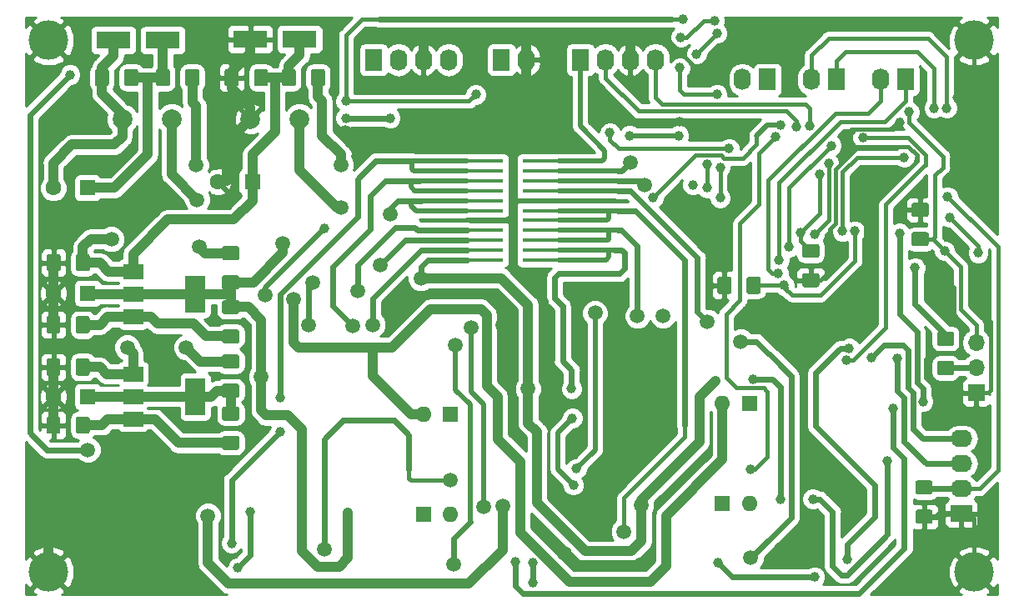
<source format=gbl>
G04 #@! TF.GenerationSoftware,KiCad,Pcbnew,(5.0.0-3-g5ebb6b6)*
G04 #@! TF.CreationDate,2019-01-22T16:43:08+01:00*
G04 #@! TF.ProjectId,Motor_Card,4D6F746F725F436172642E6B69636164,rev?*
G04 #@! TF.SameCoordinates,Original*
G04 #@! TF.FileFunction,Copper,L2,Bot,Signal*
G04 #@! TF.FilePolarity,Positive*
%FSLAX46Y46*%
G04 Gerber Fmt 4.6, Leading zero omitted, Abs format (unit mm)*
G04 Created by KiCad (PCBNEW (5.0.0-3-g5ebb6b6)) date Tuesday 22 January 2019 à 16:43:08*
%MOMM*%
%LPD*%
G01*
G04 APERTURE LIST*
G04 #@! TA.AperFunction,ComponentPad*
%ADD10R,2.200000X1.740000*%
G04 #@! TD*
G04 #@! TA.AperFunction,ComponentPad*
%ADD11O,2.200000X1.740000*%
G04 #@! TD*
G04 #@! TA.AperFunction,Conductor*
%ADD12C,0.100000*%
G04 #@! TD*
G04 #@! TA.AperFunction,SMDPad,CuDef*
%ADD13C,1.425000*%
G04 #@! TD*
G04 #@! TA.AperFunction,SMDPad,CuDef*
%ADD14R,3.500000X1.800000*%
G04 #@! TD*
G04 #@! TA.AperFunction,ComponentPad*
%ADD15C,2.000000*%
G04 #@! TD*
G04 #@! TA.AperFunction,ComponentPad*
%ADD16C,1.600000*%
G04 #@! TD*
G04 #@! TA.AperFunction,ComponentPad*
%ADD17R,1.600000X1.600000*%
G04 #@! TD*
G04 #@! TA.AperFunction,ComponentPad*
%ADD18O,1.600000X1.600000*%
G04 #@! TD*
G04 #@! TA.AperFunction,ComponentPad*
%ADD19R,1.740000X2.200000*%
G04 #@! TD*
G04 #@! TA.AperFunction,ComponentPad*
%ADD20O,1.740000X2.200000*%
G04 #@! TD*
G04 #@! TA.AperFunction,ComponentPad*
%ADD21R,1.700000X1.700000*%
G04 #@! TD*
G04 #@! TA.AperFunction,ComponentPad*
%ADD22O,1.700000X1.700000*%
G04 #@! TD*
G04 #@! TA.AperFunction,SMDPad,CuDef*
%ADD23R,7.400000X0.450000*%
G04 #@! TD*
G04 #@! TA.AperFunction,ComponentPad*
%ADD24C,4.000000*%
G04 #@! TD*
G04 #@! TA.AperFunction,SMDPad,CuDef*
%ADD25R,2.000000X1.500000*%
G04 #@! TD*
G04 #@! TA.AperFunction,SMDPad,CuDef*
%ADD26R,2.000000X3.800000*%
G04 #@! TD*
G04 #@! TA.AperFunction,ViaPad*
%ADD27C,1.000000*%
G04 #@! TD*
G04 #@! TA.AperFunction,ViaPad*
%ADD28C,1.500000*%
G04 #@! TD*
G04 #@! TA.AperFunction,Conductor*
%ADD29C,1.000000*%
G04 #@! TD*
G04 #@! TA.AperFunction,Conductor*
%ADD30C,0.400000*%
G04 #@! TD*
G04 #@! TA.AperFunction,Conductor*
%ADD31C,0.600000*%
G04 #@! TD*
G04 #@! TA.AperFunction,Conductor*
%ADD32C,0.500000*%
G04 #@! TD*
G04 #@! TA.AperFunction,Conductor*
%ADD33C,0.254000*%
G04 #@! TD*
G04 APERTURE END LIST*
D10*
G04 #@! TO.P,J2,1*
G04 #@! TO.N,GND*
X165700000Y-111100000D03*
D11*
G04 #@! TO.P,J2,2*
G04 #@! TO.N,/uC/nrst(3V3)*
X165700000Y-108560000D03*
G04 #@! TO.P,J2,3*
G04 #@! TO.N,/uC/swclk(3V3)*
X165700000Y-106020000D03*
G04 #@! TO.P,J2,4*
G04 #@! TO.N,/uC/swdio(3V3)*
X165700000Y-103480000D03*
G04 #@! TD*
D12*
G04 #@! TO.N,+3V3*
G04 #@! TO.C,R11*
G36*
X92149504Y-100213704D02*
X92173773Y-100217304D01*
X92197571Y-100223265D01*
X92220671Y-100231530D01*
X92242849Y-100242020D01*
X92263893Y-100254633D01*
X92283598Y-100269247D01*
X92301777Y-100285723D01*
X92318253Y-100303902D01*
X92332867Y-100323607D01*
X92345480Y-100344651D01*
X92355970Y-100366829D01*
X92364235Y-100389929D01*
X92370196Y-100413727D01*
X92373796Y-100437996D01*
X92375000Y-100462500D01*
X92375000Y-101387500D01*
X92373796Y-101412004D01*
X92370196Y-101436273D01*
X92364235Y-101460071D01*
X92355970Y-101483171D01*
X92345480Y-101505349D01*
X92332867Y-101526393D01*
X92318253Y-101546098D01*
X92301777Y-101564277D01*
X92283598Y-101580753D01*
X92263893Y-101595367D01*
X92242849Y-101607980D01*
X92220671Y-101618470D01*
X92197571Y-101626735D01*
X92173773Y-101632696D01*
X92149504Y-101636296D01*
X92125000Y-101637500D01*
X90875000Y-101637500D01*
X90850496Y-101636296D01*
X90826227Y-101632696D01*
X90802429Y-101626735D01*
X90779329Y-101618470D01*
X90757151Y-101607980D01*
X90736107Y-101595367D01*
X90716402Y-101580753D01*
X90698223Y-101564277D01*
X90681747Y-101546098D01*
X90667133Y-101526393D01*
X90654520Y-101505349D01*
X90644030Y-101483171D01*
X90635765Y-101460071D01*
X90629804Y-101436273D01*
X90626204Y-101412004D01*
X90625000Y-101387500D01*
X90625000Y-100462500D01*
X90626204Y-100437996D01*
X90629804Y-100413727D01*
X90635765Y-100389929D01*
X90644030Y-100366829D01*
X90654520Y-100344651D01*
X90667133Y-100323607D01*
X90681747Y-100303902D01*
X90698223Y-100285723D01*
X90716402Y-100269247D01*
X90736107Y-100254633D01*
X90757151Y-100242020D01*
X90779329Y-100231530D01*
X90802429Y-100223265D01*
X90826227Y-100217304D01*
X90850496Y-100213704D01*
X90875000Y-100212500D01*
X92125000Y-100212500D01*
X92149504Y-100213704D01*
X92149504Y-100213704D01*
G37*
D13*
G04 #@! TD*
G04 #@! TO.P,R11,1*
G04 #@! TO.N,+3V3*
X91500000Y-100925000D03*
D12*
G04 #@! TO.N,Net-(R10-Pad2)*
G04 #@! TO.C,R11*
G36*
X92149504Y-103188704D02*
X92173773Y-103192304D01*
X92197571Y-103198265D01*
X92220671Y-103206530D01*
X92242849Y-103217020D01*
X92263893Y-103229633D01*
X92283598Y-103244247D01*
X92301777Y-103260723D01*
X92318253Y-103278902D01*
X92332867Y-103298607D01*
X92345480Y-103319651D01*
X92355970Y-103341829D01*
X92364235Y-103364929D01*
X92370196Y-103388727D01*
X92373796Y-103412996D01*
X92375000Y-103437500D01*
X92375000Y-104362500D01*
X92373796Y-104387004D01*
X92370196Y-104411273D01*
X92364235Y-104435071D01*
X92355970Y-104458171D01*
X92345480Y-104480349D01*
X92332867Y-104501393D01*
X92318253Y-104521098D01*
X92301777Y-104539277D01*
X92283598Y-104555753D01*
X92263893Y-104570367D01*
X92242849Y-104582980D01*
X92220671Y-104593470D01*
X92197571Y-104601735D01*
X92173773Y-104607696D01*
X92149504Y-104611296D01*
X92125000Y-104612500D01*
X90875000Y-104612500D01*
X90850496Y-104611296D01*
X90826227Y-104607696D01*
X90802429Y-104601735D01*
X90779329Y-104593470D01*
X90757151Y-104582980D01*
X90736107Y-104570367D01*
X90716402Y-104555753D01*
X90698223Y-104539277D01*
X90681747Y-104521098D01*
X90667133Y-104501393D01*
X90654520Y-104480349D01*
X90644030Y-104458171D01*
X90635765Y-104435071D01*
X90629804Y-104411273D01*
X90626204Y-104387004D01*
X90625000Y-104362500D01*
X90625000Y-103437500D01*
X90626204Y-103412996D01*
X90629804Y-103388727D01*
X90635765Y-103364929D01*
X90644030Y-103341829D01*
X90654520Y-103319651D01*
X90667133Y-103298607D01*
X90681747Y-103278902D01*
X90698223Y-103260723D01*
X90716402Y-103244247D01*
X90736107Y-103229633D01*
X90757151Y-103217020D01*
X90779329Y-103206530D01*
X90802429Y-103198265D01*
X90826227Y-103192304D01*
X90850496Y-103188704D01*
X90875000Y-103187500D01*
X92125000Y-103187500D01*
X92149504Y-103188704D01*
X92149504Y-103188704D01*
G37*
D13*
G04 #@! TD*
G04 #@! TO.P,R11,2*
G04 #@! TO.N,Net-(R10-Pad2)*
X91500000Y-103900000D03*
D14*
G04 #@! TO.P,D7,1*
G04 #@! TO.N,+12V*
X84600000Y-63000000D03*
G04 #@! TO.P,D7,2*
G04 #@! TO.N,GNDPWR*
X79600000Y-63000000D03*
G04 #@! TD*
D15*
G04 #@! TO.P,U11,2*
G04 #@! TO.N,GND*
X93500000Y-71000000D03*
G04 #@! TO.P,U11,1*
G04 #@! TO.N,/power_part/Alim_num*
X98500000Y-71000000D03*
G04 #@! TD*
G04 #@! TO.P,U12,2*
G04 #@! TO.N,GNDPWR*
X80500000Y-71000000D03*
G04 #@! TO.P,U12,1*
G04 #@! TO.N,/power_part/Alim_puiss*
X85500000Y-71000000D03*
G04 #@! TD*
D12*
G04 #@! TO.N,GND*
G04 #@! TO.C,C2*
G36*
X162549504Y-110688704D02*
X162573773Y-110692304D01*
X162597571Y-110698265D01*
X162620671Y-110706530D01*
X162642849Y-110717020D01*
X162663893Y-110729633D01*
X162683598Y-110744247D01*
X162701777Y-110760723D01*
X162718253Y-110778902D01*
X162732867Y-110798607D01*
X162745480Y-110819651D01*
X162755970Y-110841829D01*
X162764235Y-110864929D01*
X162770196Y-110888727D01*
X162773796Y-110912996D01*
X162775000Y-110937500D01*
X162775000Y-111862500D01*
X162773796Y-111887004D01*
X162770196Y-111911273D01*
X162764235Y-111935071D01*
X162755970Y-111958171D01*
X162745480Y-111980349D01*
X162732867Y-112001393D01*
X162718253Y-112021098D01*
X162701777Y-112039277D01*
X162683598Y-112055753D01*
X162663893Y-112070367D01*
X162642849Y-112082980D01*
X162620671Y-112093470D01*
X162597571Y-112101735D01*
X162573773Y-112107696D01*
X162549504Y-112111296D01*
X162525000Y-112112500D01*
X161275000Y-112112500D01*
X161250496Y-112111296D01*
X161226227Y-112107696D01*
X161202429Y-112101735D01*
X161179329Y-112093470D01*
X161157151Y-112082980D01*
X161136107Y-112070367D01*
X161116402Y-112055753D01*
X161098223Y-112039277D01*
X161081747Y-112021098D01*
X161067133Y-112001393D01*
X161054520Y-111980349D01*
X161044030Y-111958171D01*
X161035765Y-111935071D01*
X161029804Y-111911273D01*
X161026204Y-111887004D01*
X161025000Y-111862500D01*
X161025000Y-110937500D01*
X161026204Y-110912996D01*
X161029804Y-110888727D01*
X161035765Y-110864929D01*
X161044030Y-110841829D01*
X161054520Y-110819651D01*
X161067133Y-110798607D01*
X161081747Y-110778902D01*
X161098223Y-110760723D01*
X161116402Y-110744247D01*
X161136107Y-110729633D01*
X161157151Y-110717020D01*
X161179329Y-110706530D01*
X161202429Y-110698265D01*
X161226227Y-110692304D01*
X161250496Y-110688704D01*
X161275000Y-110687500D01*
X162525000Y-110687500D01*
X162549504Y-110688704D01*
X162549504Y-110688704D01*
G37*
D13*
G04 #@! TD*
G04 #@! TO.P,C2,2*
G04 #@! TO.N,GND*
X161900000Y-111400000D03*
D12*
G04 #@! TO.N,/uC/nrst(3V3)*
G04 #@! TO.C,C2*
G36*
X162549504Y-107713704D02*
X162573773Y-107717304D01*
X162597571Y-107723265D01*
X162620671Y-107731530D01*
X162642849Y-107742020D01*
X162663893Y-107754633D01*
X162683598Y-107769247D01*
X162701777Y-107785723D01*
X162718253Y-107803902D01*
X162732867Y-107823607D01*
X162745480Y-107844651D01*
X162755970Y-107866829D01*
X162764235Y-107889929D01*
X162770196Y-107913727D01*
X162773796Y-107937996D01*
X162775000Y-107962500D01*
X162775000Y-108887500D01*
X162773796Y-108912004D01*
X162770196Y-108936273D01*
X162764235Y-108960071D01*
X162755970Y-108983171D01*
X162745480Y-109005349D01*
X162732867Y-109026393D01*
X162718253Y-109046098D01*
X162701777Y-109064277D01*
X162683598Y-109080753D01*
X162663893Y-109095367D01*
X162642849Y-109107980D01*
X162620671Y-109118470D01*
X162597571Y-109126735D01*
X162573773Y-109132696D01*
X162549504Y-109136296D01*
X162525000Y-109137500D01*
X161275000Y-109137500D01*
X161250496Y-109136296D01*
X161226227Y-109132696D01*
X161202429Y-109126735D01*
X161179329Y-109118470D01*
X161157151Y-109107980D01*
X161136107Y-109095367D01*
X161116402Y-109080753D01*
X161098223Y-109064277D01*
X161081747Y-109046098D01*
X161067133Y-109026393D01*
X161054520Y-109005349D01*
X161044030Y-108983171D01*
X161035765Y-108960071D01*
X161029804Y-108936273D01*
X161026204Y-108912004D01*
X161025000Y-108887500D01*
X161025000Y-107962500D01*
X161026204Y-107937996D01*
X161029804Y-107913727D01*
X161035765Y-107889929D01*
X161044030Y-107866829D01*
X161054520Y-107844651D01*
X161067133Y-107823607D01*
X161081747Y-107803902D01*
X161098223Y-107785723D01*
X161116402Y-107769247D01*
X161136107Y-107754633D01*
X161157151Y-107742020D01*
X161179329Y-107731530D01*
X161202429Y-107723265D01*
X161226227Y-107717304D01*
X161250496Y-107713704D01*
X161275000Y-107712500D01*
X162525000Y-107712500D01*
X162549504Y-107713704D01*
X162549504Y-107713704D01*
G37*
D13*
G04 #@! TD*
G04 #@! TO.P,C2,1*
G04 #@! TO.N,/uC/nrst(3V3)*
X161900000Y-108425000D03*
D16*
G04 #@! TO.P,C3,2*
G04 #@! TO.N,GND*
X90200000Y-77400000D03*
D17*
G04 #@! TO.P,C3,1*
G04 #@! TO.N,+10V*
X93700000Y-77400000D03*
G04 #@! TD*
G04 #@! TO.P,C4,1*
G04 #@! TO.N,+12V*
X77000000Y-78000000D03*
D16*
G04 #@! TO.P,C4,2*
G04 #@! TO.N,GNDPWR*
X73500000Y-78000000D03*
G04 #@! TD*
D12*
G04 #@! TO.N,+10V*
G04 #@! TO.C,C5*
G36*
X95062004Y-65926204D02*
X95086273Y-65929804D01*
X95110071Y-65935765D01*
X95133171Y-65944030D01*
X95155349Y-65954520D01*
X95176393Y-65967133D01*
X95196098Y-65981747D01*
X95214277Y-65998223D01*
X95230753Y-66016402D01*
X95245367Y-66036107D01*
X95257980Y-66057151D01*
X95268470Y-66079329D01*
X95276735Y-66102429D01*
X95282696Y-66126227D01*
X95286296Y-66150496D01*
X95287500Y-66175000D01*
X95287500Y-67425000D01*
X95286296Y-67449504D01*
X95282696Y-67473773D01*
X95276735Y-67497571D01*
X95268470Y-67520671D01*
X95257980Y-67542849D01*
X95245367Y-67563893D01*
X95230753Y-67583598D01*
X95214277Y-67601777D01*
X95196098Y-67618253D01*
X95176393Y-67632867D01*
X95155349Y-67645480D01*
X95133171Y-67655970D01*
X95110071Y-67664235D01*
X95086273Y-67670196D01*
X95062004Y-67673796D01*
X95037500Y-67675000D01*
X94112500Y-67675000D01*
X94087996Y-67673796D01*
X94063727Y-67670196D01*
X94039929Y-67664235D01*
X94016829Y-67655970D01*
X93994651Y-67645480D01*
X93973607Y-67632867D01*
X93953902Y-67618253D01*
X93935723Y-67601777D01*
X93919247Y-67583598D01*
X93904633Y-67563893D01*
X93892020Y-67542849D01*
X93881530Y-67520671D01*
X93873265Y-67497571D01*
X93867304Y-67473773D01*
X93863704Y-67449504D01*
X93862500Y-67425000D01*
X93862500Y-66175000D01*
X93863704Y-66150496D01*
X93867304Y-66126227D01*
X93873265Y-66102429D01*
X93881530Y-66079329D01*
X93892020Y-66057151D01*
X93904633Y-66036107D01*
X93919247Y-66016402D01*
X93935723Y-65998223D01*
X93953902Y-65981747D01*
X93973607Y-65967133D01*
X93994651Y-65954520D01*
X94016829Y-65944030D01*
X94039929Y-65935765D01*
X94063727Y-65929804D01*
X94087996Y-65926204D01*
X94112500Y-65925000D01*
X95037500Y-65925000D01*
X95062004Y-65926204D01*
X95062004Y-65926204D01*
G37*
D13*
G04 #@! TD*
G04 #@! TO.P,C5,1*
G04 #@! TO.N,+10V*
X94575000Y-66800000D03*
D12*
G04 #@! TO.N,GND*
G04 #@! TO.C,C5*
G36*
X92087004Y-65926204D02*
X92111273Y-65929804D01*
X92135071Y-65935765D01*
X92158171Y-65944030D01*
X92180349Y-65954520D01*
X92201393Y-65967133D01*
X92221098Y-65981747D01*
X92239277Y-65998223D01*
X92255753Y-66016402D01*
X92270367Y-66036107D01*
X92282980Y-66057151D01*
X92293470Y-66079329D01*
X92301735Y-66102429D01*
X92307696Y-66126227D01*
X92311296Y-66150496D01*
X92312500Y-66175000D01*
X92312500Y-67425000D01*
X92311296Y-67449504D01*
X92307696Y-67473773D01*
X92301735Y-67497571D01*
X92293470Y-67520671D01*
X92282980Y-67542849D01*
X92270367Y-67563893D01*
X92255753Y-67583598D01*
X92239277Y-67601777D01*
X92221098Y-67618253D01*
X92201393Y-67632867D01*
X92180349Y-67645480D01*
X92158171Y-67655970D01*
X92135071Y-67664235D01*
X92111273Y-67670196D01*
X92087004Y-67673796D01*
X92062500Y-67675000D01*
X91137500Y-67675000D01*
X91112996Y-67673796D01*
X91088727Y-67670196D01*
X91064929Y-67664235D01*
X91041829Y-67655970D01*
X91019651Y-67645480D01*
X90998607Y-67632867D01*
X90978902Y-67618253D01*
X90960723Y-67601777D01*
X90944247Y-67583598D01*
X90929633Y-67563893D01*
X90917020Y-67542849D01*
X90906530Y-67520671D01*
X90898265Y-67497571D01*
X90892304Y-67473773D01*
X90888704Y-67449504D01*
X90887500Y-67425000D01*
X90887500Y-66175000D01*
X90888704Y-66150496D01*
X90892304Y-66126227D01*
X90898265Y-66102429D01*
X90906530Y-66079329D01*
X90917020Y-66057151D01*
X90929633Y-66036107D01*
X90944247Y-66016402D01*
X90960723Y-65998223D01*
X90978902Y-65981747D01*
X90998607Y-65967133D01*
X91019651Y-65954520D01*
X91041829Y-65944030D01*
X91064929Y-65935765D01*
X91088727Y-65929804D01*
X91112996Y-65926204D01*
X91137500Y-65925000D01*
X92062500Y-65925000D01*
X92087004Y-65926204D01*
X92087004Y-65926204D01*
G37*
D13*
G04 #@! TD*
G04 #@! TO.P,C5,2*
G04 #@! TO.N,GND*
X91600000Y-66800000D03*
D12*
G04 #@! TO.N,GNDPWR*
G04 #@! TO.C,C6*
G36*
X78912004Y-65926204D02*
X78936273Y-65929804D01*
X78960071Y-65935765D01*
X78983171Y-65944030D01*
X79005349Y-65954520D01*
X79026393Y-65967133D01*
X79046098Y-65981747D01*
X79064277Y-65998223D01*
X79080753Y-66016402D01*
X79095367Y-66036107D01*
X79107980Y-66057151D01*
X79118470Y-66079329D01*
X79126735Y-66102429D01*
X79132696Y-66126227D01*
X79136296Y-66150496D01*
X79137500Y-66175000D01*
X79137500Y-67425000D01*
X79136296Y-67449504D01*
X79132696Y-67473773D01*
X79126735Y-67497571D01*
X79118470Y-67520671D01*
X79107980Y-67542849D01*
X79095367Y-67563893D01*
X79080753Y-67583598D01*
X79064277Y-67601777D01*
X79046098Y-67618253D01*
X79026393Y-67632867D01*
X79005349Y-67645480D01*
X78983171Y-67655970D01*
X78960071Y-67664235D01*
X78936273Y-67670196D01*
X78912004Y-67673796D01*
X78887500Y-67675000D01*
X77962500Y-67675000D01*
X77937996Y-67673796D01*
X77913727Y-67670196D01*
X77889929Y-67664235D01*
X77866829Y-67655970D01*
X77844651Y-67645480D01*
X77823607Y-67632867D01*
X77803902Y-67618253D01*
X77785723Y-67601777D01*
X77769247Y-67583598D01*
X77754633Y-67563893D01*
X77742020Y-67542849D01*
X77731530Y-67520671D01*
X77723265Y-67497571D01*
X77717304Y-67473773D01*
X77713704Y-67449504D01*
X77712500Y-67425000D01*
X77712500Y-66175000D01*
X77713704Y-66150496D01*
X77717304Y-66126227D01*
X77723265Y-66102429D01*
X77731530Y-66079329D01*
X77742020Y-66057151D01*
X77754633Y-66036107D01*
X77769247Y-66016402D01*
X77785723Y-65998223D01*
X77803902Y-65981747D01*
X77823607Y-65967133D01*
X77844651Y-65954520D01*
X77866829Y-65944030D01*
X77889929Y-65935765D01*
X77913727Y-65929804D01*
X77937996Y-65926204D01*
X77962500Y-65925000D01*
X78887500Y-65925000D01*
X78912004Y-65926204D01*
X78912004Y-65926204D01*
G37*
D13*
G04 #@! TD*
G04 #@! TO.P,C6,2*
G04 #@! TO.N,GNDPWR*
X78425000Y-66800000D03*
D12*
G04 #@! TO.N,+12V*
G04 #@! TO.C,C6*
G36*
X81887004Y-65926204D02*
X81911273Y-65929804D01*
X81935071Y-65935765D01*
X81958171Y-65944030D01*
X81980349Y-65954520D01*
X82001393Y-65967133D01*
X82021098Y-65981747D01*
X82039277Y-65998223D01*
X82055753Y-66016402D01*
X82070367Y-66036107D01*
X82082980Y-66057151D01*
X82093470Y-66079329D01*
X82101735Y-66102429D01*
X82107696Y-66126227D01*
X82111296Y-66150496D01*
X82112500Y-66175000D01*
X82112500Y-67425000D01*
X82111296Y-67449504D01*
X82107696Y-67473773D01*
X82101735Y-67497571D01*
X82093470Y-67520671D01*
X82082980Y-67542849D01*
X82070367Y-67563893D01*
X82055753Y-67583598D01*
X82039277Y-67601777D01*
X82021098Y-67618253D01*
X82001393Y-67632867D01*
X81980349Y-67645480D01*
X81958171Y-67655970D01*
X81935071Y-67664235D01*
X81911273Y-67670196D01*
X81887004Y-67673796D01*
X81862500Y-67675000D01*
X80937500Y-67675000D01*
X80912996Y-67673796D01*
X80888727Y-67670196D01*
X80864929Y-67664235D01*
X80841829Y-67655970D01*
X80819651Y-67645480D01*
X80798607Y-67632867D01*
X80778902Y-67618253D01*
X80760723Y-67601777D01*
X80744247Y-67583598D01*
X80729633Y-67563893D01*
X80717020Y-67542849D01*
X80706530Y-67520671D01*
X80698265Y-67497571D01*
X80692304Y-67473773D01*
X80688704Y-67449504D01*
X80687500Y-67425000D01*
X80687500Y-66175000D01*
X80688704Y-66150496D01*
X80692304Y-66126227D01*
X80698265Y-66102429D01*
X80706530Y-66079329D01*
X80717020Y-66057151D01*
X80729633Y-66036107D01*
X80744247Y-66016402D01*
X80760723Y-65998223D01*
X80778902Y-65981747D01*
X80798607Y-65967133D01*
X80819651Y-65954520D01*
X80841829Y-65944030D01*
X80864929Y-65935765D01*
X80888727Y-65929804D01*
X80912996Y-65926204D01*
X80937500Y-65925000D01*
X81862500Y-65925000D01*
X81887004Y-65926204D01*
X81887004Y-65926204D01*
G37*
D13*
G04 #@! TD*
G04 #@! TO.P,C6,1*
G04 #@! TO.N,+12V*
X81400000Y-66800000D03*
D16*
G04 #@! TO.P,C7,2*
G04 #@! TO.N,GND*
X73500000Y-88700000D03*
D17*
G04 #@! TO.P,C7,1*
G04 #@! TO.N,+5V*
X77000000Y-88700000D03*
G04 #@! TD*
G04 #@! TO.P,C8,1*
G04 #@! TO.N,+3V3*
X77000000Y-99200000D03*
D16*
G04 #@! TO.P,C8,2*
G04 #@! TO.N,GND*
X73500000Y-99200000D03*
G04 #@! TD*
D12*
G04 #@! TO.N,+3V3*
G04 #@! TO.C,C10*
G36*
X151049504Y-83688704D02*
X151073773Y-83692304D01*
X151097571Y-83698265D01*
X151120671Y-83706530D01*
X151142849Y-83717020D01*
X151163893Y-83729633D01*
X151183598Y-83744247D01*
X151201777Y-83760723D01*
X151218253Y-83778902D01*
X151232867Y-83798607D01*
X151245480Y-83819651D01*
X151255970Y-83841829D01*
X151264235Y-83864929D01*
X151270196Y-83888727D01*
X151273796Y-83912996D01*
X151275000Y-83937500D01*
X151275000Y-84862500D01*
X151273796Y-84887004D01*
X151270196Y-84911273D01*
X151264235Y-84935071D01*
X151255970Y-84958171D01*
X151245480Y-84980349D01*
X151232867Y-85001393D01*
X151218253Y-85021098D01*
X151201777Y-85039277D01*
X151183598Y-85055753D01*
X151163893Y-85070367D01*
X151142849Y-85082980D01*
X151120671Y-85093470D01*
X151097571Y-85101735D01*
X151073773Y-85107696D01*
X151049504Y-85111296D01*
X151025000Y-85112500D01*
X149775000Y-85112500D01*
X149750496Y-85111296D01*
X149726227Y-85107696D01*
X149702429Y-85101735D01*
X149679329Y-85093470D01*
X149657151Y-85082980D01*
X149636107Y-85070367D01*
X149616402Y-85055753D01*
X149598223Y-85039277D01*
X149581747Y-85021098D01*
X149567133Y-85001393D01*
X149554520Y-84980349D01*
X149544030Y-84958171D01*
X149535765Y-84935071D01*
X149529804Y-84911273D01*
X149526204Y-84887004D01*
X149525000Y-84862500D01*
X149525000Y-83937500D01*
X149526204Y-83912996D01*
X149529804Y-83888727D01*
X149535765Y-83864929D01*
X149544030Y-83841829D01*
X149554520Y-83819651D01*
X149567133Y-83798607D01*
X149581747Y-83778902D01*
X149598223Y-83760723D01*
X149616402Y-83744247D01*
X149636107Y-83729633D01*
X149657151Y-83717020D01*
X149679329Y-83706530D01*
X149702429Y-83698265D01*
X149726227Y-83692304D01*
X149750496Y-83688704D01*
X149775000Y-83687500D01*
X151025000Y-83687500D01*
X151049504Y-83688704D01*
X151049504Y-83688704D01*
G37*
D13*
G04 #@! TD*
G04 #@! TO.P,C10,1*
G04 #@! TO.N,+3V3*
X150400000Y-84400000D03*
D12*
G04 #@! TO.N,GND*
G04 #@! TO.C,C10*
G36*
X151049504Y-86663704D02*
X151073773Y-86667304D01*
X151097571Y-86673265D01*
X151120671Y-86681530D01*
X151142849Y-86692020D01*
X151163893Y-86704633D01*
X151183598Y-86719247D01*
X151201777Y-86735723D01*
X151218253Y-86753902D01*
X151232867Y-86773607D01*
X151245480Y-86794651D01*
X151255970Y-86816829D01*
X151264235Y-86839929D01*
X151270196Y-86863727D01*
X151273796Y-86887996D01*
X151275000Y-86912500D01*
X151275000Y-87837500D01*
X151273796Y-87862004D01*
X151270196Y-87886273D01*
X151264235Y-87910071D01*
X151255970Y-87933171D01*
X151245480Y-87955349D01*
X151232867Y-87976393D01*
X151218253Y-87996098D01*
X151201777Y-88014277D01*
X151183598Y-88030753D01*
X151163893Y-88045367D01*
X151142849Y-88057980D01*
X151120671Y-88068470D01*
X151097571Y-88076735D01*
X151073773Y-88082696D01*
X151049504Y-88086296D01*
X151025000Y-88087500D01*
X149775000Y-88087500D01*
X149750496Y-88086296D01*
X149726227Y-88082696D01*
X149702429Y-88076735D01*
X149679329Y-88068470D01*
X149657151Y-88057980D01*
X149636107Y-88045367D01*
X149616402Y-88030753D01*
X149598223Y-88014277D01*
X149581747Y-87996098D01*
X149567133Y-87976393D01*
X149554520Y-87955349D01*
X149544030Y-87933171D01*
X149535765Y-87910071D01*
X149529804Y-87886273D01*
X149526204Y-87862004D01*
X149525000Y-87837500D01*
X149525000Y-86912500D01*
X149526204Y-86887996D01*
X149529804Y-86863727D01*
X149535765Y-86839929D01*
X149544030Y-86816829D01*
X149554520Y-86794651D01*
X149567133Y-86773607D01*
X149581747Y-86753902D01*
X149598223Y-86735723D01*
X149616402Y-86719247D01*
X149636107Y-86704633D01*
X149657151Y-86692020D01*
X149679329Y-86681530D01*
X149702429Y-86673265D01*
X149726227Y-86667304D01*
X149750496Y-86663704D01*
X149775000Y-86662500D01*
X151025000Y-86662500D01*
X151049504Y-86663704D01*
X151049504Y-86663704D01*
G37*
D13*
G04 #@! TD*
G04 #@! TO.P,C10,2*
G04 #@! TO.N,GND*
X150400000Y-87375000D03*
D12*
G04 #@! TO.N,GND*
G04 #@! TO.C,C11*
G36*
X162149504Y-79513704D02*
X162173773Y-79517304D01*
X162197571Y-79523265D01*
X162220671Y-79531530D01*
X162242849Y-79542020D01*
X162263893Y-79554633D01*
X162283598Y-79569247D01*
X162301777Y-79585723D01*
X162318253Y-79603902D01*
X162332867Y-79623607D01*
X162345480Y-79644651D01*
X162355970Y-79666829D01*
X162364235Y-79689929D01*
X162370196Y-79713727D01*
X162373796Y-79737996D01*
X162375000Y-79762500D01*
X162375000Y-80687500D01*
X162373796Y-80712004D01*
X162370196Y-80736273D01*
X162364235Y-80760071D01*
X162355970Y-80783171D01*
X162345480Y-80805349D01*
X162332867Y-80826393D01*
X162318253Y-80846098D01*
X162301777Y-80864277D01*
X162283598Y-80880753D01*
X162263893Y-80895367D01*
X162242849Y-80907980D01*
X162220671Y-80918470D01*
X162197571Y-80926735D01*
X162173773Y-80932696D01*
X162149504Y-80936296D01*
X162125000Y-80937500D01*
X160875000Y-80937500D01*
X160850496Y-80936296D01*
X160826227Y-80932696D01*
X160802429Y-80926735D01*
X160779329Y-80918470D01*
X160757151Y-80907980D01*
X160736107Y-80895367D01*
X160716402Y-80880753D01*
X160698223Y-80864277D01*
X160681747Y-80846098D01*
X160667133Y-80826393D01*
X160654520Y-80805349D01*
X160644030Y-80783171D01*
X160635765Y-80760071D01*
X160629804Y-80736273D01*
X160626204Y-80712004D01*
X160625000Y-80687500D01*
X160625000Y-79762500D01*
X160626204Y-79737996D01*
X160629804Y-79713727D01*
X160635765Y-79689929D01*
X160644030Y-79666829D01*
X160654520Y-79644651D01*
X160667133Y-79623607D01*
X160681747Y-79603902D01*
X160698223Y-79585723D01*
X160716402Y-79569247D01*
X160736107Y-79554633D01*
X160757151Y-79542020D01*
X160779329Y-79531530D01*
X160802429Y-79523265D01*
X160826227Y-79517304D01*
X160850496Y-79513704D01*
X160875000Y-79512500D01*
X162125000Y-79512500D01*
X162149504Y-79513704D01*
X162149504Y-79513704D01*
G37*
D13*
G04 #@! TD*
G04 #@! TO.P,C11,2*
G04 #@! TO.N,GND*
X161500000Y-80225000D03*
D12*
G04 #@! TO.N,+3V3*
G04 #@! TO.C,C11*
G36*
X162149504Y-82488704D02*
X162173773Y-82492304D01*
X162197571Y-82498265D01*
X162220671Y-82506530D01*
X162242849Y-82517020D01*
X162263893Y-82529633D01*
X162283598Y-82544247D01*
X162301777Y-82560723D01*
X162318253Y-82578902D01*
X162332867Y-82598607D01*
X162345480Y-82619651D01*
X162355970Y-82641829D01*
X162364235Y-82664929D01*
X162370196Y-82688727D01*
X162373796Y-82712996D01*
X162375000Y-82737500D01*
X162375000Y-83662500D01*
X162373796Y-83687004D01*
X162370196Y-83711273D01*
X162364235Y-83735071D01*
X162355970Y-83758171D01*
X162345480Y-83780349D01*
X162332867Y-83801393D01*
X162318253Y-83821098D01*
X162301777Y-83839277D01*
X162283598Y-83855753D01*
X162263893Y-83870367D01*
X162242849Y-83882980D01*
X162220671Y-83893470D01*
X162197571Y-83901735D01*
X162173773Y-83907696D01*
X162149504Y-83911296D01*
X162125000Y-83912500D01*
X160875000Y-83912500D01*
X160850496Y-83911296D01*
X160826227Y-83907696D01*
X160802429Y-83901735D01*
X160779329Y-83893470D01*
X160757151Y-83882980D01*
X160736107Y-83870367D01*
X160716402Y-83855753D01*
X160698223Y-83839277D01*
X160681747Y-83821098D01*
X160667133Y-83801393D01*
X160654520Y-83780349D01*
X160644030Y-83758171D01*
X160635765Y-83735071D01*
X160629804Y-83711273D01*
X160626204Y-83687004D01*
X160625000Y-83662500D01*
X160625000Y-82737500D01*
X160626204Y-82712996D01*
X160629804Y-82688727D01*
X160635765Y-82664929D01*
X160644030Y-82641829D01*
X160654520Y-82619651D01*
X160667133Y-82598607D01*
X160681747Y-82578902D01*
X160698223Y-82560723D01*
X160716402Y-82544247D01*
X160736107Y-82529633D01*
X160757151Y-82517020D01*
X160779329Y-82506530D01*
X160802429Y-82498265D01*
X160826227Y-82492304D01*
X160850496Y-82488704D01*
X160875000Y-82487500D01*
X162125000Y-82487500D01*
X162149504Y-82488704D01*
X162149504Y-82488704D01*
G37*
D13*
G04 #@! TD*
G04 #@! TO.P,C11,1*
G04 #@! TO.N,+3V3*
X161500000Y-83200000D03*
D12*
G04 #@! TO.N,GND*
G04 #@! TO.C,Cin_1*
G36*
X74012004Y-84726204D02*
X74036273Y-84729804D01*
X74060071Y-84735765D01*
X74083171Y-84744030D01*
X74105349Y-84754520D01*
X74126393Y-84767133D01*
X74146098Y-84781747D01*
X74164277Y-84798223D01*
X74180753Y-84816402D01*
X74195367Y-84836107D01*
X74207980Y-84857151D01*
X74218470Y-84879329D01*
X74226735Y-84902429D01*
X74232696Y-84926227D01*
X74236296Y-84950496D01*
X74237500Y-84975000D01*
X74237500Y-86225000D01*
X74236296Y-86249504D01*
X74232696Y-86273773D01*
X74226735Y-86297571D01*
X74218470Y-86320671D01*
X74207980Y-86342849D01*
X74195367Y-86363893D01*
X74180753Y-86383598D01*
X74164277Y-86401777D01*
X74146098Y-86418253D01*
X74126393Y-86432867D01*
X74105349Y-86445480D01*
X74083171Y-86455970D01*
X74060071Y-86464235D01*
X74036273Y-86470196D01*
X74012004Y-86473796D01*
X73987500Y-86475000D01*
X73062500Y-86475000D01*
X73037996Y-86473796D01*
X73013727Y-86470196D01*
X72989929Y-86464235D01*
X72966829Y-86455970D01*
X72944651Y-86445480D01*
X72923607Y-86432867D01*
X72903902Y-86418253D01*
X72885723Y-86401777D01*
X72869247Y-86383598D01*
X72854633Y-86363893D01*
X72842020Y-86342849D01*
X72831530Y-86320671D01*
X72823265Y-86297571D01*
X72817304Y-86273773D01*
X72813704Y-86249504D01*
X72812500Y-86225000D01*
X72812500Y-84975000D01*
X72813704Y-84950496D01*
X72817304Y-84926227D01*
X72823265Y-84902429D01*
X72831530Y-84879329D01*
X72842020Y-84857151D01*
X72854633Y-84836107D01*
X72869247Y-84816402D01*
X72885723Y-84798223D01*
X72903902Y-84781747D01*
X72923607Y-84767133D01*
X72944651Y-84754520D01*
X72966829Y-84744030D01*
X72989929Y-84735765D01*
X73013727Y-84729804D01*
X73037996Y-84726204D01*
X73062500Y-84725000D01*
X73987500Y-84725000D01*
X74012004Y-84726204D01*
X74012004Y-84726204D01*
G37*
D13*
G04 #@! TD*
G04 #@! TO.P,Cin_1,2*
G04 #@! TO.N,GND*
X73525000Y-85600000D03*
D12*
G04 #@! TO.N,+10V*
G04 #@! TO.C,Cin_1*
G36*
X76987004Y-84726204D02*
X77011273Y-84729804D01*
X77035071Y-84735765D01*
X77058171Y-84744030D01*
X77080349Y-84754520D01*
X77101393Y-84767133D01*
X77121098Y-84781747D01*
X77139277Y-84798223D01*
X77155753Y-84816402D01*
X77170367Y-84836107D01*
X77182980Y-84857151D01*
X77193470Y-84879329D01*
X77201735Y-84902429D01*
X77207696Y-84926227D01*
X77211296Y-84950496D01*
X77212500Y-84975000D01*
X77212500Y-86225000D01*
X77211296Y-86249504D01*
X77207696Y-86273773D01*
X77201735Y-86297571D01*
X77193470Y-86320671D01*
X77182980Y-86342849D01*
X77170367Y-86363893D01*
X77155753Y-86383598D01*
X77139277Y-86401777D01*
X77121098Y-86418253D01*
X77101393Y-86432867D01*
X77080349Y-86445480D01*
X77058171Y-86455970D01*
X77035071Y-86464235D01*
X77011273Y-86470196D01*
X76987004Y-86473796D01*
X76962500Y-86475000D01*
X76037500Y-86475000D01*
X76012996Y-86473796D01*
X75988727Y-86470196D01*
X75964929Y-86464235D01*
X75941829Y-86455970D01*
X75919651Y-86445480D01*
X75898607Y-86432867D01*
X75878902Y-86418253D01*
X75860723Y-86401777D01*
X75844247Y-86383598D01*
X75829633Y-86363893D01*
X75817020Y-86342849D01*
X75806530Y-86320671D01*
X75798265Y-86297571D01*
X75792304Y-86273773D01*
X75788704Y-86249504D01*
X75787500Y-86225000D01*
X75787500Y-84975000D01*
X75788704Y-84950496D01*
X75792304Y-84926227D01*
X75798265Y-84902429D01*
X75806530Y-84879329D01*
X75817020Y-84857151D01*
X75829633Y-84836107D01*
X75844247Y-84816402D01*
X75860723Y-84798223D01*
X75878902Y-84781747D01*
X75898607Y-84767133D01*
X75919651Y-84754520D01*
X75941829Y-84744030D01*
X75964929Y-84735765D01*
X75988727Y-84729804D01*
X76012996Y-84726204D01*
X76037500Y-84725000D01*
X76962500Y-84725000D01*
X76987004Y-84726204D01*
X76987004Y-84726204D01*
G37*
D13*
G04 #@! TD*
G04 #@! TO.P,Cin_1,1*
G04 #@! TO.N,+10V*
X76500000Y-85600000D03*
D12*
G04 #@! TO.N,+10V*
G04 #@! TO.C,Cin_2*
G36*
X76962004Y-95326204D02*
X76986273Y-95329804D01*
X77010071Y-95335765D01*
X77033171Y-95344030D01*
X77055349Y-95354520D01*
X77076393Y-95367133D01*
X77096098Y-95381747D01*
X77114277Y-95398223D01*
X77130753Y-95416402D01*
X77145367Y-95436107D01*
X77157980Y-95457151D01*
X77168470Y-95479329D01*
X77176735Y-95502429D01*
X77182696Y-95526227D01*
X77186296Y-95550496D01*
X77187500Y-95575000D01*
X77187500Y-96825000D01*
X77186296Y-96849504D01*
X77182696Y-96873773D01*
X77176735Y-96897571D01*
X77168470Y-96920671D01*
X77157980Y-96942849D01*
X77145367Y-96963893D01*
X77130753Y-96983598D01*
X77114277Y-97001777D01*
X77096098Y-97018253D01*
X77076393Y-97032867D01*
X77055349Y-97045480D01*
X77033171Y-97055970D01*
X77010071Y-97064235D01*
X76986273Y-97070196D01*
X76962004Y-97073796D01*
X76937500Y-97075000D01*
X76012500Y-97075000D01*
X75987996Y-97073796D01*
X75963727Y-97070196D01*
X75939929Y-97064235D01*
X75916829Y-97055970D01*
X75894651Y-97045480D01*
X75873607Y-97032867D01*
X75853902Y-97018253D01*
X75835723Y-97001777D01*
X75819247Y-96983598D01*
X75804633Y-96963893D01*
X75792020Y-96942849D01*
X75781530Y-96920671D01*
X75773265Y-96897571D01*
X75767304Y-96873773D01*
X75763704Y-96849504D01*
X75762500Y-96825000D01*
X75762500Y-95575000D01*
X75763704Y-95550496D01*
X75767304Y-95526227D01*
X75773265Y-95502429D01*
X75781530Y-95479329D01*
X75792020Y-95457151D01*
X75804633Y-95436107D01*
X75819247Y-95416402D01*
X75835723Y-95398223D01*
X75853902Y-95381747D01*
X75873607Y-95367133D01*
X75894651Y-95354520D01*
X75916829Y-95344030D01*
X75939929Y-95335765D01*
X75963727Y-95329804D01*
X75987996Y-95326204D01*
X76012500Y-95325000D01*
X76937500Y-95325000D01*
X76962004Y-95326204D01*
X76962004Y-95326204D01*
G37*
D13*
G04 #@! TD*
G04 #@! TO.P,Cin_2,1*
G04 #@! TO.N,+10V*
X76475000Y-96200000D03*
D12*
G04 #@! TO.N,GND*
G04 #@! TO.C,Cin_2*
G36*
X73987004Y-95326204D02*
X74011273Y-95329804D01*
X74035071Y-95335765D01*
X74058171Y-95344030D01*
X74080349Y-95354520D01*
X74101393Y-95367133D01*
X74121098Y-95381747D01*
X74139277Y-95398223D01*
X74155753Y-95416402D01*
X74170367Y-95436107D01*
X74182980Y-95457151D01*
X74193470Y-95479329D01*
X74201735Y-95502429D01*
X74207696Y-95526227D01*
X74211296Y-95550496D01*
X74212500Y-95575000D01*
X74212500Y-96825000D01*
X74211296Y-96849504D01*
X74207696Y-96873773D01*
X74201735Y-96897571D01*
X74193470Y-96920671D01*
X74182980Y-96942849D01*
X74170367Y-96963893D01*
X74155753Y-96983598D01*
X74139277Y-97001777D01*
X74121098Y-97018253D01*
X74101393Y-97032867D01*
X74080349Y-97045480D01*
X74058171Y-97055970D01*
X74035071Y-97064235D01*
X74011273Y-97070196D01*
X73987004Y-97073796D01*
X73962500Y-97075000D01*
X73037500Y-97075000D01*
X73012996Y-97073796D01*
X72988727Y-97070196D01*
X72964929Y-97064235D01*
X72941829Y-97055970D01*
X72919651Y-97045480D01*
X72898607Y-97032867D01*
X72878902Y-97018253D01*
X72860723Y-97001777D01*
X72844247Y-96983598D01*
X72829633Y-96963893D01*
X72817020Y-96942849D01*
X72806530Y-96920671D01*
X72798265Y-96897571D01*
X72792304Y-96873773D01*
X72788704Y-96849504D01*
X72787500Y-96825000D01*
X72787500Y-95575000D01*
X72788704Y-95550496D01*
X72792304Y-95526227D01*
X72798265Y-95502429D01*
X72806530Y-95479329D01*
X72817020Y-95457151D01*
X72829633Y-95436107D01*
X72844247Y-95416402D01*
X72860723Y-95398223D01*
X72878902Y-95381747D01*
X72898607Y-95367133D01*
X72919651Y-95354520D01*
X72941829Y-95344030D01*
X72964929Y-95335765D01*
X72988727Y-95329804D01*
X73012996Y-95326204D01*
X73037500Y-95325000D01*
X73962500Y-95325000D01*
X73987004Y-95326204D01*
X73987004Y-95326204D01*
G37*
D13*
G04 #@! TD*
G04 #@! TO.P,Cin_2,2*
G04 #@! TO.N,GND*
X73500000Y-96200000D03*
D17*
G04 #@! TO.P,D1,1*
G04 #@! TO.N,Net-(Cp1-Pad2)*
X111100000Y-111160000D03*
D18*
G04 #@! TO.P,D1,2*
G04 #@! TO.N,+12V*
X111100000Y-101000000D03*
G04 #@! TD*
G04 #@! TO.P,D2,2*
G04 #@! TO.N,Net-(Cp1-Pad2)*
X113800000Y-111160000D03*
D17*
G04 #@! TO.P,D2,1*
G04 #@! TO.N,Net-(Cboot1-Pad2)*
X113800000Y-101000000D03*
G04 #@! TD*
D18*
G04 #@! TO.P,D3,2*
G04 #@! TO.N,+12V*
X141400000Y-99900000D03*
D17*
G04 #@! TO.P,D3,1*
G04 #@! TO.N,Net-(Cp2-Pad2)*
X141400000Y-110060000D03*
G04 #@! TD*
G04 #@! TO.P,D4,1*
G04 #@! TO.N,Net-(Cboot2-Pad2)*
X144200000Y-99900000D03*
D18*
G04 #@! TO.P,D4,2*
G04 #@! TO.N,Net-(Cp2-Pad2)*
X144200000Y-110060000D03*
G04 #@! TD*
D14*
G04 #@! TO.P,D6,2*
G04 #@! TO.N,GND*
X93500000Y-62900000D03*
G04 #@! TO.P,D6,1*
G04 #@! TO.N,+10V*
X98500000Y-62900000D03*
G04 #@! TD*
D19*
G04 #@! TO.P,J1,1*
G04 #@! TO.N,/uC/RX(3V3)*
X146000000Y-67000000D03*
D20*
G04 #@! TO.P,J1,2*
G04 #@! TO.N,/uC/TX(3V3)*
X143460000Y-67000000D03*
G04 #@! TD*
D21*
G04 #@! TO.P,JP1,1*
G04 #@! TO.N,GND*
X167200000Y-98800000D03*
D22*
G04 #@! TO.P,JP1,2*
G04 #@! TO.N,Net-(JP1-Pad2)*
X167200000Y-96260000D03*
G04 #@! TO.P,JP1,3*
G04 #@! TO.N,+3V3*
X167200000Y-93720000D03*
G04 #@! TD*
D23*
G04 #@! TO.P,K1,2*
G04 #@! TO.N,/motor_part/Out_11*
X115500000Y-76300000D03*
G04 #@! TO.P,K1,4*
G04 #@! TO.N,/motor_part/Out_21*
X115500000Y-78300000D03*
G04 #@! TO.P,K1,6*
G04 #@! TO.N,/motor_part/Out_31*
X115500000Y-80300000D03*
G04 #@! TO.P,K1,8*
G04 #@! TO.N,/motor_part/Hall_sensor_21*
X115500000Y-82300000D03*
G04 #@! TO.P,K1,10*
G04 #@! TO.N,/motor_part/Hall_sensor_31*
X115500000Y-84300000D03*
G04 #@! TO.P,K1,11*
G04 #@! TO.N,+5V*
X115500000Y-85300000D03*
G04 #@! TO.P,K1,9*
G04 #@! TO.N,/motor_part/Hall_sensor_11*
X115500000Y-83300000D03*
G04 #@! TO.P,K1,7*
G04 #@! TO.N,GND*
X115500000Y-81300000D03*
G04 #@! TO.P,K1,5*
G04 #@! TO.N,/motor_part/Out_31*
X115500000Y-79300000D03*
G04 #@! TO.P,K1,3*
G04 #@! TO.N,/motor_part/Out_21*
X115500000Y-77300000D03*
G04 #@! TO.P,K1,1*
G04 #@! TO.N,/motor_part/Out_11*
X115500000Y-75300000D03*
G04 #@! TD*
G04 #@! TO.P,K2,1*
G04 #@! TO.N,/motor_part/Out_12*
X124800000Y-85300000D03*
G04 #@! TO.P,K2,3*
G04 #@! TO.N,/motor_part/Out_22*
X124800000Y-83300000D03*
G04 #@! TO.P,K2,5*
G04 #@! TO.N,/motor_part/Out_33*
X124800000Y-81300000D03*
G04 #@! TO.P,K2,7*
G04 #@! TO.N,GND*
X124800000Y-79300000D03*
G04 #@! TO.P,K2,9*
G04 #@! TO.N,/motor_part/Hall_sensor_12*
X124800000Y-77300000D03*
G04 #@! TO.P,K2,11*
G04 #@! TO.N,+5V*
X124800000Y-75300000D03*
G04 #@! TO.P,K2,10*
G04 #@! TO.N,/motor_part/Hall_sensor_32*
X124800000Y-76300000D03*
G04 #@! TO.P,K2,8*
G04 #@! TO.N,/motor_part/Hall_sensor_22*
X124800000Y-78300000D03*
G04 #@! TO.P,K2,6*
G04 #@! TO.N,/motor_part/Out_33*
X124800000Y-80300000D03*
G04 #@! TO.P,K2,4*
G04 #@! TO.N,/motor_part/Out_22*
X124800000Y-82300000D03*
G04 #@! TO.P,K2,2*
G04 #@! TO.N,/motor_part/Out_12*
X124800000Y-84300000D03*
G04 #@! TD*
D19*
G04 #@! TO.P,P1,1*
G04 #@! TO.N,/uC/I2C_SDA(3V3)*
X153000000Y-67000000D03*
D20*
G04 #@! TO.P,P1,2*
G04 #@! TO.N,/uC/I2C_SCL(3V3)*
X150460000Y-67000000D03*
G04 #@! TD*
G04 #@! TO.P,P2,2*
G04 #@! TO.N,/uC/Free_2(3V3)*
X157460000Y-67000000D03*
D19*
G04 #@! TO.P,P2,1*
G04 #@! TO.N,/uC/Free_1(3V3)*
X160000000Y-67000000D03*
G04 #@! TD*
D20*
G04 #@! TO.P,P3,4*
G04 #@! TO.N,/encodeurs/Ch_B1(+5V)*
X134620000Y-65000000D03*
G04 #@! TO.P,P3,3*
G04 #@! TO.N,GND*
X132080000Y-65000000D03*
G04 #@! TO.P,P3,2*
G04 #@! TO.N,/encodeurs/Ch_A1(+5V)*
X129540000Y-65000000D03*
D19*
G04 #@! TO.P,P3,1*
G04 #@! TO.N,+5V*
X127000000Y-65000000D03*
G04 #@! TD*
G04 #@! TO.P,P4,1*
G04 #@! TO.N,+5V*
X106000000Y-65000000D03*
D20*
G04 #@! TO.P,P4,2*
G04 #@! TO.N,/encodeurs/Ch_A2(+5V)*
X108540000Y-65000000D03*
G04 #@! TO.P,P4,3*
G04 #@! TO.N,GND*
X111080000Y-65000000D03*
G04 #@! TO.P,P4,4*
G04 #@! TO.N,/encodeurs/Ch_B2(+5V)*
X113620000Y-65000000D03*
G04 #@! TD*
D12*
G04 #@! TO.N,/uC/Cmd_En_1(3V3)*
G04 #@! TO.C,R1*
G36*
X145087004Y-87026204D02*
X145111273Y-87029804D01*
X145135071Y-87035765D01*
X145158171Y-87044030D01*
X145180349Y-87054520D01*
X145201393Y-87067133D01*
X145221098Y-87081747D01*
X145239277Y-87098223D01*
X145255753Y-87116402D01*
X145270367Y-87136107D01*
X145282980Y-87157151D01*
X145293470Y-87179329D01*
X145301735Y-87202429D01*
X145307696Y-87226227D01*
X145311296Y-87250496D01*
X145312500Y-87275000D01*
X145312500Y-88525000D01*
X145311296Y-88549504D01*
X145307696Y-88573773D01*
X145301735Y-88597571D01*
X145293470Y-88620671D01*
X145282980Y-88642849D01*
X145270367Y-88663893D01*
X145255753Y-88683598D01*
X145239277Y-88701777D01*
X145221098Y-88718253D01*
X145201393Y-88732867D01*
X145180349Y-88745480D01*
X145158171Y-88755970D01*
X145135071Y-88764235D01*
X145111273Y-88770196D01*
X145087004Y-88773796D01*
X145062500Y-88775000D01*
X144137500Y-88775000D01*
X144112996Y-88773796D01*
X144088727Y-88770196D01*
X144064929Y-88764235D01*
X144041829Y-88755970D01*
X144019651Y-88745480D01*
X143998607Y-88732867D01*
X143978902Y-88718253D01*
X143960723Y-88701777D01*
X143944247Y-88683598D01*
X143929633Y-88663893D01*
X143917020Y-88642849D01*
X143906530Y-88620671D01*
X143898265Y-88597571D01*
X143892304Y-88573773D01*
X143888704Y-88549504D01*
X143887500Y-88525000D01*
X143887500Y-87275000D01*
X143888704Y-87250496D01*
X143892304Y-87226227D01*
X143898265Y-87202429D01*
X143906530Y-87179329D01*
X143917020Y-87157151D01*
X143929633Y-87136107D01*
X143944247Y-87116402D01*
X143960723Y-87098223D01*
X143978902Y-87081747D01*
X143998607Y-87067133D01*
X144019651Y-87054520D01*
X144041829Y-87044030D01*
X144064929Y-87035765D01*
X144088727Y-87029804D01*
X144112996Y-87026204D01*
X144137500Y-87025000D01*
X145062500Y-87025000D01*
X145087004Y-87026204D01*
X145087004Y-87026204D01*
G37*
D13*
G04 #@! TD*
G04 #@! TO.P,R1,1*
G04 #@! TO.N,/uC/Cmd_En_1(3V3)*
X144600000Y-87900000D03*
D12*
G04 #@! TO.N,GND*
G04 #@! TO.C,R1*
G36*
X142112004Y-87026204D02*
X142136273Y-87029804D01*
X142160071Y-87035765D01*
X142183171Y-87044030D01*
X142205349Y-87054520D01*
X142226393Y-87067133D01*
X142246098Y-87081747D01*
X142264277Y-87098223D01*
X142280753Y-87116402D01*
X142295367Y-87136107D01*
X142307980Y-87157151D01*
X142318470Y-87179329D01*
X142326735Y-87202429D01*
X142332696Y-87226227D01*
X142336296Y-87250496D01*
X142337500Y-87275000D01*
X142337500Y-88525000D01*
X142336296Y-88549504D01*
X142332696Y-88573773D01*
X142326735Y-88597571D01*
X142318470Y-88620671D01*
X142307980Y-88642849D01*
X142295367Y-88663893D01*
X142280753Y-88683598D01*
X142264277Y-88701777D01*
X142246098Y-88718253D01*
X142226393Y-88732867D01*
X142205349Y-88745480D01*
X142183171Y-88755970D01*
X142160071Y-88764235D01*
X142136273Y-88770196D01*
X142112004Y-88773796D01*
X142087500Y-88775000D01*
X141162500Y-88775000D01*
X141137996Y-88773796D01*
X141113727Y-88770196D01*
X141089929Y-88764235D01*
X141066829Y-88755970D01*
X141044651Y-88745480D01*
X141023607Y-88732867D01*
X141003902Y-88718253D01*
X140985723Y-88701777D01*
X140969247Y-88683598D01*
X140954633Y-88663893D01*
X140942020Y-88642849D01*
X140931530Y-88620671D01*
X140923265Y-88597571D01*
X140917304Y-88573773D01*
X140913704Y-88549504D01*
X140912500Y-88525000D01*
X140912500Y-87275000D01*
X140913704Y-87250496D01*
X140917304Y-87226227D01*
X140923265Y-87202429D01*
X140931530Y-87179329D01*
X140942020Y-87157151D01*
X140954633Y-87136107D01*
X140969247Y-87116402D01*
X140985723Y-87098223D01*
X141003902Y-87081747D01*
X141023607Y-87067133D01*
X141044651Y-87054520D01*
X141066829Y-87044030D01*
X141089929Y-87035765D01*
X141113727Y-87029804D01*
X141137996Y-87026204D01*
X141162500Y-87025000D01*
X142087500Y-87025000D01*
X142112004Y-87026204D01*
X142112004Y-87026204D01*
G37*
D13*
G04 #@! TD*
G04 #@! TO.P,R1,2*
G04 #@! TO.N,GND*
X141625000Y-87900000D03*
D12*
G04 #@! TO.N,Net-(JP1-Pad2)*
G04 #@! TO.C,R3*
G36*
X164749504Y-95588704D02*
X164773773Y-95592304D01*
X164797571Y-95598265D01*
X164820671Y-95606530D01*
X164842849Y-95617020D01*
X164863893Y-95629633D01*
X164883598Y-95644247D01*
X164901777Y-95660723D01*
X164918253Y-95678902D01*
X164932867Y-95698607D01*
X164945480Y-95719651D01*
X164955970Y-95741829D01*
X164964235Y-95764929D01*
X164970196Y-95788727D01*
X164973796Y-95812996D01*
X164975000Y-95837500D01*
X164975000Y-96762500D01*
X164973796Y-96787004D01*
X164970196Y-96811273D01*
X164964235Y-96835071D01*
X164955970Y-96858171D01*
X164945480Y-96880349D01*
X164932867Y-96901393D01*
X164918253Y-96921098D01*
X164901777Y-96939277D01*
X164883598Y-96955753D01*
X164863893Y-96970367D01*
X164842849Y-96982980D01*
X164820671Y-96993470D01*
X164797571Y-97001735D01*
X164773773Y-97007696D01*
X164749504Y-97011296D01*
X164725000Y-97012500D01*
X163475000Y-97012500D01*
X163450496Y-97011296D01*
X163426227Y-97007696D01*
X163402429Y-97001735D01*
X163379329Y-96993470D01*
X163357151Y-96982980D01*
X163336107Y-96970367D01*
X163316402Y-96955753D01*
X163298223Y-96939277D01*
X163281747Y-96921098D01*
X163267133Y-96901393D01*
X163254520Y-96880349D01*
X163244030Y-96858171D01*
X163235765Y-96835071D01*
X163229804Y-96811273D01*
X163226204Y-96787004D01*
X163225000Y-96762500D01*
X163225000Y-95837500D01*
X163226204Y-95812996D01*
X163229804Y-95788727D01*
X163235765Y-95764929D01*
X163244030Y-95741829D01*
X163254520Y-95719651D01*
X163267133Y-95698607D01*
X163281747Y-95678902D01*
X163298223Y-95660723D01*
X163316402Y-95644247D01*
X163336107Y-95629633D01*
X163357151Y-95617020D01*
X163379329Y-95606530D01*
X163402429Y-95598265D01*
X163426227Y-95592304D01*
X163450496Y-95588704D01*
X163475000Y-95587500D01*
X164725000Y-95587500D01*
X164749504Y-95588704D01*
X164749504Y-95588704D01*
G37*
D13*
G04 #@! TD*
G04 #@! TO.P,R3,2*
G04 #@! TO.N,Net-(JP1-Pad2)*
X164100000Y-96300000D03*
D12*
G04 #@! TO.N,Net-(R3-Pad1)*
G04 #@! TO.C,R3*
G36*
X164749504Y-92613704D02*
X164773773Y-92617304D01*
X164797571Y-92623265D01*
X164820671Y-92631530D01*
X164842849Y-92642020D01*
X164863893Y-92654633D01*
X164883598Y-92669247D01*
X164901777Y-92685723D01*
X164918253Y-92703902D01*
X164932867Y-92723607D01*
X164945480Y-92744651D01*
X164955970Y-92766829D01*
X164964235Y-92789929D01*
X164970196Y-92813727D01*
X164973796Y-92837996D01*
X164975000Y-92862500D01*
X164975000Y-93787500D01*
X164973796Y-93812004D01*
X164970196Y-93836273D01*
X164964235Y-93860071D01*
X164955970Y-93883171D01*
X164945480Y-93905349D01*
X164932867Y-93926393D01*
X164918253Y-93946098D01*
X164901777Y-93964277D01*
X164883598Y-93980753D01*
X164863893Y-93995367D01*
X164842849Y-94007980D01*
X164820671Y-94018470D01*
X164797571Y-94026735D01*
X164773773Y-94032696D01*
X164749504Y-94036296D01*
X164725000Y-94037500D01*
X163475000Y-94037500D01*
X163450496Y-94036296D01*
X163426227Y-94032696D01*
X163402429Y-94026735D01*
X163379329Y-94018470D01*
X163357151Y-94007980D01*
X163336107Y-93995367D01*
X163316402Y-93980753D01*
X163298223Y-93964277D01*
X163281747Y-93946098D01*
X163267133Y-93926393D01*
X163254520Y-93905349D01*
X163244030Y-93883171D01*
X163235765Y-93860071D01*
X163229804Y-93836273D01*
X163226204Y-93812004D01*
X163225000Y-93787500D01*
X163225000Y-92862500D01*
X163226204Y-92837996D01*
X163229804Y-92813727D01*
X163235765Y-92789929D01*
X163244030Y-92766829D01*
X163254520Y-92744651D01*
X163267133Y-92723607D01*
X163281747Y-92703902D01*
X163298223Y-92685723D01*
X163316402Y-92669247D01*
X163336107Y-92654633D01*
X163357151Y-92642020D01*
X163379329Y-92631530D01*
X163402429Y-92623265D01*
X163426227Y-92617304D01*
X163450496Y-92613704D01*
X163475000Y-92612500D01*
X164725000Y-92612500D01*
X164749504Y-92613704D01*
X164749504Y-92613704D01*
G37*
D13*
G04 #@! TD*
G04 #@! TO.P,R3,1*
G04 #@! TO.N,Net-(R3-Pad1)*
X164100000Y-93325000D03*
D12*
G04 #@! TO.N,+12V*
G04 #@! TO.C,R5*
G36*
X85112004Y-65926204D02*
X85136273Y-65929804D01*
X85160071Y-65935765D01*
X85183171Y-65944030D01*
X85205349Y-65954520D01*
X85226393Y-65967133D01*
X85246098Y-65981747D01*
X85264277Y-65998223D01*
X85280753Y-66016402D01*
X85295367Y-66036107D01*
X85307980Y-66057151D01*
X85318470Y-66079329D01*
X85326735Y-66102429D01*
X85332696Y-66126227D01*
X85336296Y-66150496D01*
X85337500Y-66175000D01*
X85337500Y-67425000D01*
X85336296Y-67449504D01*
X85332696Y-67473773D01*
X85326735Y-67497571D01*
X85318470Y-67520671D01*
X85307980Y-67542849D01*
X85295367Y-67563893D01*
X85280753Y-67583598D01*
X85264277Y-67601777D01*
X85246098Y-67618253D01*
X85226393Y-67632867D01*
X85205349Y-67645480D01*
X85183171Y-67655970D01*
X85160071Y-67664235D01*
X85136273Y-67670196D01*
X85112004Y-67673796D01*
X85087500Y-67675000D01*
X84162500Y-67675000D01*
X84137996Y-67673796D01*
X84113727Y-67670196D01*
X84089929Y-67664235D01*
X84066829Y-67655970D01*
X84044651Y-67645480D01*
X84023607Y-67632867D01*
X84003902Y-67618253D01*
X83985723Y-67601777D01*
X83969247Y-67583598D01*
X83954633Y-67563893D01*
X83942020Y-67542849D01*
X83931530Y-67520671D01*
X83923265Y-67497571D01*
X83917304Y-67473773D01*
X83913704Y-67449504D01*
X83912500Y-67425000D01*
X83912500Y-66175000D01*
X83913704Y-66150496D01*
X83917304Y-66126227D01*
X83923265Y-66102429D01*
X83931530Y-66079329D01*
X83942020Y-66057151D01*
X83954633Y-66036107D01*
X83969247Y-66016402D01*
X83985723Y-65998223D01*
X84003902Y-65981747D01*
X84023607Y-65967133D01*
X84044651Y-65954520D01*
X84066829Y-65944030D01*
X84089929Y-65935765D01*
X84113727Y-65929804D01*
X84137996Y-65926204D01*
X84162500Y-65925000D01*
X85087500Y-65925000D01*
X85112004Y-65926204D01*
X85112004Y-65926204D01*
G37*
D13*
G04 #@! TD*
G04 #@! TO.P,R5,2*
G04 #@! TO.N,+12V*
X84625000Y-66800000D03*
D12*
G04 #@! TO.N,Net-(D9-Pad2)*
G04 #@! TO.C,R5*
G36*
X88087004Y-65926204D02*
X88111273Y-65929804D01*
X88135071Y-65935765D01*
X88158171Y-65944030D01*
X88180349Y-65954520D01*
X88201393Y-65967133D01*
X88221098Y-65981747D01*
X88239277Y-65998223D01*
X88255753Y-66016402D01*
X88270367Y-66036107D01*
X88282980Y-66057151D01*
X88293470Y-66079329D01*
X88301735Y-66102429D01*
X88307696Y-66126227D01*
X88311296Y-66150496D01*
X88312500Y-66175000D01*
X88312500Y-67425000D01*
X88311296Y-67449504D01*
X88307696Y-67473773D01*
X88301735Y-67497571D01*
X88293470Y-67520671D01*
X88282980Y-67542849D01*
X88270367Y-67563893D01*
X88255753Y-67583598D01*
X88239277Y-67601777D01*
X88221098Y-67618253D01*
X88201393Y-67632867D01*
X88180349Y-67645480D01*
X88158171Y-67655970D01*
X88135071Y-67664235D01*
X88111273Y-67670196D01*
X88087004Y-67673796D01*
X88062500Y-67675000D01*
X87137500Y-67675000D01*
X87112996Y-67673796D01*
X87088727Y-67670196D01*
X87064929Y-67664235D01*
X87041829Y-67655970D01*
X87019651Y-67645480D01*
X86998607Y-67632867D01*
X86978902Y-67618253D01*
X86960723Y-67601777D01*
X86944247Y-67583598D01*
X86929633Y-67563893D01*
X86917020Y-67542849D01*
X86906530Y-67520671D01*
X86898265Y-67497571D01*
X86892304Y-67473773D01*
X86888704Y-67449504D01*
X86887500Y-67425000D01*
X86887500Y-66175000D01*
X86888704Y-66150496D01*
X86892304Y-66126227D01*
X86898265Y-66102429D01*
X86906530Y-66079329D01*
X86917020Y-66057151D01*
X86929633Y-66036107D01*
X86944247Y-66016402D01*
X86960723Y-65998223D01*
X86978902Y-65981747D01*
X86998607Y-65967133D01*
X87019651Y-65954520D01*
X87041829Y-65944030D01*
X87064929Y-65935765D01*
X87088727Y-65929804D01*
X87112996Y-65926204D01*
X87137500Y-65925000D01*
X88062500Y-65925000D01*
X88087004Y-65926204D01*
X88087004Y-65926204D01*
G37*
D13*
G04 #@! TD*
G04 #@! TO.P,R5,1*
G04 #@! TO.N,Net-(D9-Pad2)*
X87600000Y-66800000D03*
D12*
G04 #@! TO.N,Net-(D8-Pad2)*
G04 #@! TO.C,R6*
G36*
X100862004Y-65926204D02*
X100886273Y-65929804D01*
X100910071Y-65935765D01*
X100933171Y-65944030D01*
X100955349Y-65954520D01*
X100976393Y-65967133D01*
X100996098Y-65981747D01*
X101014277Y-65998223D01*
X101030753Y-66016402D01*
X101045367Y-66036107D01*
X101057980Y-66057151D01*
X101068470Y-66079329D01*
X101076735Y-66102429D01*
X101082696Y-66126227D01*
X101086296Y-66150496D01*
X101087500Y-66175000D01*
X101087500Y-67425000D01*
X101086296Y-67449504D01*
X101082696Y-67473773D01*
X101076735Y-67497571D01*
X101068470Y-67520671D01*
X101057980Y-67542849D01*
X101045367Y-67563893D01*
X101030753Y-67583598D01*
X101014277Y-67601777D01*
X100996098Y-67618253D01*
X100976393Y-67632867D01*
X100955349Y-67645480D01*
X100933171Y-67655970D01*
X100910071Y-67664235D01*
X100886273Y-67670196D01*
X100862004Y-67673796D01*
X100837500Y-67675000D01*
X99912500Y-67675000D01*
X99887996Y-67673796D01*
X99863727Y-67670196D01*
X99839929Y-67664235D01*
X99816829Y-67655970D01*
X99794651Y-67645480D01*
X99773607Y-67632867D01*
X99753902Y-67618253D01*
X99735723Y-67601777D01*
X99719247Y-67583598D01*
X99704633Y-67563893D01*
X99692020Y-67542849D01*
X99681530Y-67520671D01*
X99673265Y-67497571D01*
X99667304Y-67473773D01*
X99663704Y-67449504D01*
X99662500Y-67425000D01*
X99662500Y-66175000D01*
X99663704Y-66150496D01*
X99667304Y-66126227D01*
X99673265Y-66102429D01*
X99681530Y-66079329D01*
X99692020Y-66057151D01*
X99704633Y-66036107D01*
X99719247Y-66016402D01*
X99735723Y-65998223D01*
X99753902Y-65981747D01*
X99773607Y-65967133D01*
X99794651Y-65954520D01*
X99816829Y-65944030D01*
X99839929Y-65935765D01*
X99863727Y-65929804D01*
X99887996Y-65926204D01*
X99912500Y-65925000D01*
X100837500Y-65925000D01*
X100862004Y-65926204D01*
X100862004Y-65926204D01*
G37*
D13*
G04 #@! TD*
G04 #@! TO.P,R6,1*
G04 #@! TO.N,Net-(D8-Pad2)*
X100375000Y-66800000D03*
D12*
G04 #@! TO.N,+10V*
G04 #@! TO.C,R6*
G36*
X97887004Y-65926204D02*
X97911273Y-65929804D01*
X97935071Y-65935765D01*
X97958171Y-65944030D01*
X97980349Y-65954520D01*
X98001393Y-65967133D01*
X98021098Y-65981747D01*
X98039277Y-65998223D01*
X98055753Y-66016402D01*
X98070367Y-66036107D01*
X98082980Y-66057151D01*
X98093470Y-66079329D01*
X98101735Y-66102429D01*
X98107696Y-66126227D01*
X98111296Y-66150496D01*
X98112500Y-66175000D01*
X98112500Y-67425000D01*
X98111296Y-67449504D01*
X98107696Y-67473773D01*
X98101735Y-67497571D01*
X98093470Y-67520671D01*
X98082980Y-67542849D01*
X98070367Y-67563893D01*
X98055753Y-67583598D01*
X98039277Y-67601777D01*
X98021098Y-67618253D01*
X98001393Y-67632867D01*
X97980349Y-67645480D01*
X97958171Y-67655970D01*
X97935071Y-67664235D01*
X97911273Y-67670196D01*
X97887004Y-67673796D01*
X97862500Y-67675000D01*
X96937500Y-67675000D01*
X96912996Y-67673796D01*
X96888727Y-67670196D01*
X96864929Y-67664235D01*
X96841829Y-67655970D01*
X96819651Y-67645480D01*
X96798607Y-67632867D01*
X96778902Y-67618253D01*
X96760723Y-67601777D01*
X96744247Y-67583598D01*
X96729633Y-67563893D01*
X96717020Y-67542849D01*
X96706530Y-67520671D01*
X96698265Y-67497571D01*
X96692304Y-67473773D01*
X96688704Y-67449504D01*
X96687500Y-67425000D01*
X96687500Y-66175000D01*
X96688704Y-66150496D01*
X96692304Y-66126227D01*
X96698265Y-66102429D01*
X96706530Y-66079329D01*
X96717020Y-66057151D01*
X96729633Y-66036107D01*
X96744247Y-66016402D01*
X96760723Y-65998223D01*
X96778902Y-65981747D01*
X96798607Y-65967133D01*
X96819651Y-65954520D01*
X96841829Y-65944030D01*
X96864929Y-65935765D01*
X96888727Y-65929804D01*
X96912996Y-65926204D01*
X96937500Y-65925000D01*
X97862500Y-65925000D01*
X97887004Y-65926204D01*
X97887004Y-65926204D01*
G37*
D13*
G04 #@! TD*
G04 #@! TO.P,R6,2*
G04 #@! TO.N,+10V*
X97400000Y-66800000D03*
D12*
G04 #@! TO.N,Net-(R7-Pad1)*
G04 #@! TO.C,R7*
G36*
X76962004Y-91026204D02*
X76986273Y-91029804D01*
X77010071Y-91035765D01*
X77033171Y-91044030D01*
X77055349Y-91054520D01*
X77076393Y-91067133D01*
X77096098Y-91081747D01*
X77114277Y-91098223D01*
X77130753Y-91116402D01*
X77145367Y-91136107D01*
X77157980Y-91157151D01*
X77168470Y-91179329D01*
X77176735Y-91202429D01*
X77182696Y-91226227D01*
X77186296Y-91250496D01*
X77187500Y-91275000D01*
X77187500Y-92525000D01*
X77186296Y-92549504D01*
X77182696Y-92573773D01*
X77176735Y-92597571D01*
X77168470Y-92620671D01*
X77157980Y-92642849D01*
X77145367Y-92663893D01*
X77130753Y-92683598D01*
X77114277Y-92701777D01*
X77096098Y-92718253D01*
X77076393Y-92732867D01*
X77055349Y-92745480D01*
X77033171Y-92755970D01*
X77010071Y-92764235D01*
X76986273Y-92770196D01*
X76962004Y-92773796D01*
X76937500Y-92775000D01*
X76012500Y-92775000D01*
X75987996Y-92773796D01*
X75963727Y-92770196D01*
X75939929Y-92764235D01*
X75916829Y-92755970D01*
X75894651Y-92745480D01*
X75873607Y-92732867D01*
X75853902Y-92718253D01*
X75835723Y-92701777D01*
X75819247Y-92683598D01*
X75804633Y-92663893D01*
X75792020Y-92642849D01*
X75781530Y-92620671D01*
X75773265Y-92597571D01*
X75767304Y-92573773D01*
X75763704Y-92549504D01*
X75762500Y-92525000D01*
X75762500Y-91275000D01*
X75763704Y-91250496D01*
X75767304Y-91226227D01*
X75773265Y-91202429D01*
X75781530Y-91179329D01*
X75792020Y-91157151D01*
X75804633Y-91136107D01*
X75819247Y-91116402D01*
X75835723Y-91098223D01*
X75853902Y-91081747D01*
X75873607Y-91067133D01*
X75894651Y-91054520D01*
X75916829Y-91044030D01*
X75939929Y-91035765D01*
X75963727Y-91029804D01*
X75987996Y-91026204D01*
X76012500Y-91025000D01*
X76937500Y-91025000D01*
X76962004Y-91026204D01*
X76962004Y-91026204D01*
G37*
D13*
G04 #@! TD*
G04 #@! TO.P,R7,1*
G04 #@! TO.N,Net-(R7-Pad1)*
X76475000Y-91900000D03*
D12*
G04 #@! TO.N,GND*
G04 #@! TO.C,R7*
G36*
X73987004Y-91026204D02*
X74011273Y-91029804D01*
X74035071Y-91035765D01*
X74058171Y-91044030D01*
X74080349Y-91054520D01*
X74101393Y-91067133D01*
X74121098Y-91081747D01*
X74139277Y-91098223D01*
X74155753Y-91116402D01*
X74170367Y-91136107D01*
X74182980Y-91157151D01*
X74193470Y-91179329D01*
X74201735Y-91202429D01*
X74207696Y-91226227D01*
X74211296Y-91250496D01*
X74212500Y-91275000D01*
X74212500Y-92525000D01*
X74211296Y-92549504D01*
X74207696Y-92573773D01*
X74201735Y-92597571D01*
X74193470Y-92620671D01*
X74182980Y-92642849D01*
X74170367Y-92663893D01*
X74155753Y-92683598D01*
X74139277Y-92701777D01*
X74121098Y-92718253D01*
X74101393Y-92732867D01*
X74080349Y-92745480D01*
X74058171Y-92755970D01*
X74035071Y-92764235D01*
X74011273Y-92770196D01*
X73987004Y-92773796D01*
X73962500Y-92775000D01*
X73037500Y-92775000D01*
X73012996Y-92773796D01*
X72988727Y-92770196D01*
X72964929Y-92764235D01*
X72941829Y-92755970D01*
X72919651Y-92745480D01*
X72898607Y-92732867D01*
X72878902Y-92718253D01*
X72860723Y-92701777D01*
X72844247Y-92683598D01*
X72829633Y-92663893D01*
X72817020Y-92642849D01*
X72806530Y-92620671D01*
X72798265Y-92597571D01*
X72792304Y-92573773D01*
X72788704Y-92549504D01*
X72787500Y-92525000D01*
X72787500Y-91275000D01*
X72788704Y-91250496D01*
X72792304Y-91226227D01*
X72798265Y-91202429D01*
X72806530Y-91179329D01*
X72817020Y-91157151D01*
X72829633Y-91136107D01*
X72844247Y-91116402D01*
X72860723Y-91098223D01*
X72878902Y-91081747D01*
X72898607Y-91067133D01*
X72919651Y-91054520D01*
X72941829Y-91044030D01*
X72964929Y-91035765D01*
X72988727Y-91029804D01*
X73012996Y-91026204D01*
X73037500Y-91025000D01*
X73962500Y-91025000D01*
X73987004Y-91026204D01*
X73987004Y-91026204D01*
G37*
D13*
G04 #@! TD*
G04 #@! TO.P,R7,2*
G04 #@! TO.N,GND*
X73500000Y-91900000D03*
D12*
G04 #@! TO.N,+5V*
G04 #@! TO.C,R8*
G36*
X92149504Y-89388704D02*
X92173773Y-89392304D01*
X92197571Y-89398265D01*
X92220671Y-89406530D01*
X92242849Y-89417020D01*
X92263893Y-89429633D01*
X92283598Y-89444247D01*
X92301777Y-89460723D01*
X92318253Y-89478902D01*
X92332867Y-89498607D01*
X92345480Y-89519651D01*
X92355970Y-89541829D01*
X92364235Y-89564929D01*
X92370196Y-89588727D01*
X92373796Y-89612996D01*
X92375000Y-89637500D01*
X92375000Y-90562500D01*
X92373796Y-90587004D01*
X92370196Y-90611273D01*
X92364235Y-90635071D01*
X92355970Y-90658171D01*
X92345480Y-90680349D01*
X92332867Y-90701393D01*
X92318253Y-90721098D01*
X92301777Y-90739277D01*
X92283598Y-90755753D01*
X92263893Y-90770367D01*
X92242849Y-90782980D01*
X92220671Y-90793470D01*
X92197571Y-90801735D01*
X92173773Y-90807696D01*
X92149504Y-90811296D01*
X92125000Y-90812500D01*
X90875000Y-90812500D01*
X90850496Y-90811296D01*
X90826227Y-90807696D01*
X90802429Y-90801735D01*
X90779329Y-90793470D01*
X90757151Y-90782980D01*
X90736107Y-90770367D01*
X90716402Y-90755753D01*
X90698223Y-90739277D01*
X90681747Y-90721098D01*
X90667133Y-90701393D01*
X90654520Y-90680349D01*
X90644030Y-90658171D01*
X90635765Y-90635071D01*
X90629804Y-90611273D01*
X90626204Y-90587004D01*
X90625000Y-90562500D01*
X90625000Y-89637500D01*
X90626204Y-89612996D01*
X90629804Y-89588727D01*
X90635765Y-89564929D01*
X90644030Y-89541829D01*
X90654520Y-89519651D01*
X90667133Y-89498607D01*
X90681747Y-89478902D01*
X90698223Y-89460723D01*
X90716402Y-89444247D01*
X90736107Y-89429633D01*
X90757151Y-89417020D01*
X90779329Y-89406530D01*
X90802429Y-89398265D01*
X90826227Y-89392304D01*
X90850496Y-89388704D01*
X90875000Y-89387500D01*
X92125000Y-89387500D01*
X92149504Y-89388704D01*
X92149504Y-89388704D01*
G37*
D13*
G04 #@! TD*
G04 #@! TO.P,R8,1*
G04 #@! TO.N,+5V*
X91500000Y-90100000D03*
D12*
G04 #@! TO.N,Net-(R7-Pad1)*
G04 #@! TO.C,R8*
G36*
X92149504Y-92363704D02*
X92173773Y-92367304D01*
X92197571Y-92373265D01*
X92220671Y-92381530D01*
X92242849Y-92392020D01*
X92263893Y-92404633D01*
X92283598Y-92419247D01*
X92301777Y-92435723D01*
X92318253Y-92453902D01*
X92332867Y-92473607D01*
X92345480Y-92494651D01*
X92355970Y-92516829D01*
X92364235Y-92539929D01*
X92370196Y-92563727D01*
X92373796Y-92587996D01*
X92375000Y-92612500D01*
X92375000Y-93537500D01*
X92373796Y-93562004D01*
X92370196Y-93586273D01*
X92364235Y-93610071D01*
X92355970Y-93633171D01*
X92345480Y-93655349D01*
X92332867Y-93676393D01*
X92318253Y-93696098D01*
X92301777Y-93714277D01*
X92283598Y-93730753D01*
X92263893Y-93745367D01*
X92242849Y-93757980D01*
X92220671Y-93768470D01*
X92197571Y-93776735D01*
X92173773Y-93782696D01*
X92149504Y-93786296D01*
X92125000Y-93787500D01*
X90875000Y-93787500D01*
X90850496Y-93786296D01*
X90826227Y-93782696D01*
X90802429Y-93776735D01*
X90779329Y-93768470D01*
X90757151Y-93757980D01*
X90736107Y-93745367D01*
X90716402Y-93730753D01*
X90698223Y-93714277D01*
X90681747Y-93696098D01*
X90667133Y-93676393D01*
X90654520Y-93655349D01*
X90644030Y-93633171D01*
X90635765Y-93610071D01*
X90629804Y-93586273D01*
X90626204Y-93562004D01*
X90625000Y-93537500D01*
X90625000Y-92612500D01*
X90626204Y-92587996D01*
X90629804Y-92563727D01*
X90635765Y-92539929D01*
X90644030Y-92516829D01*
X90654520Y-92494651D01*
X90667133Y-92473607D01*
X90681747Y-92453902D01*
X90698223Y-92435723D01*
X90716402Y-92419247D01*
X90736107Y-92404633D01*
X90757151Y-92392020D01*
X90779329Y-92381530D01*
X90802429Y-92373265D01*
X90826227Y-92367304D01*
X90850496Y-92363704D01*
X90875000Y-92362500D01*
X92125000Y-92362500D01*
X92149504Y-92363704D01*
X92149504Y-92363704D01*
G37*
D13*
G04 #@! TD*
G04 #@! TO.P,R8,2*
G04 #@! TO.N,Net-(R7-Pad1)*
X91500000Y-93075000D03*
D12*
G04 #@! TO.N,+5V*
G04 #@! TO.C,R9*
G36*
X92149504Y-86888704D02*
X92173773Y-86892304D01*
X92197571Y-86898265D01*
X92220671Y-86906530D01*
X92242849Y-86917020D01*
X92263893Y-86929633D01*
X92283598Y-86944247D01*
X92301777Y-86960723D01*
X92318253Y-86978902D01*
X92332867Y-86998607D01*
X92345480Y-87019651D01*
X92355970Y-87041829D01*
X92364235Y-87064929D01*
X92370196Y-87088727D01*
X92373796Y-87112996D01*
X92375000Y-87137500D01*
X92375000Y-88062500D01*
X92373796Y-88087004D01*
X92370196Y-88111273D01*
X92364235Y-88135071D01*
X92355970Y-88158171D01*
X92345480Y-88180349D01*
X92332867Y-88201393D01*
X92318253Y-88221098D01*
X92301777Y-88239277D01*
X92283598Y-88255753D01*
X92263893Y-88270367D01*
X92242849Y-88282980D01*
X92220671Y-88293470D01*
X92197571Y-88301735D01*
X92173773Y-88307696D01*
X92149504Y-88311296D01*
X92125000Y-88312500D01*
X90875000Y-88312500D01*
X90850496Y-88311296D01*
X90826227Y-88307696D01*
X90802429Y-88301735D01*
X90779329Y-88293470D01*
X90757151Y-88282980D01*
X90736107Y-88270367D01*
X90716402Y-88255753D01*
X90698223Y-88239277D01*
X90681747Y-88221098D01*
X90667133Y-88201393D01*
X90654520Y-88180349D01*
X90644030Y-88158171D01*
X90635765Y-88135071D01*
X90629804Y-88111273D01*
X90626204Y-88087004D01*
X90625000Y-88062500D01*
X90625000Y-87137500D01*
X90626204Y-87112996D01*
X90629804Y-87088727D01*
X90635765Y-87064929D01*
X90644030Y-87041829D01*
X90654520Y-87019651D01*
X90667133Y-86998607D01*
X90681747Y-86978902D01*
X90698223Y-86960723D01*
X90716402Y-86944247D01*
X90736107Y-86929633D01*
X90757151Y-86917020D01*
X90779329Y-86906530D01*
X90802429Y-86898265D01*
X90826227Y-86892304D01*
X90850496Y-86888704D01*
X90875000Y-86887500D01*
X92125000Y-86887500D01*
X92149504Y-86888704D01*
X92149504Y-86888704D01*
G37*
D13*
G04 #@! TD*
G04 #@! TO.P,R9,2*
G04 #@! TO.N,+5V*
X91500000Y-87600000D03*
D12*
G04 #@! TO.N,Net-(D10-Pad2)*
G04 #@! TO.C,R9*
G36*
X92149504Y-83913704D02*
X92173773Y-83917304D01*
X92197571Y-83923265D01*
X92220671Y-83931530D01*
X92242849Y-83942020D01*
X92263893Y-83954633D01*
X92283598Y-83969247D01*
X92301777Y-83985723D01*
X92318253Y-84003902D01*
X92332867Y-84023607D01*
X92345480Y-84044651D01*
X92355970Y-84066829D01*
X92364235Y-84089929D01*
X92370196Y-84113727D01*
X92373796Y-84137996D01*
X92375000Y-84162500D01*
X92375000Y-85087500D01*
X92373796Y-85112004D01*
X92370196Y-85136273D01*
X92364235Y-85160071D01*
X92355970Y-85183171D01*
X92345480Y-85205349D01*
X92332867Y-85226393D01*
X92318253Y-85246098D01*
X92301777Y-85264277D01*
X92283598Y-85280753D01*
X92263893Y-85295367D01*
X92242849Y-85307980D01*
X92220671Y-85318470D01*
X92197571Y-85326735D01*
X92173773Y-85332696D01*
X92149504Y-85336296D01*
X92125000Y-85337500D01*
X90875000Y-85337500D01*
X90850496Y-85336296D01*
X90826227Y-85332696D01*
X90802429Y-85326735D01*
X90779329Y-85318470D01*
X90757151Y-85307980D01*
X90736107Y-85295367D01*
X90716402Y-85280753D01*
X90698223Y-85264277D01*
X90681747Y-85246098D01*
X90667133Y-85226393D01*
X90654520Y-85205349D01*
X90644030Y-85183171D01*
X90635765Y-85160071D01*
X90629804Y-85136273D01*
X90626204Y-85112004D01*
X90625000Y-85087500D01*
X90625000Y-84162500D01*
X90626204Y-84137996D01*
X90629804Y-84113727D01*
X90635765Y-84089929D01*
X90644030Y-84066829D01*
X90654520Y-84044651D01*
X90667133Y-84023607D01*
X90681747Y-84003902D01*
X90698223Y-83985723D01*
X90716402Y-83969247D01*
X90736107Y-83954633D01*
X90757151Y-83942020D01*
X90779329Y-83931530D01*
X90802429Y-83923265D01*
X90826227Y-83917304D01*
X90850496Y-83913704D01*
X90875000Y-83912500D01*
X92125000Y-83912500D01*
X92149504Y-83913704D01*
X92149504Y-83913704D01*
G37*
D13*
G04 #@! TD*
G04 #@! TO.P,R9,1*
G04 #@! TO.N,Net-(D10-Pad2)*
X91500000Y-84625000D03*
D12*
G04 #@! TO.N,Net-(R10-Pad2)*
G04 #@! TO.C,R10*
G36*
X76962004Y-101226204D02*
X76986273Y-101229804D01*
X77010071Y-101235765D01*
X77033171Y-101244030D01*
X77055349Y-101254520D01*
X77076393Y-101267133D01*
X77096098Y-101281747D01*
X77114277Y-101298223D01*
X77130753Y-101316402D01*
X77145367Y-101336107D01*
X77157980Y-101357151D01*
X77168470Y-101379329D01*
X77176735Y-101402429D01*
X77182696Y-101426227D01*
X77186296Y-101450496D01*
X77187500Y-101475000D01*
X77187500Y-102725000D01*
X77186296Y-102749504D01*
X77182696Y-102773773D01*
X77176735Y-102797571D01*
X77168470Y-102820671D01*
X77157980Y-102842849D01*
X77145367Y-102863893D01*
X77130753Y-102883598D01*
X77114277Y-102901777D01*
X77096098Y-102918253D01*
X77076393Y-102932867D01*
X77055349Y-102945480D01*
X77033171Y-102955970D01*
X77010071Y-102964235D01*
X76986273Y-102970196D01*
X76962004Y-102973796D01*
X76937500Y-102975000D01*
X76012500Y-102975000D01*
X75987996Y-102973796D01*
X75963727Y-102970196D01*
X75939929Y-102964235D01*
X75916829Y-102955970D01*
X75894651Y-102945480D01*
X75873607Y-102932867D01*
X75853902Y-102918253D01*
X75835723Y-102901777D01*
X75819247Y-102883598D01*
X75804633Y-102863893D01*
X75792020Y-102842849D01*
X75781530Y-102820671D01*
X75773265Y-102797571D01*
X75767304Y-102773773D01*
X75763704Y-102749504D01*
X75762500Y-102725000D01*
X75762500Y-101475000D01*
X75763704Y-101450496D01*
X75767304Y-101426227D01*
X75773265Y-101402429D01*
X75781530Y-101379329D01*
X75792020Y-101357151D01*
X75804633Y-101336107D01*
X75819247Y-101316402D01*
X75835723Y-101298223D01*
X75853902Y-101281747D01*
X75873607Y-101267133D01*
X75894651Y-101254520D01*
X75916829Y-101244030D01*
X75939929Y-101235765D01*
X75963727Y-101229804D01*
X75987996Y-101226204D01*
X76012500Y-101225000D01*
X76937500Y-101225000D01*
X76962004Y-101226204D01*
X76962004Y-101226204D01*
G37*
D13*
G04 #@! TD*
G04 #@! TO.P,R10,2*
G04 #@! TO.N,Net-(R10-Pad2)*
X76475000Y-102100000D03*
D12*
G04 #@! TO.N,GND*
G04 #@! TO.C,R10*
G36*
X73987004Y-101226204D02*
X74011273Y-101229804D01*
X74035071Y-101235765D01*
X74058171Y-101244030D01*
X74080349Y-101254520D01*
X74101393Y-101267133D01*
X74121098Y-101281747D01*
X74139277Y-101298223D01*
X74155753Y-101316402D01*
X74170367Y-101336107D01*
X74182980Y-101357151D01*
X74193470Y-101379329D01*
X74201735Y-101402429D01*
X74207696Y-101426227D01*
X74211296Y-101450496D01*
X74212500Y-101475000D01*
X74212500Y-102725000D01*
X74211296Y-102749504D01*
X74207696Y-102773773D01*
X74201735Y-102797571D01*
X74193470Y-102820671D01*
X74182980Y-102842849D01*
X74170367Y-102863893D01*
X74155753Y-102883598D01*
X74139277Y-102901777D01*
X74121098Y-102918253D01*
X74101393Y-102932867D01*
X74080349Y-102945480D01*
X74058171Y-102955970D01*
X74035071Y-102964235D01*
X74011273Y-102970196D01*
X73987004Y-102973796D01*
X73962500Y-102975000D01*
X73037500Y-102975000D01*
X73012996Y-102973796D01*
X72988727Y-102970196D01*
X72964929Y-102964235D01*
X72941829Y-102955970D01*
X72919651Y-102945480D01*
X72898607Y-102932867D01*
X72878902Y-102918253D01*
X72860723Y-102901777D01*
X72844247Y-102883598D01*
X72829633Y-102863893D01*
X72817020Y-102842849D01*
X72806530Y-102820671D01*
X72798265Y-102797571D01*
X72792304Y-102773773D01*
X72788704Y-102749504D01*
X72787500Y-102725000D01*
X72787500Y-101475000D01*
X72788704Y-101450496D01*
X72792304Y-101426227D01*
X72798265Y-101402429D01*
X72806530Y-101379329D01*
X72817020Y-101357151D01*
X72829633Y-101336107D01*
X72844247Y-101316402D01*
X72860723Y-101298223D01*
X72878902Y-101281747D01*
X72898607Y-101267133D01*
X72919651Y-101254520D01*
X72941829Y-101244030D01*
X72964929Y-101235765D01*
X72988727Y-101229804D01*
X73012996Y-101226204D01*
X73037500Y-101225000D01*
X73962500Y-101225000D01*
X73987004Y-101226204D01*
X73987004Y-101226204D01*
G37*
D13*
G04 #@! TD*
G04 #@! TO.P,R10,1*
G04 #@! TO.N,GND*
X73500000Y-102100000D03*
D12*
G04 #@! TO.N,Net-(D11-Pad2)*
G04 #@! TO.C,R12*
G36*
X92149504Y-94913704D02*
X92173773Y-94917304D01*
X92197571Y-94923265D01*
X92220671Y-94931530D01*
X92242849Y-94942020D01*
X92263893Y-94954633D01*
X92283598Y-94969247D01*
X92301777Y-94985723D01*
X92318253Y-95003902D01*
X92332867Y-95023607D01*
X92345480Y-95044651D01*
X92355970Y-95066829D01*
X92364235Y-95089929D01*
X92370196Y-95113727D01*
X92373796Y-95137996D01*
X92375000Y-95162500D01*
X92375000Y-96087500D01*
X92373796Y-96112004D01*
X92370196Y-96136273D01*
X92364235Y-96160071D01*
X92355970Y-96183171D01*
X92345480Y-96205349D01*
X92332867Y-96226393D01*
X92318253Y-96246098D01*
X92301777Y-96264277D01*
X92283598Y-96280753D01*
X92263893Y-96295367D01*
X92242849Y-96307980D01*
X92220671Y-96318470D01*
X92197571Y-96326735D01*
X92173773Y-96332696D01*
X92149504Y-96336296D01*
X92125000Y-96337500D01*
X90875000Y-96337500D01*
X90850496Y-96336296D01*
X90826227Y-96332696D01*
X90802429Y-96326735D01*
X90779329Y-96318470D01*
X90757151Y-96307980D01*
X90736107Y-96295367D01*
X90716402Y-96280753D01*
X90698223Y-96264277D01*
X90681747Y-96246098D01*
X90667133Y-96226393D01*
X90654520Y-96205349D01*
X90644030Y-96183171D01*
X90635765Y-96160071D01*
X90629804Y-96136273D01*
X90626204Y-96112004D01*
X90625000Y-96087500D01*
X90625000Y-95162500D01*
X90626204Y-95137996D01*
X90629804Y-95113727D01*
X90635765Y-95089929D01*
X90644030Y-95066829D01*
X90654520Y-95044651D01*
X90667133Y-95023607D01*
X90681747Y-95003902D01*
X90698223Y-94985723D01*
X90716402Y-94969247D01*
X90736107Y-94954633D01*
X90757151Y-94942020D01*
X90779329Y-94931530D01*
X90802429Y-94923265D01*
X90826227Y-94917304D01*
X90850496Y-94913704D01*
X90875000Y-94912500D01*
X92125000Y-94912500D01*
X92149504Y-94913704D01*
X92149504Y-94913704D01*
G37*
D13*
G04 #@! TD*
G04 #@! TO.P,R12,1*
G04 #@! TO.N,Net-(D11-Pad2)*
X91500000Y-95625000D03*
D12*
G04 #@! TO.N,+3V3*
G04 #@! TO.C,R12*
G36*
X92149504Y-97888704D02*
X92173773Y-97892304D01*
X92197571Y-97898265D01*
X92220671Y-97906530D01*
X92242849Y-97917020D01*
X92263893Y-97929633D01*
X92283598Y-97944247D01*
X92301777Y-97960723D01*
X92318253Y-97978902D01*
X92332867Y-97998607D01*
X92345480Y-98019651D01*
X92355970Y-98041829D01*
X92364235Y-98064929D01*
X92370196Y-98088727D01*
X92373796Y-98112996D01*
X92375000Y-98137500D01*
X92375000Y-99062500D01*
X92373796Y-99087004D01*
X92370196Y-99111273D01*
X92364235Y-99135071D01*
X92355970Y-99158171D01*
X92345480Y-99180349D01*
X92332867Y-99201393D01*
X92318253Y-99221098D01*
X92301777Y-99239277D01*
X92283598Y-99255753D01*
X92263893Y-99270367D01*
X92242849Y-99282980D01*
X92220671Y-99293470D01*
X92197571Y-99301735D01*
X92173773Y-99307696D01*
X92149504Y-99311296D01*
X92125000Y-99312500D01*
X90875000Y-99312500D01*
X90850496Y-99311296D01*
X90826227Y-99307696D01*
X90802429Y-99301735D01*
X90779329Y-99293470D01*
X90757151Y-99282980D01*
X90736107Y-99270367D01*
X90716402Y-99255753D01*
X90698223Y-99239277D01*
X90681747Y-99221098D01*
X90667133Y-99201393D01*
X90654520Y-99180349D01*
X90644030Y-99158171D01*
X90635765Y-99135071D01*
X90629804Y-99111273D01*
X90626204Y-99087004D01*
X90625000Y-99062500D01*
X90625000Y-98137500D01*
X90626204Y-98112996D01*
X90629804Y-98088727D01*
X90635765Y-98064929D01*
X90644030Y-98041829D01*
X90654520Y-98019651D01*
X90667133Y-97998607D01*
X90681747Y-97978902D01*
X90698223Y-97960723D01*
X90716402Y-97944247D01*
X90736107Y-97929633D01*
X90757151Y-97917020D01*
X90779329Y-97906530D01*
X90802429Y-97898265D01*
X90826227Y-97892304D01*
X90850496Y-97888704D01*
X90875000Y-97887500D01*
X92125000Y-97887500D01*
X92149504Y-97888704D01*
X92149504Y-97888704D01*
G37*
D13*
G04 #@! TD*
G04 #@! TO.P,R12,2*
G04 #@! TO.N,+3V3*
X91500000Y-98600000D03*
D24*
G04 #@! TO.P,U1,1*
G04 #@! TO.N,GND*
X167000000Y-63000000D03*
G04 #@! TD*
G04 #@! TO.P,U2,1*
G04 #@! TO.N,GND*
X73000000Y-63000000D03*
G04 #@! TD*
G04 #@! TO.P,U3,1*
G04 #@! TO.N,GND*
X167000000Y-117000000D03*
G04 #@! TD*
G04 #@! TO.P,U4,1*
G04 #@! TO.N,GND*
X73000000Y-117000000D03*
G04 #@! TD*
D25*
G04 #@! TO.P,U13,1*
G04 #@! TO.N,Net-(R7-Pad1)*
X81600000Y-91100000D03*
G04 #@! TO.P,U13,3*
G04 #@! TO.N,+10V*
X81600000Y-86500000D03*
G04 #@! TO.P,U13,2*
G04 #@! TO.N,+5V*
X81600000Y-88800000D03*
D26*
X87900000Y-88800000D03*
G04 #@! TD*
G04 #@! TO.P,U14,2*
G04 #@! TO.N,+3V3*
X87900000Y-99200000D03*
D25*
X81600000Y-99200000D03*
G04 #@! TO.P,U14,3*
G04 #@! TO.N,+10V*
X81600000Y-96900000D03*
G04 #@! TO.P,U14,1*
G04 #@! TO.N,Net-(R10-Pad2)*
X81600000Y-101500000D03*
G04 #@! TD*
D19*
G04 #@! TO.P,J3,1*
G04 #@! TO.N,+5V*
X119000000Y-65000000D03*
D20*
G04 #@! TO.P,J3,2*
G04 #@! TO.N,GND*
X121540000Y-65000000D03*
G04 #@! TD*
D27*
G04 #@! TO.N,+3V3*
X149400000Y-82500000D03*
X151300000Y-76600000D03*
X164000000Y-84400000D03*
X75200000Y-66500000D03*
X103200000Y-69200000D03*
X137400000Y-60900000D03*
X138400000Y-77700000D03*
X116400000Y-68500000D03*
X160400000Y-70300000D03*
D28*
X77000000Y-104600000D03*
G04 #@! TO.N,GND*
X119100000Y-91900000D03*
X133200000Y-116200000D03*
X125400000Y-115100000D03*
D27*
X112300000Y-88700000D03*
X142000000Y-85800000D03*
D28*
X123500000Y-94000000D03*
D27*
X148000000Y-91500000D03*
X143900000Y-90500000D03*
X161500000Y-78500000D03*
X155600000Y-110500000D03*
X149800000Y-105800000D03*
D28*
X130400000Y-90100000D03*
D27*
X126300000Y-88200000D03*
X165300000Y-68800000D03*
X159400000Y-71400000D03*
X167300000Y-87300000D03*
X162200000Y-85400000D03*
X137100000Y-71300000D03*
X140000000Y-71600000D03*
X164400000Y-82700000D03*
D28*
X103100000Y-72400000D03*
D27*
X145800000Y-92700000D03*
D28*
X80200000Y-106900000D03*
D27*
G04 #@! TO.N,/uC/nrst(3V3)*
X159900000Y-74900000D03*
X153600000Y-82400000D03*
X164300000Y-78900000D03*
D28*
G04 #@! TO.N,+10V*
X81000000Y-94200000D03*
X79400000Y-83200000D03*
G04 #@! TO.N,+12V*
X97900000Y-89300000D03*
G04 #@! TO.N,GNDPWR*
X119100000Y-110300000D03*
X89200000Y-111300000D03*
G04 #@! TO.N,+5V*
X94600000Y-97200000D03*
X110800000Y-87200000D03*
X96800000Y-83600000D03*
X133200000Y-110200000D03*
X121700000Y-98400000D03*
D27*
X103400000Y-111000000D03*
X140700000Y-97600000D03*
X144500000Y-97400000D03*
X147300000Y-109600000D03*
X150600000Y-109600000D03*
X158200000Y-105700000D03*
X140900000Y-68500000D03*
X137100000Y-65800000D03*
D28*
G04 #@! TO.N,/motor_part/DIAG_1*
X95000000Y-88900000D03*
D27*
X101000000Y-82100000D03*
G04 #@! TO.N,/motor_part/DIAG_2*
X141000000Y-116100000D03*
X150800000Y-117500000D03*
D28*
G04 #@! TO.N,Net-(Cp1-Pad1)*
X114100000Y-116200000D03*
X114300000Y-94000000D03*
G04 #@! TO.N,Net-(Cp2-Pad1)*
X144300000Y-115600000D03*
X143300000Y-93600000D03*
G04 #@! TO.N,Net-(D8-Pad2)*
X102700000Y-75700000D03*
G04 #@! TO.N,Net-(D9-Pad2)*
X88000000Y-75700000D03*
G04 #@! TO.N,Net-(D10-Pad2)*
X88300000Y-84000000D03*
G04 #@! TO.N,Net-(D11-Pad2)*
X87000000Y-94200000D03*
G04 #@! TO.N,/power_part/Alim_puiss*
X88100000Y-79200000D03*
G04 #@! TO.N,/power_part/Alim_num*
X102700000Y-80000000D03*
D27*
G04 #@! TO.N,/uC/RX(3V3)*
X148200000Y-84000000D03*
X152500000Y-73700000D03*
G04 #@! TO.N,/uC/TX(3V3)*
X150800000Y-82700000D03*
X152200000Y-75500000D03*
G04 #@! TO.N,/uC/swclk(3V3)*
X159200000Y-95300000D03*
G04 #@! TO.N,/uC/swdio(3V3)*
X156600000Y-95200000D03*
G04 #@! TO.N,/motor_part/Out_11*
X96500000Y-99300000D03*
D28*
G04 #@! TO.N,/motor_part/Out_21*
X103900000Y-92000000D03*
G04 #@! TO.N,/motor_part/Out_31*
X107700000Y-80700000D03*
X101000000Y-114700000D03*
X113800000Y-107700000D03*
G04 #@! TO.N,/motor_part/Hall_sensor_21*
X104400000Y-88500000D03*
G04 #@! TO.N,/motor_part/Hall_sensor_31*
X105900000Y-91900000D03*
G04 #@! TO.N,/motor_part/Hall_sensor_11*
X99400000Y-91900000D03*
X106700000Y-85800000D03*
X99800000Y-87600000D03*
D27*
G04 #@! TO.N,/motor_part/Out_12*
X126100000Y-98400000D03*
D28*
G04 #@! TO.N,/motor_part/Out_22*
X132800000Y-91000000D03*
G04 #@! TO.N,/motor_part/Out_33*
X131400000Y-112900000D03*
G04 #@! TO.N,/motor_part/Hall_sensor_12*
X133500000Y-77700000D03*
G04 #@! TO.N,/motor_part/Hall_sensor_32*
X135400000Y-91000000D03*
X132100000Y-75400000D03*
G04 #@! TO.N,/motor_part/Hall_sensor_22*
X139900000Y-91600000D03*
D27*
G04 #@! TO.N,/uC/I2C_SDA(3V3)*
X162900000Y-69900000D03*
G04 #@! TO.N,/uC/I2C_SCL(3V3)*
X164200000Y-69900000D03*
G04 #@! TO.N,/uC/Free_2(3V3)*
X147100000Y-86700000D03*
G04 #@! TO.N,/uC/Free_1(3V3)*
X147200000Y-85300000D03*
G04 #@! TO.N,/encodeurs/Ch_B1(+5V)*
X150300000Y-71700000D03*
G04 #@! TO.N,/encodeurs/Ch_A1(+5V)*
X148900000Y-71800000D03*
G04 #@! TO.N,/uC/Cmd_En_1(3V3)*
X147700000Y-87900000D03*
X154900000Y-82400000D03*
G04 #@! TO.N,/uC/Cmd_En_2(3V3)*
X164500000Y-81000000D03*
X167400000Y-84600000D03*
G04 #@! TO.N,Net-(R3-Pad1)*
X161000000Y-86100000D03*
G04 #@! TO.N,Net-(R4-Pad1)*
X154300000Y-94300000D03*
X154100000Y-115700000D03*
G04 #@! TO.N,/motor_part/EN_1*
X92200000Y-116600000D03*
X93500000Y-110900000D03*
G04 #@! TO.N,/motor_part/EN_2*
X122200000Y-118100000D03*
X122200000Y-116100000D03*
G04 #@! TO.N,/motor_part/TACHO_1*
X91600000Y-114100000D03*
X96500000Y-102800000D03*
G04 #@! TO.N,/motor_part/TACHO_2*
X126200000Y-101400000D03*
X126300000Y-108200000D03*
X120400000Y-116000000D03*
X158800000Y-100400000D03*
G04 #@! TO.N,/motor_part/DIR_1*
X103200000Y-70900000D03*
X107700000Y-70900000D03*
X130000000Y-72400000D03*
X142100000Y-74000000D03*
D28*
G04 #@! TO.N,/motor_part/BRAKE_1*
X117200000Y-110400000D03*
X115900000Y-92200000D03*
D27*
X132000000Y-72700000D03*
X137000000Y-72700000D03*
G04 #@! TO.N,/motor_part/BRAKE_2*
X146800000Y-72800000D03*
X144300000Y-106600000D03*
G04 #@! TO.N,/motor_part/DIR_2*
X147300000Y-71600000D03*
X126600000Y-106500000D03*
D28*
X128500000Y-90700000D03*
D27*
X134400000Y-79000000D03*
G04 #@! TO.N,Net-(U10-Pad5)*
X159400000Y-82600000D03*
X161800000Y-99700000D03*
G04 #@! TO.N,Net-(U10-Pad6)*
X154000000Y-95500000D03*
X155700000Y-72900000D03*
G04 #@! TO.N,/uC/Dir_2(3V3)*
X139900000Y-78000000D03*
X139900000Y-75600000D03*
X137200000Y-62700000D03*
X140600000Y-61000000D03*
G04 #@! TO.N,/uC/Brake_2(3V3)*
X141200000Y-79000000D03*
X141200000Y-75900000D03*
X138800000Y-64400000D03*
X140900000Y-62300000D03*
G04 #@! TD*
D29*
G04 #@! TO.N,+3V3*
X77000000Y-99200000D02*
X81600000Y-99200000D01*
X81600000Y-99200000D02*
X87900000Y-99200000D01*
X91500000Y-100925000D02*
X91500000Y-98600000D01*
X91500000Y-98600000D02*
X90100000Y-98600000D01*
X89500000Y-99200000D02*
X87900000Y-99200000D01*
X90100000Y-98600000D02*
X89500000Y-99200000D01*
D30*
X151300000Y-80600000D02*
X151300000Y-76600000D01*
X149400000Y-82500000D02*
X151300000Y-80600000D01*
X149400000Y-83400000D02*
X150400000Y-84400000D01*
X149400000Y-82500000D02*
X149400000Y-83400000D01*
X164000000Y-84400000D02*
X163975000Y-84375000D01*
D31*
X77000000Y-104600000D02*
X72800000Y-104600000D01*
X72800000Y-104600000D02*
X71100000Y-102900000D01*
X71100000Y-70600000D02*
X75200000Y-66500000D01*
X71100000Y-102900000D02*
X71100000Y-70600000D01*
X106600000Y-60900000D02*
X136200000Y-60900000D01*
D30*
X136200000Y-60900000D02*
X137100000Y-60900000D01*
X115700000Y-69200000D02*
X116400000Y-68500000D01*
X103200000Y-69200000D02*
X115700000Y-69200000D01*
X106600000Y-60900000D02*
X104800000Y-60900000D01*
X103200000Y-62500000D02*
X103200000Y-69200000D01*
X104800000Y-60900000D02*
X103200000Y-62500000D01*
X165600000Y-86000000D02*
X164000000Y-84400000D01*
X165600000Y-90300000D02*
X165600000Y-86000000D01*
X167200000Y-91900000D02*
X165600000Y-90300000D01*
X167200000Y-93720000D02*
X167200000Y-91900000D01*
X162800000Y-83200000D02*
X161500000Y-83200000D01*
X164000000Y-84400000D02*
X162800000Y-83200000D01*
X163000000Y-83000000D02*
X162800000Y-83200000D01*
X163000000Y-76700000D02*
X163000000Y-83000000D01*
X163800000Y-75900000D02*
X163000000Y-76700000D01*
X163800000Y-74800000D02*
X163800000Y-75900000D01*
X160400000Y-71400000D02*
X163800000Y-74800000D01*
X160400000Y-70300000D02*
X160400000Y-71400000D01*
D29*
G04 #@! TO.N,GND*
X91600000Y-66800000D02*
X91600000Y-66200000D01*
X93500000Y-64300000D02*
X93500000Y-62900000D01*
X91600000Y-66200000D02*
X93500000Y-64300000D01*
X91100000Y-73400000D02*
X93500000Y-71000000D01*
X91100000Y-77300000D02*
X91100000Y-73400000D01*
X91600000Y-66800000D02*
X91600000Y-67900000D01*
X93500000Y-69800000D02*
X93500000Y-71000000D01*
X91600000Y-67900000D02*
X93500000Y-69800000D01*
X73500000Y-91900000D02*
X73500000Y-88700000D01*
X73500000Y-85625000D02*
X73525000Y-85600000D01*
X73500000Y-88700000D02*
X73500000Y-85625000D01*
X73500000Y-102100000D02*
X73500000Y-99200000D01*
X73500000Y-99200000D02*
X73500000Y-96200000D01*
D32*
X115500000Y-81300000D02*
X119600000Y-81300000D01*
X119600000Y-81300000D02*
X120200000Y-80700000D01*
X120400000Y-79300000D02*
X124800000Y-79300000D01*
X120200000Y-79500000D02*
X120400000Y-79300000D01*
D29*
X111080000Y-65000000D02*
X111080000Y-63320000D01*
X111080000Y-63320000D02*
X111900000Y-62500000D01*
X132080000Y-63280000D02*
X132080000Y-65000000D01*
X131300000Y-62500000D02*
X132080000Y-63280000D01*
X121540000Y-65000000D02*
X121540000Y-62660000D01*
X121700000Y-62500000D02*
X131300000Y-62500000D01*
X121540000Y-62660000D02*
X121700000Y-62500000D01*
X111900000Y-62500000D02*
X121700000Y-62500000D01*
D32*
X120200000Y-80700000D02*
X120200000Y-80300000D01*
D29*
X133200000Y-116200000D02*
X133100000Y-116300000D01*
X126600000Y-116300000D02*
X125400000Y-115100000D01*
X133100000Y-116300000D02*
X126600000Y-116300000D01*
D30*
X165700000Y-111100000D02*
X166500000Y-111100000D01*
X167000000Y-111600000D02*
X167000000Y-117000000D01*
X166500000Y-111100000D02*
X167000000Y-111600000D01*
X165212500Y-111587500D02*
X165700000Y-111100000D01*
D29*
X119100000Y-91900000D02*
X119100000Y-89500000D01*
X118300000Y-88700000D02*
X112300000Y-88700000D01*
X119100000Y-89500000D02*
X118300000Y-88700000D01*
D32*
X141625000Y-86175000D02*
X142000000Y-85800000D01*
X141625000Y-87900000D02*
X141625000Y-86175000D01*
X120200000Y-79800000D02*
X120200000Y-86200000D01*
X120200000Y-80300000D02*
X120200000Y-79800000D01*
X120200000Y-79800000D02*
X120200000Y-79500000D01*
X123500000Y-89500000D02*
X123500000Y-94000000D01*
X120200000Y-86200000D02*
X123500000Y-89500000D01*
D30*
X152200000Y-107100000D02*
X151900000Y-107100000D01*
X155600000Y-110500000D02*
X152200000Y-107100000D01*
X151100000Y-107100000D02*
X149800000Y-105800000D01*
X151900000Y-107100000D02*
X151100000Y-107100000D01*
D31*
X130400000Y-90100000D02*
X130400000Y-89200000D01*
X129400000Y-88200000D02*
X127700000Y-88200000D01*
X130400000Y-89200000D02*
X129400000Y-88200000D01*
X127700000Y-88200000D02*
X126300000Y-88200000D01*
D30*
X156000000Y-86000000D02*
X150600000Y-91400000D01*
X161200000Y-75300000D02*
X156000000Y-80500000D01*
X151425000Y-87375000D02*
X152300000Y-86500000D01*
X152900000Y-76100000D02*
X155200000Y-73800000D01*
X152300000Y-82200000D02*
X152900000Y-81600000D01*
X156000000Y-80500000D02*
X156000000Y-86000000D01*
X161200000Y-74700000D02*
X161200000Y-75300000D01*
X160300000Y-73800000D02*
X161200000Y-74700000D01*
X152300000Y-86500000D02*
X152300000Y-82200000D01*
X152900000Y-81600000D02*
X152900000Y-76100000D01*
X150400000Y-87375000D02*
X151425000Y-87375000D01*
X165300000Y-68800000D02*
X167000000Y-67100000D01*
X167000000Y-67100000D02*
X167000000Y-63000000D01*
X155600000Y-73800000D02*
X154200000Y-73800000D01*
X155200000Y-73800000D02*
X155600000Y-73800000D01*
X155600000Y-73800000D02*
X160300000Y-73800000D01*
X154200000Y-73800000D02*
X153900000Y-73500000D01*
X153900000Y-73500000D02*
X153900000Y-72600000D01*
X153900000Y-72600000D02*
X154500000Y-72000000D01*
X154500000Y-72000000D02*
X158800000Y-72000000D01*
X158800000Y-72000000D02*
X159400000Y-71400000D01*
X162100000Y-95400000D02*
X162100000Y-97300000D01*
X162700000Y-94800000D02*
X162100000Y-95400000D01*
X165300000Y-94800000D02*
X162700000Y-94800000D01*
X163600000Y-98800000D02*
X167200000Y-98800000D01*
X162100000Y-97300000D02*
X163600000Y-98800000D01*
X165600000Y-94500000D02*
X165300000Y-94800000D01*
X165600000Y-92000000D02*
X165600000Y-94500000D01*
X164900000Y-88100000D02*
X164900000Y-91300000D01*
X164900000Y-91300000D02*
X165600000Y-92000000D01*
X162200000Y-85400000D02*
X164900000Y-88100000D01*
X161500000Y-78500000D02*
X161500000Y-80225000D01*
X139700000Y-71300000D02*
X140000000Y-71600000D01*
X137100000Y-71300000D02*
X139700000Y-71300000D01*
X167300000Y-87300000D02*
X167300000Y-86300000D01*
X167300000Y-86300000D02*
X165900000Y-84900000D01*
X165900000Y-84200000D02*
X164400000Y-82700000D01*
X165900000Y-84900000D02*
X165900000Y-84200000D01*
X167300000Y-87300000D02*
X167300000Y-90200000D01*
X167300000Y-90200000D02*
X168700000Y-91600000D01*
X168700000Y-91600000D02*
X168700000Y-98500000D01*
X168400000Y-98800000D02*
X167200000Y-98800000D01*
X168700000Y-98500000D02*
X168400000Y-98800000D01*
D32*
X120200000Y-73600000D02*
X120200000Y-69100000D01*
D30*
X148100000Y-91400000D02*
X148000000Y-91500000D01*
X150600000Y-91400000D02*
X148100000Y-91400000D01*
X145800000Y-92700000D02*
X145800000Y-92400000D01*
X146700000Y-91500000D02*
X148000000Y-91500000D01*
X145800000Y-92400000D02*
X146700000Y-91500000D01*
X143900000Y-90800000D02*
X145800000Y-92700000D01*
X143900000Y-90500000D02*
X143900000Y-90800000D01*
X167000000Y-63000000D02*
X166900000Y-63000000D01*
X166900000Y-63000000D02*
X165300000Y-61400000D01*
X165300000Y-61400000D02*
X144600000Y-61400000D01*
X144600000Y-61400000D02*
X139700000Y-66300000D01*
X139700000Y-66300000D02*
X139200000Y-66300000D01*
X135400000Y-62500000D02*
X131300000Y-62500000D01*
X139200000Y-66300000D02*
X135400000Y-62500000D01*
D29*
X121540000Y-65000000D02*
X121540000Y-67760000D01*
X121540000Y-67760000D02*
X120200000Y-69100000D01*
X120200000Y-69100000D02*
X120200000Y-74100000D01*
D32*
X120200000Y-74100000D02*
X120200000Y-73600000D01*
X120200000Y-80300000D02*
X120200000Y-74100000D01*
D29*
X104300000Y-73600000D02*
X103100000Y-72400000D01*
X120200000Y-73600000D02*
X104300000Y-73600000D01*
D31*
X165700000Y-111100000D02*
X163400000Y-111100000D01*
X163400000Y-111100000D02*
X163100000Y-111400000D01*
X163100000Y-111400000D02*
X161900000Y-111400000D01*
D29*
X73000000Y-114100000D02*
X73000000Y-117000000D01*
X80200000Y-106900000D02*
X73000000Y-114100000D01*
D30*
G04 #@! TO.N,/uC/nrst(3V3)*
X153600000Y-82400000D02*
X153600000Y-76400000D01*
X155100000Y-74900000D02*
X159900000Y-74900000D01*
X153600000Y-76400000D02*
X155100000Y-74900000D01*
X165635000Y-108625000D02*
X165700000Y-108560000D01*
X168800000Y-83400000D02*
X164300000Y-78900000D01*
X169400000Y-84000000D02*
X168800000Y-83400000D01*
X169400000Y-106700000D02*
X169400000Y-84000000D01*
X167540000Y-108560000D02*
X169400000Y-106700000D01*
X165700000Y-108560000D02*
X167540000Y-108560000D01*
D31*
X162035000Y-108560000D02*
X161900000Y-108425000D01*
X165700000Y-108560000D02*
X162035000Y-108560000D01*
D29*
G04 #@! TO.N,+10V*
X97400000Y-66800000D02*
X97400000Y-65600000D01*
X98500000Y-64500000D02*
X98500000Y-62900000D01*
X97400000Y-65600000D02*
X98500000Y-64500000D01*
X93700000Y-77400000D02*
X93700000Y-74600000D01*
X96000000Y-72300000D02*
X96000000Y-66800000D01*
X96000000Y-66800000D02*
X97400000Y-66800000D01*
X93700000Y-74600000D02*
X96000000Y-72300000D01*
X94575000Y-66800000D02*
X96000000Y-66800000D01*
X78200000Y-85600000D02*
X76500000Y-85600000D01*
X79100000Y-86500000D02*
X78200000Y-85600000D01*
X93700000Y-77400000D02*
X93700000Y-79300000D01*
X93700000Y-79300000D02*
X91800000Y-81200000D01*
X91800000Y-81200000D02*
X85100000Y-81200000D01*
X81600000Y-84700000D02*
X81600000Y-86500000D01*
X85100000Y-81200000D02*
X81600000Y-84700000D01*
X81600000Y-96900000D02*
X78900000Y-96900000D01*
X78200000Y-96200000D02*
X76475000Y-96200000D01*
X78900000Y-96900000D02*
X78200000Y-96200000D01*
X81600000Y-86500000D02*
X79100000Y-86500000D01*
X81600000Y-94800000D02*
X81000000Y-94200000D01*
X81600000Y-96900000D02*
X81600000Y-94800000D01*
X79400000Y-83200000D02*
X77300000Y-83200000D01*
X76500000Y-84000000D02*
X76500000Y-85600000D01*
X77300000Y-83200000D02*
X76500000Y-84000000D01*
G04 #@! TO.N,+12V*
X84625000Y-63025000D02*
X84600000Y-63000000D01*
X84625000Y-66800000D02*
X84625000Y-63025000D01*
X77000000Y-78000000D02*
X79700000Y-78000000D01*
X83100000Y-74600000D02*
X83100000Y-66800000D01*
X79700000Y-78000000D02*
X83100000Y-74600000D01*
X83100000Y-66800000D02*
X84625000Y-66800000D01*
X81400000Y-66800000D02*
X83100000Y-66800000D01*
X97900000Y-90700000D02*
X97900000Y-90000000D01*
X97900000Y-90700000D02*
X97900000Y-89300000D01*
X97900000Y-93700000D02*
X98400000Y-94200000D01*
X97900000Y-90700000D02*
X97900000Y-93700000D01*
X111100000Y-101000000D02*
X109800000Y-101000000D01*
X105900000Y-97100000D02*
X105900000Y-94200000D01*
X109800000Y-101000000D02*
X105900000Y-97100000D01*
X98400000Y-94200000D02*
X105900000Y-94200000D01*
X107900000Y-94200000D02*
X105900000Y-94200000D01*
X117500000Y-98100000D02*
X117500000Y-90900000D01*
X118600000Y-99200000D02*
X117500000Y-98100000D01*
X118600000Y-103500000D02*
X118600000Y-99200000D01*
X120900000Y-105800000D02*
X118600000Y-103500000D01*
X125900000Y-118000000D02*
X120900000Y-113000000D01*
X116900000Y-90300000D02*
X111800000Y-90300000D01*
X134100000Y-118000000D02*
X125900000Y-118000000D01*
X135700000Y-116400000D02*
X134100000Y-118000000D01*
X117500000Y-90900000D02*
X116900000Y-90300000D01*
X141400000Y-105600000D02*
X135700000Y-111300000D01*
X120900000Y-113000000D02*
X120900000Y-105800000D01*
X111800000Y-90300000D02*
X107900000Y-94200000D01*
X135700000Y-111300000D02*
X135700000Y-116400000D01*
X141400000Y-99900000D02*
X141400000Y-105600000D01*
G04 #@! TO.N,GNDPWR*
X73500000Y-78000000D02*
X73500000Y-75500000D01*
X73500000Y-75500000D02*
X75400000Y-73600000D01*
X75400000Y-73600000D02*
X79700000Y-73600000D01*
X80500000Y-72800000D02*
X80500000Y-71000000D01*
X79700000Y-73600000D02*
X80500000Y-72800000D01*
X80500000Y-71000000D02*
X80500000Y-70500000D01*
X78425000Y-68425000D02*
X78425000Y-66800000D01*
X80500000Y-70500000D02*
X78425000Y-68425000D01*
X78425000Y-66800000D02*
X78425000Y-65775000D01*
X79600000Y-64600000D02*
X79600000Y-63000000D01*
X78425000Y-65775000D02*
X79600000Y-64600000D01*
X119100000Y-110300000D02*
X119100000Y-114800000D01*
X119100000Y-114800000D02*
X115700000Y-118200000D01*
X96600000Y-118200000D02*
X91300000Y-118200000D01*
X115700000Y-118200000D02*
X96600000Y-118200000D01*
X96600000Y-118200000D02*
X96100000Y-118200000D01*
X89200000Y-116100000D02*
X89200000Y-111300000D01*
X91300000Y-118200000D02*
X89200000Y-116100000D01*
G04 #@! TO.N,+5V*
X81500000Y-88700000D02*
X81600000Y-88800000D01*
X77100000Y-88800000D02*
X77000000Y-88700000D01*
X81600000Y-88800000D02*
X77100000Y-88800000D01*
X81600000Y-88800000D02*
X87900000Y-88800000D01*
X87900000Y-88800000D02*
X91500000Y-88800000D01*
X91500000Y-88800000D02*
X91500000Y-87600000D01*
X91500000Y-90100000D02*
X91500000Y-88800000D01*
X94600000Y-97200000D02*
X94600000Y-91400000D01*
X93300000Y-90100000D02*
X91500000Y-90100000D01*
X94600000Y-91400000D02*
X93300000Y-90100000D01*
D31*
X115500000Y-85300000D02*
X111500000Y-85300000D01*
X110800000Y-86000000D02*
X110800000Y-87200000D01*
X111500000Y-85300000D02*
X110800000Y-86000000D01*
D29*
X93800000Y-87600000D02*
X96800000Y-84600000D01*
X91500000Y-87600000D02*
X93800000Y-87600000D01*
X96800000Y-84600000D02*
X96800000Y-83600000D01*
X119000000Y-87200000D02*
X110800000Y-87200000D01*
X121700000Y-89900000D02*
X119000000Y-87200000D01*
X121700000Y-98400000D02*
X121700000Y-89900000D01*
X121700000Y-100100000D02*
X121700000Y-98400000D01*
X103400000Y-111000000D02*
X103400000Y-115600000D01*
X103400000Y-115600000D02*
X102500000Y-116500000D01*
X102500000Y-116500000D02*
X100300000Y-116500000D01*
X100300000Y-116500000D02*
X98700000Y-114900000D01*
X98700000Y-114900000D02*
X98700000Y-102500000D01*
X98700000Y-102500000D02*
X97300000Y-101100000D01*
X97300000Y-101100000D02*
X95100000Y-101100000D01*
X95100000Y-101100000D02*
X94600000Y-100600000D01*
X94600000Y-100600000D02*
X94600000Y-97200000D01*
D32*
X124800000Y-75300000D02*
X129200000Y-75300000D01*
X129200000Y-75300000D02*
X129500000Y-75000000D01*
X127000000Y-71700000D02*
X127000000Y-67000000D01*
X129500000Y-74200000D02*
X127000000Y-71700000D01*
X127000000Y-67000000D02*
X127000000Y-65000000D01*
X127000000Y-67400000D02*
X127000000Y-67000000D01*
D29*
X121700000Y-101900000D02*
X121700000Y-98400000D01*
X132200000Y-114900000D02*
X127500000Y-114900000D01*
X127500000Y-114900000D02*
X122600000Y-110000000D01*
X122600000Y-102800000D02*
X121700000Y-101900000D01*
X133200000Y-113900000D02*
X132200000Y-114900000D01*
X122600000Y-110000000D02*
X122600000Y-102800000D01*
X133200000Y-110200000D02*
X133200000Y-113900000D01*
X133200000Y-110200000D02*
X133200000Y-109700000D01*
X133200000Y-109700000D02*
X139100000Y-103800000D01*
X139100000Y-99200000D02*
X140700000Y-97600000D01*
X139100000Y-103800000D02*
X139100000Y-99200000D01*
D31*
X144500000Y-97400000D02*
X146500000Y-97400000D01*
X146500000Y-97400000D02*
X147300000Y-98200000D01*
X147300000Y-98200000D02*
X147300000Y-105100000D01*
X147300000Y-105100000D02*
X147300000Y-109600000D01*
D30*
X140900000Y-68500000D02*
X137500000Y-68500000D01*
X137100000Y-68100000D02*
X137100000Y-65800000D01*
X137500000Y-68500000D02*
X137100000Y-68100000D01*
D31*
X151300000Y-109600000D02*
X150600000Y-109600000D01*
X152600000Y-116400000D02*
X152600000Y-110900000D01*
X152600000Y-110900000D02*
X151300000Y-109600000D01*
X158200000Y-113200000D02*
X154100000Y-117300000D01*
X153500000Y-117300000D02*
X152600000Y-116400000D01*
X154100000Y-117300000D02*
X153500000Y-117300000D01*
X158200000Y-105700000D02*
X158200000Y-113200000D01*
D32*
X129500000Y-75000000D02*
X129500000Y-74200000D01*
G04 #@! TO.N,/motor_part/DIAG_1*
X95000000Y-88100000D02*
X101000000Y-82100000D01*
X95000000Y-88900000D02*
X95000000Y-88100000D01*
D31*
G04 #@! TO.N,/motor_part/DIAG_2*
X142400000Y-117500000D02*
X141000000Y-116100000D01*
X150800000Y-117500000D02*
X142400000Y-117500000D01*
G04 #@! TO.N,Net-(Cp1-Pad1)*
X114100000Y-116200000D02*
X114100000Y-113600000D01*
X114100000Y-113600000D02*
X115800000Y-111900000D01*
D32*
X115800000Y-111900000D02*
X115800000Y-100000000D01*
X114300000Y-98500000D02*
X114300000Y-94000000D01*
X115800000Y-100000000D02*
X114300000Y-98500000D01*
D30*
G04 #@! TO.N,Net-(Cp2-Pad1)*
X147000000Y-95700000D02*
X146200000Y-94900000D01*
D32*
X147600000Y-96300000D02*
X146200000Y-94900000D01*
D31*
X146200000Y-113700000D02*
X144300000Y-115600000D01*
X148400000Y-111500000D02*
X146200000Y-113700000D01*
X148400000Y-97100000D02*
X148400000Y-111500000D01*
X147600000Y-96300000D02*
X148400000Y-97100000D01*
X144900000Y-93600000D02*
X146100000Y-94800000D01*
X143300000Y-93600000D02*
X144900000Y-93600000D01*
D30*
X146200000Y-94900000D02*
X146100000Y-94800000D01*
D31*
X146200000Y-94900000D02*
X148400000Y-97100000D01*
D29*
G04 #@! TO.N,Net-(D8-Pad2)*
X102700000Y-75700000D02*
X102700000Y-74600000D01*
X102700000Y-74600000D02*
X100800000Y-72700000D01*
X100800000Y-72700000D02*
X100800000Y-69200000D01*
X100375000Y-68775000D02*
X100375000Y-66800000D01*
X100800000Y-69200000D02*
X100375000Y-68775000D01*
G04 #@! TO.N,Net-(D9-Pad2)*
X88000000Y-75700000D02*
X88000000Y-69700000D01*
X87600000Y-69300000D02*
X87600000Y-66800000D01*
X88000000Y-69700000D02*
X87600000Y-69300000D01*
G04 #@! TO.N,Net-(D10-Pad2)*
X88925000Y-84625000D02*
X88300000Y-84000000D01*
X91500000Y-84625000D02*
X88925000Y-84625000D01*
G04 #@! TO.N,Net-(D11-Pad2)*
X88425000Y-95625000D02*
X87000000Y-94200000D01*
X91500000Y-95625000D02*
X88425000Y-95625000D01*
G04 #@! TO.N,/power_part/Alim_puiss*
X85500000Y-76600000D02*
X85500000Y-71000000D01*
X88100000Y-79200000D02*
X85500000Y-76600000D01*
G04 #@! TO.N,/power_part/Alim_num*
X102700000Y-80000000D02*
X102300000Y-80000000D01*
X98500000Y-76200000D02*
X98500000Y-71000000D01*
X102300000Y-80000000D02*
X98500000Y-76200000D01*
D30*
G04 #@! TO.N,/uC/RX(3V3)*
X148200000Y-78000000D02*
X152500000Y-73700000D01*
X148200000Y-84000000D02*
X148200000Y-78000000D01*
G04 #@! TO.N,/uC/TX(3V3)*
X152200000Y-81300000D02*
X152200000Y-75500000D01*
X150800000Y-82700000D02*
X152200000Y-81300000D01*
D31*
G04 #@! TO.N,/uC/swclk(3V3)*
X165700000Y-106020000D02*
X162120000Y-106020000D01*
X162120000Y-106020000D02*
X159900000Y-103800000D01*
X159900000Y-103800000D02*
X159900000Y-99300000D01*
X159200000Y-98600000D02*
X159200000Y-95300000D01*
X159900000Y-99300000D02*
X159200000Y-98600000D01*
G04 #@! TO.N,/uC/swdio(3V3)*
X165700000Y-103480000D02*
X162800000Y-103480000D01*
X162800000Y-103480000D02*
X161780000Y-103480000D01*
X162800000Y-103480000D02*
X162080000Y-103480000D01*
X161780000Y-103480000D02*
X160800000Y-102500000D01*
X160800000Y-102500000D02*
X160800000Y-98800000D01*
X160800000Y-98800000D02*
X160300000Y-98300000D01*
X160300000Y-98300000D02*
X160300000Y-94500000D01*
X160300000Y-94500000D02*
X159800000Y-94000000D01*
X157800000Y-94000000D02*
X156600000Y-95200000D01*
X159800000Y-94000000D02*
X157800000Y-94000000D01*
G04 #@! TO.N,Net-(JP1-Pad2)*
X164140000Y-96260000D02*
X164100000Y-96300000D01*
X167200000Y-96260000D02*
X164140000Y-96260000D01*
D32*
G04 #@! TO.N,/motor_part/Out_11*
X115500000Y-76300000D02*
X110100000Y-76300000D01*
X110100000Y-76300000D02*
X109900000Y-76100000D01*
X109900000Y-76100000D02*
X109900000Y-75300000D01*
D31*
X109900000Y-75300000D02*
X108100000Y-75300000D01*
D32*
X115500000Y-75300000D02*
X109900000Y-75300000D01*
D31*
X108100000Y-75300000D02*
X106200000Y-75300000D01*
X106200000Y-75300000D02*
X104400000Y-77100000D01*
X104400000Y-77100000D02*
X104400000Y-80900000D01*
X96500000Y-88800000D02*
X96500000Y-99300000D01*
X104400000Y-80900000D02*
X96500000Y-88800000D01*
D32*
G04 #@! TO.N,/motor_part/Out_21*
X115500000Y-78300000D02*
X110200000Y-78300000D01*
X109800000Y-77900000D02*
X109800000Y-77300000D01*
X110200000Y-78300000D02*
X109800000Y-77900000D01*
X110200000Y-77300000D02*
X109800000Y-77300000D01*
D31*
X110700000Y-77300000D02*
X107200000Y-77300000D01*
D32*
X115500000Y-77300000D02*
X110700000Y-77300000D01*
X110700000Y-77300000D02*
X110200000Y-77300000D01*
D31*
X107200000Y-77300000D02*
X105700000Y-78800000D01*
X105700000Y-82200000D02*
X101900000Y-86000000D01*
X101900000Y-90000000D02*
X103900000Y-92000000D01*
X101900000Y-86000000D02*
X101900000Y-90000000D01*
X105700000Y-78800000D02*
X105700000Y-82200000D01*
D32*
G04 #@! TO.N,/motor_part/Out_31*
X115500000Y-80300000D02*
X110300000Y-80300000D01*
X110300000Y-80300000D02*
X109800000Y-79800000D01*
X109800000Y-79800000D02*
X109800000Y-79300000D01*
D31*
X110800000Y-79300000D02*
X108500000Y-79300000D01*
D32*
X115500000Y-79300000D02*
X110800000Y-79300000D01*
D31*
X101000000Y-114700000D02*
X101000000Y-103500000D01*
X101000000Y-103500000D02*
X102900000Y-101600000D01*
X107700000Y-80100000D02*
X107700000Y-80700000D01*
X108500000Y-79300000D02*
X107700000Y-80100000D01*
X108100000Y-101600000D02*
X109600000Y-103100000D01*
X102900000Y-101600000D02*
X108100000Y-101600000D01*
X109600000Y-103100000D02*
X109600000Y-106600000D01*
D30*
X109600000Y-106600000D02*
X109600000Y-107500000D01*
X109800000Y-107700000D02*
X113800000Y-107700000D01*
X109600000Y-107500000D02*
X109800000Y-107700000D01*
D31*
G04 #@! TO.N,/motor_part/Hall_sensor_21*
X104400000Y-85800000D02*
X104400000Y-88500000D01*
X115500000Y-82300000D02*
X110500000Y-82300000D01*
X110500000Y-82300000D02*
X110200000Y-82000000D01*
X108200000Y-82000000D02*
X104400000Y-85800000D01*
X110200000Y-82000000D02*
X108200000Y-82000000D01*
G04 #@! TO.N,/motor_part/Hall_sensor_31*
X110800000Y-84300000D02*
X105900000Y-89200000D01*
X115500000Y-84300000D02*
X110800000Y-84300000D01*
X105900000Y-89200000D02*
X105900000Y-91900000D01*
G04 #@! TO.N,/motor_part/Hall_sensor_11*
X109200000Y-83300000D02*
X106700000Y-85800000D01*
X115500000Y-83300000D02*
X109200000Y-83300000D01*
X99400000Y-88000000D02*
X99400000Y-91900000D01*
X99800000Y-87600000D02*
X99400000Y-88000000D01*
D32*
G04 #@! TO.N,/motor_part/Out_12*
X124800000Y-85300000D02*
X129600000Y-85300000D01*
X129900000Y-85000000D02*
X129900000Y-84300000D01*
X129600000Y-85300000D02*
X129900000Y-85000000D01*
X124800000Y-84300000D02*
X129900000Y-84300000D01*
X130500000Y-84300000D02*
X130800000Y-84300000D01*
X129900000Y-84300000D02*
X130500000Y-84300000D01*
D31*
X126100000Y-96500000D02*
X126100000Y-98400000D01*
X125200000Y-95600000D02*
X126100000Y-96500000D01*
X125200000Y-90000000D02*
X125200000Y-95600000D01*
X124400000Y-87100000D02*
X124400000Y-89200000D01*
X131000000Y-86700000D02*
X124800000Y-86700000D01*
X131500000Y-86200000D02*
X131000000Y-86700000D01*
X131500000Y-84600000D02*
X131500000Y-86200000D01*
X124400000Y-89200000D02*
X125200000Y-90000000D01*
X124800000Y-86700000D02*
X124400000Y-87100000D01*
X131200000Y-84300000D02*
X131500000Y-84600000D01*
X130500000Y-84300000D02*
X131200000Y-84300000D01*
D32*
G04 #@! TO.N,/motor_part/Out_22*
X124800000Y-83300000D02*
X129800000Y-83300000D01*
X129800000Y-83300000D02*
X129900000Y-83200000D01*
X129900000Y-83200000D02*
X129900000Y-82300000D01*
X129900000Y-82300000D02*
X130800000Y-82300000D01*
X124800000Y-82300000D02*
X129900000Y-82300000D01*
D31*
X130800000Y-82300000D02*
X131200000Y-82300000D01*
X132800000Y-83900000D02*
X132800000Y-91000000D01*
X131200000Y-82300000D02*
X132800000Y-83900000D01*
D32*
G04 #@! TO.N,/motor_part/Out_33*
X124800000Y-81300000D02*
X129700000Y-81300000D01*
X129900000Y-81100000D02*
X129900000Y-80300000D01*
X129700000Y-81300000D02*
X129900000Y-81100000D01*
X129900000Y-80300000D02*
X130800000Y-80300000D01*
X124800000Y-80300000D02*
X129900000Y-80300000D01*
D31*
X130800000Y-80300000D02*
X132600000Y-80300000D01*
X132600000Y-80300000D02*
X137600000Y-85300000D01*
X137600000Y-85300000D02*
X137600000Y-102100000D01*
D30*
X137600000Y-102100000D02*
X137600000Y-103300000D01*
X131400000Y-109500000D02*
X131400000Y-112900000D01*
X137600000Y-103300000D02*
X131400000Y-109500000D01*
D32*
G04 #@! TO.N,/motor_part/Hall_sensor_12*
X124800000Y-77300000D02*
X130800000Y-77300000D01*
D31*
X130800000Y-77300000D02*
X131300010Y-77300000D01*
X133100000Y-77300000D02*
X133500000Y-77700000D01*
X131300010Y-77300000D02*
X133100000Y-77300000D01*
D32*
G04 #@! TO.N,/motor_part/Hall_sensor_32*
X124800000Y-76300000D02*
X130800000Y-76300000D01*
D31*
X131200000Y-76300000D02*
X132100000Y-75400000D01*
X130800000Y-76300000D02*
X131200000Y-76300000D01*
D32*
G04 #@! TO.N,/motor_part/Hall_sensor_22*
X124800000Y-78300000D02*
X130800000Y-78300000D01*
D31*
X139900000Y-91600000D02*
X138900000Y-90600000D01*
X138900000Y-90600000D02*
X138900000Y-85100000D01*
X132100000Y-78300000D02*
X130800000Y-78300000D01*
X138900000Y-85100000D02*
X132100000Y-78300000D01*
D30*
G04 #@! TO.N,/uC/I2C_SDA(3V3)*
X162900000Y-67900000D02*
X162900000Y-65900000D01*
X162900000Y-65900000D02*
X161200000Y-64200000D01*
X161200000Y-64200000D02*
X153900000Y-64200000D01*
X153000000Y-65100000D02*
X153000000Y-67000000D01*
X153900000Y-64200000D02*
X153000000Y-65100000D01*
X162900000Y-67900000D02*
X162900000Y-69900000D01*
G04 #@! TO.N,/uC/I2C_SCL(3V3)*
X164200000Y-64700000D02*
X164200000Y-69900000D01*
X162300000Y-62800000D02*
X164200000Y-64700000D01*
X150460000Y-64540000D02*
X152200000Y-62800000D01*
X152200000Y-62800000D02*
X162300000Y-62800000D01*
X150460000Y-67000000D02*
X150460000Y-64540000D01*
G04 #@! TO.N,/uC/Free_2(3V3)*
X147100000Y-86700000D02*
X146500000Y-86700000D01*
X146500000Y-86700000D02*
X146100000Y-86300000D01*
X146100000Y-86300000D02*
X146100000Y-77200000D01*
X146100000Y-77200000D02*
X152900000Y-70400000D01*
X152900000Y-70400000D02*
X156200000Y-70400000D01*
X157460000Y-69140000D02*
X157460000Y-67000000D01*
X156200000Y-70400000D02*
X157460000Y-69140000D01*
G04 #@! TO.N,/uC/Free_1(3V3)*
X147200000Y-85300000D02*
X147200000Y-77500000D01*
X147200000Y-77500000D02*
X153400000Y-71300000D01*
X153400000Y-71300000D02*
X157900000Y-71300000D01*
X160000000Y-69200000D02*
X160000000Y-67000000D01*
X157900000Y-71300000D02*
X160000000Y-69200000D01*
G04 #@! TO.N,/encodeurs/Ch_B1(+5V)*
X134620000Y-67120000D02*
X134620000Y-65000000D01*
X134620000Y-68220000D02*
X134620000Y-67120000D01*
X134620000Y-68820000D02*
X134620000Y-65000000D01*
X149900000Y-69500000D02*
X135300000Y-69500000D01*
X150300000Y-69900000D02*
X149900000Y-69500000D01*
X135300000Y-69500000D02*
X134620000Y-68820000D01*
X150300000Y-71700000D02*
X150300000Y-69900000D01*
G04 #@! TO.N,/encodeurs/Ch_A1(+5V)*
X147900000Y-70200000D02*
X132900000Y-70200000D01*
X129540000Y-66840000D02*
X129540000Y-65000000D01*
X132900000Y-70200000D02*
X129540000Y-66840000D01*
X148900000Y-71200000D02*
X147900000Y-70200000D01*
X148900000Y-71800000D02*
X148900000Y-71200000D01*
G04 #@! TO.N,/uC/Cmd_En_1(3V3)*
X147700000Y-87900000D02*
X147900000Y-88100000D01*
X154900000Y-83700000D02*
X154900000Y-82400000D01*
X147700000Y-87900000D02*
X147700000Y-88100000D01*
X147700000Y-88100000D02*
X148500000Y-88900000D01*
X148500000Y-88900000D02*
X151400000Y-88900000D01*
X154900000Y-85400000D02*
X154900000Y-83700000D01*
X151400000Y-88900000D02*
X154900000Y-85400000D01*
X147700000Y-87900000D02*
X144600000Y-87900000D01*
G04 #@! TO.N,/uC/Cmd_En_2(3V3)*
X167400000Y-83900000D02*
X164500000Y-81000000D01*
X167400000Y-84600000D02*
X167400000Y-83900000D01*
D31*
G04 #@! TO.N,Net-(R3-Pad1)*
X164100000Y-93325000D02*
X164100000Y-92900000D01*
X161000000Y-89800000D02*
X161000000Y-86100000D01*
X164100000Y-92900000D02*
X161000000Y-89800000D01*
G04 #@! TO.N,Net-(R4-Pad1)*
X153400000Y-94300000D02*
X154300000Y-94300000D01*
X150900000Y-96800000D02*
X153400000Y-94300000D01*
X150900000Y-102200000D02*
X150900000Y-96800000D01*
X156900000Y-108200000D02*
X150900000Y-102200000D01*
X154100000Y-114200000D02*
X156900000Y-111400000D01*
X156900000Y-111400000D02*
X156900000Y-108200000D01*
X154100000Y-115700000D02*
X154100000Y-114200000D01*
D29*
G04 #@! TO.N,Net-(R7-Pad1)*
X76475000Y-91900000D02*
X78200000Y-91900000D01*
X79000000Y-91100000D02*
X81600000Y-91100000D01*
X78200000Y-91900000D02*
X79000000Y-91100000D01*
X91500000Y-93075000D02*
X88975000Y-93075000D01*
X88975000Y-93075000D02*
X87700000Y-91800000D01*
X87700000Y-91800000D02*
X84100000Y-91800000D01*
X83400000Y-91100000D02*
X81600000Y-91100000D01*
X84100000Y-91800000D02*
X83400000Y-91100000D01*
G04 #@! TO.N,Net-(R10-Pad2)*
X81600000Y-101500000D02*
X79000000Y-101500000D01*
X78400000Y-102100000D02*
X76475000Y-102100000D01*
X79000000Y-101500000D02*
X78400000Y-102100000D01*
X91500000Y-103900000D02*
X86200000Y-103900000D01*
X83800000Y-101500000D02*
X81600000Y-101500000D01*
X86200000Y-103900000D02*
X83800000Y-101500000D01*
D31*
G04 #@! TO.N,/motor_part/EN_1*
X93500000Y-115300000D02*
X93500000Y-110900000D01*
X92200000Y-116600000D02*
X93500000Y-115300000D01*
D32*
G04 #@! TO.N,/motor_part/EN_2*
X122200000Y-116200000D02*
X122200000Y-118100000D01*
D31*
X122200000Y-116100000D02*
X122200000Y-118100000D01*
G04 #@! TO.N,/motor_part/TACHO_1*
X91600000Y-110000000D02*
X91600000Y-113300000D01*
X91600000Y-113300000D02*
X91600000Y-114100000D01*
X91600000Y-107700000D02*
X96500000Y-102800000D01*
X91600000Y-110000000D02*
X91600000Y-107700000D01*
D32*
G04 #@! TO.N,/motor_part/TACHO_2*
X126200000Y-101400000D02*
X124700000Y-102900000D01*
X124700000Y-106600000D02*
X126300000Y-108200000D01*
X124700000Y-102900000D02*
X124700000Y-106600000D01*
X121200000Y-119200000D02*
X151100000Y-119200000D01*
D30*
X157100000Y-117400000D02*
X155300000Y-119200000D01*
X158300000Y-116200000D02*
X155300000Y-119200000D01*
D31*
X158800000Y-104400000D02*
X159900000Y-105500000D01*
X159900000Y-114600000D02*
X155300000Y-119200000D01*
X159900000Y-105500000D02*
X159900000Y-114600000D01*
X155300000Y-119200000D02*
X151100000Y-119200000D01*
X120400000Y-118400000D02*
X121200000Y-119200000D01*
X120400000Y-116000000D02*
X120400000Y-118400000D01*
X121200000Y-119200000D02*
X155300000Y-119200000D01*
X158800000Y-104400000D02*
X158800000Y-100400000D01*
G04 #@! TO.N,/motor_part/DIR_1*
X103200000Y-70900000D02*
X107700000Y-70900000D01*
D30*
X130800000Y-73900000D02*
X130000000Y-73100000D01*
X130000000Y-73100000D02*
X130000000Y-72400000D01*
X130900000Y-74000000D02*
X130000000Y-73100000D01*
X142100000Y-74000000D02*
X130900000Y-74000000D01*
D32*
G04 #@! TO.N,/motor_part/BRAKE_1*
X117200000Y-110400000D02*
X117200000Y-100000000D01*
X117200000Y-100000000D02*
X115900000Y-98700000D01*
X115900000Y-98700000D02*
X115900000Y-92200000D01*
X132000000Y-72700000D02*
X136600000Y-72700000D01*
X136600000Y-72700000D02*
X137000000Y-72700000D01*
D30*
G04 #@! TO.N,/motor_part/BRAKE_2*
X144300000Y-106600000D02*
X144700000Y-106600000D01*
X141800000Y-90800000D02*
X143200000Y-89400000D01*
X143200000Y-89400000D02*
X143200000Y-81600000D01*
X143200000Y-81600000D02*
X145100000Y-79700000D01*
X145100000Y-74500000D02*
X146800000Y-72800000D01*
X145100000Y-79700000D02*
X145100000Y-74500000D01*
X144700000Y-106600000D02*
X146000000Y-105300000D01*
X146000000Y-105300000D02*
X146000000Y-98700000D01*
X146000000Y-98700000D02*
X145600000Y-98300000D01*
X145600000Y-98300000D02*
X142800000Y-98300000D01*
X141800000Y-97300000D02*
X141800000Y-92600000D01*
X142800000Y-98300000D02*
X141800000Y-97300000D01*
X141800000Y-92600000D02*
X141800000Y-90800000D01*
X141800000Y-93900000D02*
X141800000Y-92600000D01*
G04 #@! TO.N,/motor_part/DIR_2*
X147300000Y-71600000D02*
X147200000Y-71700000D01*
D32*
X128500000Y-104600000D02*
X128500000Y-90700000D01*
X126600000Y-106500000D02*
X128500000Y-104600000D01*
X144900000Y-72700000D02*
X146000000Y-71600000D01*
X146000000Y-71600000D02*
X147300000Y-71600000D01*
D30*
X137800000Y-75600000D02*
X134400000Y-79000000D01*
X138700000Y-74700000D02*
X137800000Y-75600000D01*
X141300000Y-74700000D02*
X138700000Y-74700000D01*
X144900000Y-73600000D02*
X143500000Y-75000000D01*
X141600000Y-75000000D02*
X141300000Y-74700000D01*
X143500000Y-75000000D02*
X141600000Y-75000000D01*
X144900000Y-72700000D02*
X144900000Y-73600000D01*
D31*
G04 #@! TO.N,Net-(U10-Pad5)*
X161800000Y-99700000D02*
X161800000Y-98400000D01*
X161800000Y-98400000D02*
X161200000Y-97800000D01*
X161200000Y-92600000D02*
X159400000Y-90800000D01*
X161200000Y-97800000D02*
X161200000Y-92600000D01*
X159400000Y-90800000D02*
X159400000Y-82600000D01*
D30*
G04 #@! TO.N,Net-(U10-Pad6)*
X162100000Y-74700000D02*
X160300000Y-72900000D01*
X162100000Y-75700000D02*
X162100000Y-74700000D01*
X162000000Y-75700000D02*
X162100000Y-75700000D01*
X158000000Y-79700000D02*
X162000000Y-75700000D01*
X160300000Y-72900000D02*
X155700000Y-72900000D01*
X158000000Y-92200000D02*
X158000000Y-79700000D01*
X154700000Y-95500000D02*
X158000000Y-92200000D01*
X154000000Y-95500000D02*
X154700000Y-95500000D01*
G04 #@! TO.N,/uC/Dir_2(3V3)*
X139900000Y-78000000D02*
X139900000Y-75600000D01*
X137200000Y-62700000D02*
X137800000Y-62700000D01*
X139500000Y-61000000D02*
X140600000Y-61000000D01*
X137800000Y-62700000D02*
X139500000Y-61000000D01*
G04 #@! TO.N,/uC/Brake_2(3V3)*
X141200000Y-79000000D02*
X141200000Y-78900000D01*
X141200000Y-79000000D02*
X141200000Y-75900000D01*
X138800000Y-64400000D02*
X140900000Y-62300000D01*
G04 #@! TD*
D33*
G04 #@! TO.N,GND*
G36*
X169315001Y-115692556D02*
X169245743Y-115525353D01*
X168875022Y-115304584D01*
X167179605Y-117000000D01*
X168875022Y-118695416D01*
X169245743Y-118474647D01*
X169315001Y-118303576D01*
X169315001Y-119315000D01*
X168307446Y-119315000D01*
X168474647Y-119245743D01*
X168695416Y-118875022D01*
X167000000Y-117179605D01*
X165304584Y-118875022D01*
X165525353Y-119245743D01*
X165696421Y-119315000D01*
X156507289Y-119315000D01*
X159325277Y-116497012D01*
X164360881Y-116497012D01*
X164369287Y-117545247D01*
X164754257Y-118474647D01*
X165124978Y-118695416D01*
X166820395Y-117000000D01*
X165124978Y-115304584D01*
X164754257Y-115525353D01*
X164360881Y-116497012D01*
X159325277Y-116497012D01*
X160496031Y-115326259D01*
X160574097Y-115274097D01*
X160673735Y-115124978D01*
X165304584Y-115124978D01*
X167000000Y-116820395D01*
X168695416Y-115124978D01*
X168474647Y-114754257D01*
X167502988Y-114360881D01*
X166454753Y-114369287D01*
X165525353Y-114754257D01*
X165304584Y-115124978D01*
X160673735Y-115124978D01*
X160780750Y-114964819D01*
X160835000Y-114692086D01*
X160835000Y-114692083D01*
X160853316Y-114600001D01*
X160835000Y-114507919D01*
X160835000Y-112721119D01*
X160898690Y-112747500D01*
X161614250Y-112747500D01*
X161773000Y-112588750D01*
X161773000Y-111527000D01*
X162027000Y-111527000D01*
X162027000Y-112588750D01*
X162185750Y-112747500D01*
X162901310Y-112747500D01*
X163134699Y-112650827D01*
X163313327Y-112472198D01*
X163410000Y-112238809D01*
X163410000Y-111685750D01*
X163251250Y-111527000D01*
X162027000Y-111527000D01*
X161773000Y-111527000D01*
X161753000Y-111527000D01*
X161753000Y-111385750D01*
X163965000Y-111385750D01*
X163965000Y-112096309D01*
X164061673Y-112329698D01*
X164240301Y-112508327D01*
X164473690Y-112605000D01*
X165414250Y-112605000D01*
X165573000Y-112446250D01*
X165573000Y-111227000D01*
X165827000Y-111227000D01*
X165827000Y-112446250D01*
X165985750Y-112605000D01*
X166926310Y-112605000D01*
X167159699Y-112508327D01*
X167338327Y-112329698D01*
X167435000Y-112096309D01*
X167435000Y-111385750D01*
X167276250Y-111227000D01*
X165827000Y-111227000D01*
X165573000Y-111227000D01*
X164123750Y-111227000D01*
X163965000Y-111385750D01*
X161753000Y-111385750D01*
X161753000Y-111273000D01*
X161773000Y-111273000D01*
X161773000Y-110211250D01*
X162027000Y-110211250D01*
X162027000Y-111273000D01*
X163251250Y-111273000D01*
X163410000Y-111114250D01*
X163410000Y-110561191D01*
X163313327Y-110327802D01*
X163134699Y-110149173D01*
X162901310Y-110052500D01*
X162185750Y-110052500D01*
X162027000Y-110211250D01*
X161773000Y-110211250D01*
X161614250Y-110052500D01*
X160898690Y-110052500D01*
X160835000Y-110078881D01*
X160835000Y-109652104D01*
X160931565Y-109716626D01*
X161275000Y-109784940D01*
X162525000Y-109784940D01*
X162868435Y-109716626D01*
X163159586Y-109522086D01*
X163177684Y-109495000D01*
X164284700Y-109495000D01*
X164378001Y-109634636D01*
X164240301Y-109691673D01*
X164061673Y-109870302D01*
X163965000Y-110103691D01*
X163965000Y-110814250D01*
X164123750Y-110973000D01*
X165573000Y-110973000D01*
X165573000Y-110953000D01*
X165827000Y-110953000D01*
X165827000Y-110973000D01*
X167276250Y-110973000D01*
X167435000Y-110814250D01*
X167435000Y-110103691D01*
X167338327Y-109870302D01*
X167159699Y-109691673D01*
X167021999Y-109634636D01*
X167182118Y-109395000D01*
X167457767Y-109395000D01*
X167540000Y-109411357D01*
X167622233Y-109395000D01*
X167622237Y-109395000D01*
X167865801Y-109346552D01*
X168142001Y-109162001D01*
X168188587Y-109092280D01*
X169315001Y-107965867D01*
X169315001Y-115692556D01*
X169315001Y-115692556D01*
G37*
X169315001Y-115692556D02*
X169245743Y-115525353D01*
X168875022Y-115304584D01*
X167179605Y-117000000D01*
X168875022Y-118695416D01*
X169245743Y-118474647D01*
X169315001Y-118303576D01*
X169315001Y-119315000D01*
X168307446Y-119315000D01*
X168474647Y-119245743D01*
X168695416Y-118875022D01*
X167000000Y-117179605D01*
X165304584Y-118875022D01*
X165525353Y-119245743D01*
X165696421Y-119315000D01*
X156507289Y-119315000D01*
X159325277Y-116497012D01*
X164360881Y-116497012D01*
X164369287Y-117545247D01*
X164754257Y-118474647D01*
X165124978Y-118695416D01*
X166820395Y-117000000D01*
X165124978Y-115304584D01*
X164754257Y-115525353D01*
X164360881Y-116497012D01*
X159325277Y-116497012D01*
X160496031Y-115326259D01*
X160574097Y-115274097D01*
X160673735Y-115124978D01*
X165304584Y-115124978D01*
X167000000Y-116820395D01*
X168695416Y-115124978D01*
X168474647Y-114754257D01*
X167502988Y-114360881D01*
X166454753Y-114369287D01*
X165525353Y-114754257D01*
X165304584Y-115124978D01*
X160673735Y-115124978D01*
X160780750Y-114964819D01*
X160835000Y-114692086D01*
X160835000Y-114692083D01*
X160853316Y-114600001D01*
X160835000Y-114507919D01*
X160835000Y-112721119D01*
X160898690Y-112747500D01*
X161614250Y-112747500D01*
X161773000Y-112588750D01*
X161773000Y-111527000D01*
X162027000Y-111527000D01*
X162027000Y-112588750D01*
X162185750Y-112747500D01*
X162901310Y-112747500D01*
X163134699Y-112650827D01*
X163313327Y-112472198D01*
X163410000Y-112238809D01*
X163410000Y-111685750D01*
X163251250Y-111527000D01*
X162027000Y-111527000D01*
X161773000Y-111527000D01*
X161753000Y-111527000D01*
X161753000Y-111385750D01*
X163965000Y-111385750D01*
X163965000Y-112096309D01*
X164061673Y-112329698D01*
X164240301Y-112508327D01*
X164473690Y-112605000D01*
X165414250Y-112605000D01*
X165573000Y-112446250D01*
X165573000Y-111227000D01*
X165827000Y-111227000D01*
X165827000Y-112446250D01*
X165985750Y-112605000D01*
X166926310Y-112605000D01*
X167159699Y-112508327D01*
X167338327Y-112329698D01*
X167435000Y-112096309D01*
X167435000Y-111385750D01*
X167276250Y-111227000D01*
X165827000Y-111227000D01*
X165573000Y-111227000D01*
X164123750Y-111227000D01*
X163965000Y-111385750D01*
X161753000Y-111385750D01*
X161753000Y-111273000D01*
X161773000Y-111273000D01*
X161773000Y-110211250D01*
X162027000Y-110211250D01*
X162027000Y-111273000D01*
X163251250Y-111273000D01*
X163410000Y-111114250D01*
X163410000Y-110561191D01*
X163313327Y-110327802D01*
X163134699Y-110149173D01*
X162901310Y-110052500D01*
X162185750Y-110052500D01*
X162027000Y-110211250D01*
X161773000Y-110211250D01*
X161614250Y-110052500D01*
X160898690Y-110052500D01*
X160835000Y-110078881D01*
X160835000Y-109652104D01*
X160931565Y-109716626D01*
X161275000Y-109784940D01*
X162525000Y-109784940D01*
X162868435Y-109716626D01*
X163159586Y-109522086D01*
X163177684Y-109495000D01*
X164284700Y-109495000D01*
X164378001Y-109634636D01*
X164240301Y-109691673D01*
X164061673Y-109870302D01*
X163965000Y-110103691D01*
X163965000Y-110814250D01*
X164123750Y-110973000D01*
X165573000Y-110973000D01*
X165573000Y-110953000D01*
X165827000Y-110953000D01*
X165827000Y-110973000D01*
X167276250Y-110973000D01*
X167435000Y-110814250D01*
X167435000Y-110103691D01*
X167338327Y-109870302D01*
X167159699Y-109691673D01*
X167021999Y-109634636D01*
X167182118Y-109395000D01*
X167457767Y-109395000D01*
X167540000Y-109411357D01*
X167622233Y-109395000D01*
X167622237Y-109395000D01*
X167865801Y-109346552D01*
X168142001Y-109162001D01*
X168188587Y-109092280D01*
X169315001Y-107965867D01*
X169315001Y-115692556D01*
G36*
X89977560Y-90562500D02*
X90045874Y-90905935D01*
X90240414Y-91197086D01*
X90531565Y-91391626D01*
X90875000Y-91459940D01*
X92125000Y-91459940D01*
X92468435Y-91391626D01*
X92702843Y-91235000D01*
X92829869Y-91235000D01*
X93465001Y-91870133D01*
X93465000Y-96376313D01*
X93425853Y-96415460D01*
X93215000Y-96924506D01*
X93215000Y-97475494D01*
X93425853Y-97984540D01*
X93465001Y-98023688D01*
X93465000Y-100488217D01*
X93442765Y-100600000D01*
X93506077Y-100918289D01*
X93530854Y-101042854D01*
X93781711Y-101418289D01*
X93876482Y-101481613D01*
X94218387Y-101823518D01*
X94281711Y-101918289D01*
X94623527Y-102146683D01*
X94657145Y-102169146D01*
X95100000Y-102257235D01*
X95211783Y-102235000D01*
X95505515Y-102235000D01*
X95365000Y-102574234D01*
X95365000Y-102612710D01*
X91003970Y-106973741D01*
X90925904Y-107025903D01*
X90873742Y-107103969D01*
X90873741Y-107103970D01*
X90719250Y-107335182D01*
X90646683Y-107700000D01*
X90665001Y-107792090D01*
X90665000Y-109907914D01*
X90665000Y-109907915D01*
X90665001Y-113207910D01*
X90665000Y-113207915D01*
X90665000Y-113429867D01*
X90637793Y-113457074D01*
X90465000Y-113874234D01*
X90465000Y-114325766D01*
X90637793Y-114742926D01*
X90957074Y-115062207D01*
X91374234Y-115235000D01*
X91825766Y-115235000D01*
X92242926Y-115062207D01*
X92562207Y-114742926D01*
X92565000Y-114736183D01*
X92565000Y-114912711D01*
X92012711Y-115465000D01*
X91974234Y-115465000D01*
X91557074Y-115637793D01*
X91237793Y-115957074D01*
X91069208Y-116364076D01*
X90335000Y-115629869D01*
X90335000Y-112123687D01*
X90374147Y-112084540D01*
X90585000Y-111575494D01*
X90585000Y-111024506D01*
X90374147Y-110515460D01*
X89984540Y-110125853D01*
X89475494Y-109915000D01*
X88924506Y-109915000D01*
X88415460Y-110125853D01*
X88025853Y-110515460D01*
X87815000Y-111024506D01*
X87815000Y-111575494D01*
X88025853Y-112084540D01*
X88065001Y-112123688D01*
X88065000Y-115988217D01*
X88042765Y-116100000D01*
X88122330Y-116500000D01*
X88130854Y-116542854D01*
X88381711Y-116918289D01*
X88476481Y-116981613D01*
X90418391Y-118923524D01*
X90481711Y-119018289D01*
X90857145Y-119269146D01*
X91087670Y-119315000D01*
X74307446Y-119315000D01*
X74474647Y-119245743D01*
X74695416Y-118875022D01*
X73000000Y-117179605D01*
X71304584Y-118875022D01*
X71525353Y-119245743D01*
X71696421Y-119315000D01*
X70685000Y-119315000D01*
X70685000Y-118307446D01*
X70754257Y-118474647D01*
X71124978Y-118695416D01*
X72820395Y-117000000D01*
X73179605Y-117000000D01*
X74875022Y-118695416D01*
X75245743Y-118474647D01*
X75639119Y-117502988D01*
X75630713Y-116454753D01*
X75245743Y-115525353D01*
X74875022Y-115304584D01*
X73179605Y-117000000D01*
X72820395Y-117000000D01*
X71124978Y-115304584D01*
X70754257Y-115525353D01*
X70685000Y-115696421D01*
X70685000Y-115124978D01*
X71304584Y-115124978D01*
X73000000Y-116820395D01*
X74695416Y-115124978D01*
X74474647Y-114754257D01*
X73502988Y-114360881D01*
X72454753Y-114369287D01*
X71525353Y-114754257D01*
X71304584Y-115124978D01*
X70685000Y-115124978D01*
X70685000Y-103807289D01*
X72073741Y-105196031D01*
X72125903Y-105274097D01*
X72203969Y-105326259D01*
X72435181Y-105480750D01*
X72799999Y-105553317D01*
X72892085Y-105535000D01*
X75976313Y-105535000D01*
X76215460Y-105774147D01*
X76724506Y-105985000D01*
X77275494Y-105985000D01*
X77784540Y-105774147D01*
X78174147Y-105384540D01*
X78385000Y-104875494D01*
X78385000Y-104324506D01*
X78174147Y-103815460D01*
X77784540Y-103425853D01*
X77583460Y-103342563D01*
X77655331Y-103235000D01*
X78288217Y-103235000D01*
X78400000Y-103257235D01*
X78511783Y-103235000D01*
X78842855Y-103169146D01*
X79218289Y-102918289D01*
X79281613Y-102823518D01*
X79470131Y-102635000D01*
X80093541Y-102635000D01*
X80142191Y-102707809D01*
X80352235Y-102848157D01*
X80600000Y-102897440D01*
X82600000Y-102897440D01*
X82847765Y-102848157D01*
X83057809Y-102707809D01*
X83106459Y-102635000D01*
X83329869Y-102635000D01*
X85318391Y-104623524D01*
X85381711Y-104718289D01*
X85476476Y-104781609D01*
X85757145Y-104969146D01*
X86200000Y-105057235D01*
X86311783Y-105035000D01*
X90297157Y-105035000D01*
X90531565Y-105191626D01*
X90875000Y-105259940D01*
X92125000Y-105259940D01*
X92468435Y-105191626D01*
X92759586Y-104997086D01*
X92954126Y-104705935D01*
X93022440Y-104362500D01*
X93022440Y-103437500D01*
X92954126Y-103094065D01*
X92759586Y-102802914D01*
X92468435Y-102608374D01*
X92125000Y-102540060D01*
X90875000Y-102540060D01*
X90531565Y-102608374D01*
X90297157Y-102765000D01*
X86670133Y-102765000D01*
X84681613Y-100776482D01*
X84618289Y-100681711D01*
X84242855Y-100430854D01*
X83911783Y-100365000D01*
X83800000Y-100342765D01*
X83688217Y-100365000D01*
X83106459Y-100365000D01*
X83096436Y-100350000D01*
X83106459Y-100335000D01*
X86252560Y-100335000D01*
X86252560Y-101100000D01*
X86301843Y-101347765D01*
X86442191Y-101557809D01*
X86652235Y-101698157D01*
X86900000Y-101747440D01*
X88900000Y-101747440D01*
X89147765Y-101698157D01*
X89357809Y-101557809D01*
X89498157Y-101347765D01*
X89547440Y-101100000D01*
X89547440Y-100347799D01*
X89611783Y-100335000D01*
X89942855Y-100269146D01*
X90027236Y-100212765D01*
X89977560Y-100462500D01*
X89977560Y-101387500D01*
X90045874Y-101730935D01*
X90240414Y-102022086D01*
X90531565Y-102216626D01*
X90875000Y-102284940D01*
X92125000Y-102284940D01*
X92468435Y-102216626D01*
X92759586Y-102022086D01*
X92954126Y-101730935D01*
X93022440Y-101387500D01*
X93022440Y-100462500D01*
X92954126Y-100119065D01*
X92759586Y-99827914D01*
X92661687Y-99762500D01*
X92759586Y-99697086D01*
X92954126Y-99405935D01*
X93022440Y-99062500D01*
X93022440Y-98137500D01*
X92954126Y-97794065D01*
X92759586Y-97502914D01*
X92468435Y-97308374D01*
X92125000Y-97240060D01*
X90875000Y-97240060D01*
X90531565Y-97308374D01*
X90297157Y-97465000D01*
X90211782Y-97465000D01*
X90099999Y-97442765D01*
X89682035Y-97525903D01*
X89657145Y-97530854D01*
X89547440Y-97604157D01*
X89547440Y-97300000D01*
X89498157Y-97052235D01*
X89357809Y-96842191D01*
X89234802Y-96760000D01*
X90297157Y-96760000D01*
X90531565Y-96916626D01*
X90875000Y-96984940D01*
X92125000Y-96984940D01*
X92468435Y-96916626D01*
X92759586Y-96722086D01*
X92954126Y-96430935D01*
X93022440Y-96087500D01*
X93022440Y-95162500D01*
X92954126Y-94819065D01*
X92759586Y-94527914D01*
X92493318Y-94350000D01*
X92759586Y-94172086D01*
X92954126Y-93880935D01*
X93022440Y-93537500D01*
X93022440Y-92612500D01*
X92954126Y-92269065D01*
X92759586Y-91977914D01*
X92468435Y-91783374D01*
X92125000Y-91715060D01*
X90875000Y-91715060D01*
X90531565Y-91783374D01*
X90297157Y-91940000D01*
X89445132Y-91940000D01*
X88852571Y-91347440D01*
X88900000Y-91347440D01*
X89147765Y-91298157D01*
X89357809Y-91157809D01*
X89498157Y-90947765D01*
X89547440Y-90700000D01*
X89547440Y-89935000D01*
X89977560Y-89935000D01*
X89977560Y-90562500D01*
X89977560Y-90562500D01*
G37*
X89977560Y-90562500D02*
X90045874Y-90905935D01*
X90240414Y-91197086D01*
X90531565Y-91391626D01*
X90875000Y-91459940D01*
X92125000Y-91459940D01*
X92468435Y-91391626D01*
X92702843Y-91235000D01*
X92829869Y-91235000D01*
X93465001Y-91870133D01*
X93465000Y-96376313D01*
X93425853Y-96415460D01*
X93215000Y-96924506D01*
X93215000Y-97475494D01*
X93425853Y-97984540D01*
X93465001Y-98023688D01*
X93465000Y-100488217D01*
X93442765Y-100600000D01*
X93506077Y-100918289D01*
X93530854Y-101042854D01*
X93781711Y-101418289D01*
X93876482Y-101481613D01*
X94218387Y-101823518D01*
X94281711Y-101918289D01*
X94623527Y-102146683D01*
X94657145Y-102169146D01*
X95100000Y-102257235D01*
X95211783Y-102235000D01*
X95505515Y-102235000D01*
X95365000Y-102574234D01*
X95365000Y-102612710D01*
X91003970Y-106973741D01*
X90925904Y-107025903D01*
X90873742Y-107103969D01*
X90873741Y-107103970D01*
X90719250Y-107335182D01*
X90646683Y-107700000D01*
X90665001Y-107792090D01*
X90665000Y-109907914D01*
X90665000Y-109907915D01*
X90665001Y-113207910D01*
X90665000Y-113207915D01*
X90665000Y-113429867D01*
X90637793Y-113457074D01*
X90465000Y-113874234D01*
X90465000Y-114325766D01*
X90637793Y-114742926D01*
X90957074Y-115062207D01*
X91374234Y-115235000D01*
X91825766Y-115235000D01*
X92242926Y-115062207D01*
X92562207Y-114742926D01*
X92565000Y-114736183D01*
X92565000Y-114912711D01*
X92012711Y-115465000D01*
X91974234Y-115465000D01*
X91557074Y-115637793D01*
X91237793Y-115957074D01*
X91069208Y-116364076D01*
X90335000Y-115629869D01*
X90335000Y-112123687D01*
X90374147Y-112084540D01*
X90585000Y-111575494D01*
X90585000Y-111024506D01*
X90374147Y-110515460D01*
X89984540Y-110125853D01*
X89475494Y-109915000D01*
X88924506Y-109915000D01*
X88415460Y-110125853D01*
X88025853Y-110515460D01*
X87815000Y-111024506D01*
X87815000Y-111575494D01*
X88025853Y-112084540D01*
X88065001Y-112123688D01*
X88065000Y-115988217D01*
X88042765Y-116100000D01*
X88122330Y-116500000D01*
X88130854Y-116542854D01*
X88381711Y-116918289D01*
X88476481Y-116981613D01*
X90418391Y-118923524D01*
X90481711Y-119018289D01*
X90857145Y-119269146D01*
X91087670Y-119315000D01*
X74307446Y-119315000D01*
X74474647Y-119245743D01*
X74695416Y-118875022D01*
X73000000Y-117179605D01*
X71304584Y-118875022D01*
X71525353Y-119245743D01*
X71696421Y-119315000D01*
X70685000Y-119315000D01*
X70685000Y-118307446D01*
X70754257Y-118474647D01*
X71124978Y-118695416D01*
X72820395Y-117000000D01*
X73179605Y-117000000D01*
X74875022Y-118695416D01*
X75245743Y-118474647D01*
X75639119Y-117502988D01*
X75630713Y-116454753D01*
X75245743Y-115525353D01*
X74875022Y-115304584D01*
X73179605Y-117000000D01*
X72820395Y-117000000D01*
X71124978Y-115304584D01*
X70754257Y-115525353D01*
X70685000Y-115696421D01*
X70685000Y-115124978D01*
X71304584Y-115124978D01*
X73000000Y-116820395D01*
X74695416Y-115124978D01*
X74474647Y-114754257D01*
X73502988Y-114360881D01*
X72454753Y-114369287D01*
X71525353Y-114754257D01*
X71304584Y-115124978D01*
X70685000Y-115124978D01*
X70685000Y-103807289D01*
X72073741Y-105196031D01*
X72125903Y-105274097D01*
X72203969Y-105326259D01*
X72435181Y-105480750D01*
X72799999Y-105553317D01*
X72892085Y-105535000D01*
X75976313Y-105535000D01*
X76215460Y-105774147D01*
X76724506Y-105985000D01*
X77275494Y-105985000D01*
X77784540Y-105774147D01*
X78174147Y-105384540D01*
X78385000Y-104875494D01*
X78385000Y-104324506D01*
X78174147Y-103815460D01*
X77784540Y-103425853D01*
X77583460Y-103342563D01*
X77655331Y-103235000D01*
X78288217Y-103235000D01*
X78400000Y-103257235D01*
X78511783Y-103235000D01*
X78842855Y-103169146D01*
X79218289Y-102918289D01*
X79281613Y-102823518D01*
X79470131Y-102635000D01*
X80093541Y-102635000D01*
X80142191Y-102707809D01*
X80352235Y-102848157D01*
X80600000Y-102897440D01*
X82600000Y-102897440D01*
X82847765Y-102848157D01*
X83057809Y-102707809D01*
X83106459Y-102635000D01*
X83329869Y-102635000D01*
X85318391Y-104623524D01*
X85381711Y-104718289D01*
X85476476Y-104781609D01*
X85757145Y-104969146D01*
X86200000Y-105057235D01*
X86311783Y-105035000D01*
X90297157Y-105035000D01*
X90531565Y-105191626D01*
X90875000Y-105259940D01*
X92125000Y-105259940D01*
X92468435Y-105191626D01*
X92759586Y-104997086D01*
X92954126Y-104705935D01*
X93022440Y-104362500D01*
X93022440Y-103437500D01*
X92954126Y-103094065D01*
X92759586Y-102802914D01*
X92468435Y-102608374D01*
X92125000Y-102540060D01*
X90875000Y-102540060D01*
X90531565Y-102608374D01*
X90297157Y-102765000D01*
X86670133Y-102765000D01*
X84681613Y-100776482D01*
X84618289Y-100681711D01*
X84242855Y-100430854D01*
X83911783Y-100365000D01*
X83800000Y-100342765D01*
X83688217Y-100365000D01*
X83106459Y-100365000D01*
X83096436Y-100350000D01*
X83106459Y-100335000D01*
X86252560Y-100335000D01*
X86252560Y-101100000D01*
X86301843Y-101347765D01*
X86442191Y-101557809D01*
X86652235Y-101698157D01*
X86900000Y-101747440D01*
X88900000Y-101747440D01*
X89147765Y-101698157D01*
X89357809Y-101557809D01*
X89498157Y-101347765D01*
X89547440Y-101100000D01*
X89547440Y-100347799D01*
X89611783Y-100335000D01*
X89942855Y-100269146D01*
X90027236Y-100212765D01*
X89977560Y-100462500D01*
X89977560Y-101387500D01*
X90045874Y-101730935D01*
X90240414Y-102022086D01*
X90531565Y-102216626D01*
X90875000Y-102284940D01*
X92125000Y-102284940D01*
X92468435Y-102216626D01*
X92759586Y-102022086D01*
X92954126Y-101730935D01*
X93022440Y-101387500D01*
X93022440Y-100462500D01*
X92954126Y-100119065D01*
X92759586Y-99827914D01*
X92661687Y-99762500D01*
X92759586Y-99697086D01*
X92954126Y-99405935D01*
X93022440Y-99062500D01*
X93022440Y-98137500D01*
X92954126Y-97794065D01*
X92759586Y-97502914D01*
X92468435Y-97308374D01*
X92125000Y-97240060D01*
X90875000Y-97240060D01*
X90531565Y-97308374D01*
X90297157Y-97465000D01*
X90211782Y-97465000D01*
X90099999Y-97442765D01*
X89682035Y-97525903D01*
X89657145Y-97530854D01*
X89547440Y-97604157D01*
X89547440Y-97300000D01*
X89498157Y-97052235D01*
X89357809Y-96842191D01*
X89234802Y-96760000D01*
X90297157Y-96760000D01*
X90531565Y-96916626D01*
X90875000Y-96984940D01*
X92125000Y-96984940D01*
X92468435Y-96916626D01*
X92759586Y-96722086D01*
X92954126Y-96430935D01*
X93022440Y-96087500D01*
X93022440Y-95162500D01*
X92954126Y-94819065D01*
X92759586Y-94527914D01*
X92493318Y-94350000D01*
X92759586Y-94172086D01*
X92954126Y-93880935D01*
X93022440Y-93537500D01*
X93022440Y-92612500D01*
X92954126Y-92269065D01*
X92759586Y-91977914D01*
X92468435Y-91783374D01*
X92125000Y-91715060D01*
X90875000Y-91715060D01*
X90531565Y-91783374D01*
X90297157Y-91940000D01*
X89445132Y-91940000D01*
X88852571Y-91347440D01*
X88900000Y-91347440D01*
X89147765Y-91298157D01*
X89357809Y-91157809D01*
X89498157Y-90947765D01*
X89547440Y-90700000D01*
X89547440Y-89935000D01*
X89977560Y-89935000D01*
X89977560Y-90562500D01*
G36*
X161265001Y-75045869D02*
X161265000Y-75254132D01*
X157467718Y-79051415D01*
X157398000Y-79097999D01*
X157351416Y-79167717D01*
X157213448Y-79374200D01*
X157148643Y-79700000D01*
X157165001Y-79782236D01*
X157165000Y-91854132D01*
X155291453Y-93727680D01*
X155262207Y-93657074D01*
X154942926Y-93337793D01*
X154525766Y-93165000D01*
X154074234Y-93165000D01*
X153657074Y-93337793D01*
X153629867Y-93365000D01*
X153492086Y-93365000D01*
X153400000Y-93346683D01*
X153307914Y-93365000D01*
X153035181Y-93419250D01*
X152725903Y-93625903D01*
X152673741Y-93703969D01*
X150303970Y-96073741D01*
X150225904Y-96125903D01*
X150173742Y-96203969D01*
X150173741Y-96203970D01*
X150019250Y-96435182D01*
X149946683Y-96800000D01*
X149965001Y-96892090D01*
X149965000Y-102107914D01*
X149946683Y-102200000D01*
X149965000Y-102292085D01*
X150019250Y-102564818D01*
X150225903Y-102874097D01*
X150303972Y-102926261D01*
X155965001Y-108587291D01*
X155965000Y-111012710D01*
X153535000Y-113442711D01*
X153535000Y-110992086D01*
X153553317Y-110900000D01*
X153502168Y-110642854D01*
X153480750Y-110535181D01*
X153274097Y-110225903D01*
X153196028Y-110173739D01*
X152026261Y-109003972D01*
X151974097Y-108925903D01*
X151664819Y-108719250D01*
X151392086Y-108665000D01*
X151300000Y-108646683D01*
X151259810Y-108654677D01*
X151242926Y-108637793D01*
X150825766Y-108465000D01*
X150374234Y-108465000D01*
X149957074Y-108637793D01*
X149637793Y-108957074D01*
X149465000Y-109374234D01*
X149465000Y-109825766D01*
X149637793Y-110242926D01*
X149957074Y-110562207D01*
X150374234Y-110735000D01*
X150825766Y-110735000D01*
X151028667Y-110650956D01*
X151665001Y-111287290D01*
X151665000Y-116307914D01*
X151646683Y-116400000D01*
X151679468Y-116564819D01*
X151719250Y-116764818D01*
X151925903Y-117074097D01*
X152003972Y-117126261D01*
X152773741Y-117896030D01*
X152825903Y-117974097D01*
X153135181Y-118180750D01*
X153407914Y-118235000D01*
X153407917Y-118235000D01*
X153499999Y-118253316D01*
X153592081Y-118235000D01*
X154007914Y-118235000D01*
X154100000Y-118253317D01*
X154192086Y-118235000D01*
X154464819Y-118180750D01*
X154774097Y-117974097D01*
X154826261Y-117896028D01*
X158796028Y-113926261D01*
X158874097Y-113874097D01*
X158965001Y-113738050D01*
X158965001Y-114212709D01*
X154912711Y-118265000D01*
X151640133Y-118265000D01*
X151762207Y-118142926D01*
X151935000Y-117725766D01*
X151935000Y-117274234D01*
X151762207Y-116857074D01*
X151442926Y-116537793D01*
X151025766Y-116365000D01*
X150574234Y-116365000D01*
X150157074Y-116537793D01*
X150129867Y-116565000D01*
X145293687Y-116565000D01*
X145474147Y-116384540D01*
X145685000Y-115875494D01*
X145685000Y-115537289D01*
X146926259Y-114296031D01*
X146926261Y-114296028D01*
X148996031Y-112226259D01*
X149074097Y-112174097D01*
X149280750Y-111864819D01*
X149335000Y-111592086D01*
X149353317Y-111500000D01*
X149335000Y-111407914D01*
X149335000Y-97192086D01*
X149353317Y-97100000D01*
X149280750Y-96735181D01*
X149126259Y-96503969D01*
X149074097Y-96425903D01*
X148996031Y-96373741D01*
X148665055Y-96042765D01*
X146826261Y-94203972D01*
X146826259Y-94203969D01*
X145626261Y-93003972D01*
X145574097Y-92925903D01*
X145264819Y-92719250D01*
X144992086Y-92665000D01*
X144900000Y-92646683D01*
X144807914Y-92665000D01*
X144323687Y-92665000D01*
X144084540Y-92425853D01*
X143575494Y-92215000D01*
X143024506Y-92215000D01*
X142635000Y-92376338D01*
X142635000Y-91145867D01*
X143732283Y-90048585D01*
X143802001Y-90002001D01*
X143986552Y-89725801D01*
X144035000Y-89482237D01*
X144035000Y-89482233D01*
X144050342Y-89405103D01*
X144137500Y-89422440D01*
X145062500Y-89422440D01*
X145405935Y-89354126D01*
X145697086Y-89159586D01*
X145891626Y-88868435D01*
X145918168Y-88735000D01*
X146929867Y-88735000D01*
X147057074Y-88862207D01*
X147439919Y-89020786D01*
X147851414Y-89432282D01*
X147897999Y-89502001D01*
X148100788Y-89637500D01*
X148174199Y-89686552D01*
X148500000Y-89751358D01*
X148582237Y-89735000D01*
X151317767Y-89735000D01*
X151400000Y-89751357D01*
X151482233Y-89735000D01*
X151482237Y-89735000D01*
X151725801Y-89686552D01*
X152002001Y-89502001D01*
X152048587Y-89432280D01*
X155432286Y-86048583D01*
X155502001Y-86002001D01*
X155579678Y-85885750D01*
X155686552Y-85725801D01*
X155701348Y-85651416D01*
X155735000Y-85482237D01*
X155735000Y-85482234D01*
X155751357Y-85400001D01*
X155735000Y-85317768D01*
X155735000Y-83170133D01*
X155862207Y-83042926D01*
X156035000Y-82625766D01*
X156035000Y-82174234D01*
X155862207Y-81757074D01*
X155542926Y-81437793D01*
X155125766Y-81265000D01*
X154674234Y-81265000D01*
X154435000Y-81364094D01*
X154435000Y-76745867D01*
X155445869Y-75735000D01*
X159129867Y-75735000D01*
X159257074Y-75862207D01*
X159674234Y-76035000D01*
X160125766Y-76035000D01*
X160542926Y-75862207D01*
X160862207Y-75542926D01*
X161035000Y-75125766D01*
X161035000Y-74815868D01*
X161265001Y-75045869D01*
X161265001Y-75045869D01*
G37*
X161265001Y-75045869D02*
X161265000Y-75254132D01*
X157467718Y-79051415D01*
X157398000Y-79097999D01*
X157351416Y-79167717D01*
X157213448Y-79374200D01*
X157148643Y-79700000D01*
X157165001Y-79782236D01*
X157165000Y-91854132D01*
X155291453Y-93727680D01*
X155262207Y-93657074D01*
X154942926Y-93337793D01*
X154525766Y-93165000D01*
X154074234Y-93165000D01*
X153657074Y-93337793D01*
X153629867Y-93365000D01*
X153492086Y-93365000D01*
X153400000Y-93346683D01*
X153307914Y-93365000D01*
X153035181Y-93419250D01*
X152725903Y-93625903D01*
X152673741Y-93703969D01*
X150303970Y-96073741D01*
X150225904Y-96125903D01*
X150173742Y-96203969D01*
X150173741Y-96203970D01*
X150019250Y-96435182D01*
X149946683Y-96800000D01*
X149965001Y-96892090D01*
X149965000Y-102107914D01*
X149946683Y-102200000D01*
X149965000Y-102292085D01*
X150019250Y-102564818D01*
X150225903Y-102874097D01*
X150303972Y-102926261D01*
X155965001Y-108587291D01*
X155965000Y-111012710D01*
X153535000Y-113442711D01*
X153535000Y-110992086D01*
X153553317Y-110900000D01*
X153502168Y-110642854D01*
X153480750Y-110535181D01*
X153274097Y-110225903D01*
X153196028Y-110173739D01*
X152026261Y-109003972D01*
X151974097Y-108925903D01*
X151664819Y-108719250D01*
X151392086Y-108665000D01*
X151300000Y-108646683D01*
X151259810Y-108654677D01*
X151242926Y-108637793D01*
X150825766Y-108465000D01*
X150374234Y-108465000D01*
X149957074Y-108637793D01*
X149637793Y-108957074D01*
X149465000Y-109374234D01*
X149465000Y-109825766D01*
X149637793Y-110242926D01*
X149957074Y-110562207D01*
X150374234Y-110735000D01*
X150825766Y-110735000D01*
X151028667Y-110650956D01*
X151665001Y-111287290D01*
X151665000Y-116307914D01*
X151646683Y-116400000D01*
X151679468Y-116564819D01*
X151719250Y-116764818D01*
X151925903Y-117074097D01*
X152003972Y-117126261D01*
X152773741Y-117896030D01*
X152825903Y-117974097D01*
X153135181Y-118180750D01*
X153407914Y-118235000D01*
X153407917Y-118235000D01*
X153499999Y-118253316D01*
X153592081Y-118235000D01*
X154007914Y-118235000D01*
X154100000Y-118253317D01*
X154192086Y-118235000D01*
X154464819Y-118180750D01*
X154774097Y-117974097D01*
X154826261Y-117896028D01*
X158796028Y-113926261D01*
X158874097Y-113874097D01*
X158965001Y-113738050D01*
X158965001Y-114212709D01*
X154912711Y-118265000D01*
X151640133Y-118265000D01*
X151762207Y-118142926D01*
X151935000Y-117725766D01*
X151935000Y-117274234D01*
X151762207Y-116857074D01*
X151442926Y-116537793D01*
X151025766Y-116365000D01*
X150574234Y-116365000D01*
X150157074Y-116537793D01*
X150129867Y-116565000D01*
X145293687Y-116565000D01*
X145474147Y-116384540D01*
X145685000Y-115875494D01*
X145685000Y-115537289D01*
X146926259Y-114296031D01*
X146926261Y-114296028D01*
X148996031Y-112226259D01*
X149074097Y-112174097D01*
X149280750Y-111864819D01*
X149335000Y-111592086D01*
X149353317Y-111500000D01*
X149335000Y-111407914D01*
X149335000Y-97192086D01*
X149353317Y-97100000D01*
X149280750Y-96735181D01*
X149126259Y-96503969D01*
X149074097Y-96425903D01*
X148996031Y-96373741D01*
X148665055Y-96042765D01*
X146826261Y-94203972D01*
X146826259Y-94203969D01*
X145626261Y-93003972D01*
X145574097Y-92925903D01*
X145264819Y-92719250D01*
X144992086Y-92665000D01*
X144900000Y-92646683D01*
X144807914Y-92665000D01*
X144323687Y-92665000D01*
X144084540Y-92425853D01*
X143575494Y-92215000D01*
X143024506Y-92215000D01*
X142635000Y-92376338D01*
X142635000Y-91145867D01*
X143732283Y-90048585D01*
X143802001Y-90002001D01*
X143986552Y-89725801D01*
X144035000Y-89482237D01*
X144035000Y-89482233D01*
X144050342Y-89405103D01*
X144137500Y-89422440D01*
X145062500Y-89422440D01*
X145405935Y-89354126D01*
X145697086Y-89159586D01*
X145891626Y-88868435D01*
X145918168Y-88735000D01*
X146929867Y-88735000D01*
X147057074Y-88862207D01*
X147439919Y-89020786D01*
X147851414Y-89432282D01*
X147897999Y-89502001D01*
X148100788Y-89637500D01*
X148174199Y-89686552D01*
X148500000Y-89751358D01*
X148582237Y-89735000D01*
X151317767Y-89735000D01*
X151400000Y-89751357D01*
X151482233Y-89735000D01*
X151482237Y-89735000D01*
X151725801Y-89686552D01*
X152002001Y-89502001D01*
X152048587Y-89432280D01*
X155432286Y-86048583D01*
X155502001Y-86002001D01*
X155579678Y-85885750D01*
X155686552Y-85725801D01*
X155701348Y-85651416D01*
X155735000Y-85482237D01*
X155735000Y-85482234D01*
X155751357Y-85400001D01*
X155735000Y-85317768D01*
X155735000Y-83170133D01*
X155862207Y-83042926D01*
X156035000Y-82625766D01*
X156035000Y-82174234D01*
X155862207Y-81757074D01*
X155542926Y-81437793D01*
X155125766Y-81265000D01*
X154674234Y-81265000D01*
X154435000Y-81364094D01*
X154435000Y-76745867D01*
X155445869Y-75735000D01*
X159129867Y-75735000D01*
X159257074Y-75862207D01*
X159674234Y-76035000D01*
X160125766Y-76035000D01*
X160542926Y-75862207D01*
X160862207Y-75542926D01*
X161035000Y-75125766D01*
X161035000Y-74815868D01*
X161265001Y-75045869D01*
G36*
X140265000Y-100784284D02*
X140265001Y-105129867D01*
X134976482Y-110418387D01*
X134881711Y-110481711D01*
X134651730Y-110825903D01*
X134630854Y-110857146D01*
X134542765Y-111300000D01*
X134565000Y-111411783D01*
X134565001Y-115929867D01*
X133629869Y-116865000D01*
X126370132Y-116865000D01*
X122035000Y-112529869D01*
X122035000Y-111040131D01*
X126618390Y-115623523D01*
X126681711Y-115718289D01*
X127057145Y-115969146D01*
X127388217Y-116035000D01*
X127499999Y-116057235D01*
X127611781Y-116035000D01*
X132088217Y-116035000D01*
X132200000Y-116057235D01*
X132311783Y-116035000D01*
X132642855Y-115969146D01*
X133018289Y-115718289D01*
X133081612Y-115623519D01*
X133923523Y-114781609D01*
X134018289Y-114718289D01*
X134177008Y-114480750D01*
X134269146Y-114342855D01*
X134357235Y-113900000D01*
X134335000Y-113788217D01*
X134335000Y-111023687D01*
X134374147Y-110984540D01*
X134585000Y-110475494D01*
X134585000Y-109924506D01*
X134583719Y-109921412D01*
X139823522Y-104681610D01*
X139918289Y-104618289D01*
X140169146Y-104242855D01*
X140184668Y-104164819D01*
X140257235Y-103800001D01*
X140235000Y-103688218D01*
X140235000Y-100739385D01*
X140265000Y-100784284D01*
X140265000Y-100784284D01*
G37*
X140265000Y-100784284D02*
X140265001Y-105129867D01*
X134976482Y-110418387D01*
X134881711Y-110481711D01*
X134651730Y-110825903D01*
X134630854Y-110857146D01*
X134542765Y-111300000D01*
X134565000Y-111411783D01*
X134565001Y-115929867D01*
X133629869Y-116865000D01*
X126370132Y-116865000D01*
X122035000Y-112529869D01*
X122035000Y-111040131D01*
X126618390Y-115623523D01*
X126681711Y-115718289D01*
X127057145Y-115969146D01*
X127388217Y-116035000D01*
X127499999Y-116057235D01*
X127611781Y-116035000D01*
X132088217Y-116035000D01*
X132200000Y-116057235D01*
X132311783Y-116035000D01*
X132642855Y-115969146D01*
X133018289Y-115718289D01*
X133081612Y-115623519D01*
X133923523Y-114781609D01*
X134018289Y-114718289D01*
X134177008Y-114480750D01*
X134269146Y-114342855D01*
X134357235Y-113900000D01*
X134335000Y-113788217D01*
X134335000Y-111023687D01*
X134374147Y-110984540D01*
X134585000Y-110475494D01*
X134585000Y-109924506D01*
X134583719Y-109921412D01*
X139823522Y-104681610D01*
X139918289Y-104618289D01*
X140169146Y-104242855D01*
X140184668Y-104164819D01*
X140257235Y-103800001D01*
X140235000Y-103688218D01*
X140235000Y-100739385D01*
X140265000Y-100784284D01*
G36*
X71525353Y-60754257D02*
X71304584Y-61124978D01*
X73000000Y-62820395D01*
X74695416Y-61124978D01*
X74474647Y-60754257D01*
X74303579Y-60685000D01*
X103834132Y-60685000D01*
X102667720Y-61851413D01*
X102597999Y-61897999D01*
X102413448Y-62174200D01*
X102365000Y-62417764D01*
X102365000Y-62417767D01*
X102348643Y-62500000D01*
X102365000Y-62582233D01*
X102365001Y-68429866D01*
X102237793Y-68557074D01*
X102065000Y-68974234D01*
X102065000Y-69425766D01*
X102237793Y-69842926D01*
X102444867Y-70050000D01*
X102237793Y-70257074D01*
X102065000Y-70674234D01*
X102065000Y-71125766D01*
X102237793Y-71542926D01*
X102557074Y-71862207D01*
X102974234Y-72035000D01*
X103425766Y-72035000D01*
X103842926Y-71862207D01*
X103870133Y-71835000D01*
X107029867Y-71835000D01*
X107057074Y-71862207D01*
X107474234Y-72035000D01*
X107925766Y-72035000D01*
X108342926Y-71862207D01*
X108662207Y-71542926D01*
X108835000Y-71125766D01*
X108835000Y-70674234D01*
X108662207Y-70257074D01*
X108440133Y-70035000D01*
X115617767Y-70035000D01*
X115700000Y-70051357D01*
X115782233Y-70035000D01*
X115782237Y-70035000D01*
X116025801Y-69986552D01*
X116302001Y-69802001D01*
X116348587Y-69732281D01*
X116445868Y-69635000D01*
X116625766Y-69635000D01*
X117042926Y-69462207D01*
X117362207Y-69142926D01*
X117535000Y-68725766D01*
X117535000Y-68274234D01*
X117362207Y-67857074D01*
X117042926Y-67537793D01*
X116625766Y-67365000D01*
X116174234Y-67365000D01*
X115757074Y-67537793D01*
X115437793Y-67857074D01*
X115265000Y-68274234D01*
X115265000Y-68365000D01*
X104035000Y-68365000D01*
X104035000Y-63900000D01*
X104482560Y-63900000D01*
X104482560Y-66100000D01*
X104531843Y-66347765D01*
X104672191Y-66557809D01*
X104882235Y-66698157D01*
X105130000Y-66747440D01*
X106870000Y-66747440D01*
X107117765Y-66698157D01*
X107327809Y-66557809D01*
X107468157Y-66347765D01*
X107472353Y-66326668D01*
X107952779Y-66647678D01*
X108540000Y-66764484D01*
X109127222Y-66647678D01*
X109625044Y-66315044D01*
X109817159Y-66027522D01*
X110109509Y-66390533D01*
X110627500Y-66673584D01*
X110719969Y-66691302D01*
X110953000Y-66570246D01*
X110953000Y-65127000D01*
X110933000Y-65127000D01*
X110933000Y-64873000D01*
X110953000Y-64873000D01*
X110953000Y-63429754D01*
X111207000Y-63429754D01*
X111207000Y-64873000D01*
X111227000Y-64873000D01*
X111227000Y-65127000D01*
X111207000Y-65127000D01*
X111207000Y-66570246D01*
X111440031Y-66691302D01*
X111532500Y-66673584D01*
X112050491Y-66390533D01*
X112342840Y-66027523D01*
X112534956Y-66315044D01*
X113032779Y-66647678D01*
X113620000Y-66764484D01*
X114207222Y-66647678D01*
X114705044Y-66315044D01*
X115037678Y-65817221D01*
X115125000Y-65378225D01*
X115125000Y-64621774D01*
X115037678Y-64182778D01*
X114848732Y-63900000D01*
X117482560Y-63900000D01*
X117482560Y-66100000D01*
X117531843Y-66347765D01*
X117672191Y-66557809D01*
X117882235Y-66698157D01*
X118130000Y-66747440D01*
X119870000Y-66747440D01*
X120117765Y-66698157D01*
X120327809Y-66557809D01*
X120468157Y-66347765D01*
X120481409Y-66281140D01*
X120569509Y-66390533D01*
X121087500Y-66673584D01*
X121179969Y-66691302D01*
X121413000Y-66570246D01*
X121413000Y-65127000D01*
X121667000Y-65127000D01*
X121667000Y-66570246D01*
X121900031Y-66691302D01*
X121992500Y-66673584D01*
X122510491Y-66390533D01*
X122880734Y-65930802D01*
X123046862Y-65364380D01*
X122890582Y-65127000D01*
X121667000Y-65127000D01*
X121413000Y-65127000D01*
X121393000Y-65127000D01*
X121393000Y-64873000D01*
X121413000Y-64873000D01*
X121413000Y-63429754D01*
X121667000Y-63429754D01*
X121667000Y-64873000D01*
X122890582Y-64873000D01*
X123046862Y-64635620D01*
X122880734Y-64069198D01*
X122510491Y-63609467D01*
X121992500Y-63326416D01*
X121900031Y-63308698D01*
X121667000Y-63429754D01*
X121413000Y-63429754D01*
X121179969Y-63308698D01*
X121087500Y-63326416D01*
X120569509Y-63609467D01*
X120481409Y-63718860D01*
X120468157Y-63652235D01*
X120327809Y-63442191D01*
X120117765Y-63301843D01*
X119870000Y-63252560D01*
X118130000Y-63252560D01*
X117882235Y-63301843D01*
X117672191Y-63442191D01*
X117531843Y-63652235D01*
X117482560Y-63900000D01*
X114848732Y-63900000D01*
X114705044Y-63684956D01*
X114207221Y-63352322D01*
X113620000Y-63235516D01*
X113032778Y-63352322D01*
X112534956Y-63684956D01*
X112342841Y-63972478D01*
X112050491Y-63609467D01*
X111532500Y-63326416D01*
X111440031Y-63308698D01*
X111207000Y-63429754D01*
X110953000Y-63429754D01*
X110719969Y-63308698D01*
X110627500Y-63326416D01*
X110109509Y-63609467D01*
X109817160Y-63972477D01*
X109625044Y-63684956D01*
X109127221Y-63352322D01*
X108540000Y-63235516D01*
X107952778Y-63352322D01*
X107472353Y-63673331D01*
X107468157Y-63652235D01*
X107327809Y-63442191D01*
X107117765Y-63301843D01*
X106870000Y-63252560D01*
X105130000Y-63252560D01*
X104882235Y-63301843D01*
X104672191Y-63442191D01*
X104531843Y-63652235D01*
X104482560Y-63900000D01*
X104035000Y-63900000D01*
X104035000Y-62845867D01*
X105145868Y-61735000D01*
X106166711Y-61735000D01*
X106235181Y-61780750D01*
X106507914Y-61835000D01*
X136292086Y-61835000D01*
X136501528Y-61793339D01*
X136237793Y-62057074D01*
X136065000Y-62474234D01*
X136065000Y-62925766D01*
X136237793Y-63342926D01*
X136557074Y-63662207D01*
X136974234Y-63835000D01*
X137425766Y-63835000D01*
X137842926Y-63662207D01*
X137991958Y-63513175D01*
X138103973Y-63490894D01*
X137837793Y-63757074D01*
X137665000Y-64174234D01*
X137665000Y-64625766D01*
X137759823Y-64854690D01*
X137742926Y-64837793D01*
X137325766Y-64665000D01*
X136874234Y-64665000D01*
X136457074Y-64837793D01*
X136137793Y-65157074D01*
X136125000Y-65187959D01*
X136125000Y-64621774D01*
X136037678Y-64182778D01*
X135705044Y-63684956D01*
X135207221Y-63352322D01*
X134620000Y-63235516D01*
X134032778Y-63352322D01*
X133534956Y-63684956D01*
X133342841Y-63972478D01*
X133050491Y-63609467D01*
X132532500Y-63326416D01*
X132440031Y-63308698D01*
X132207000Y-63429754D01*
X132207000Y-64873000D01*
X132227000Y-64873000D01*
X132227000Y-65127000D01*
X132207000Y-65127000D01*
X132207000Y-66570246D01*
X132440031Y-66691302D01*
X132532500Y-66673584D01*
X133050491Y-66390533D01*
X133342840Y-66027523D01*
X133534956Y-66315044D01*
X133785000Y-66482118D01*
X133785001Y-66864819D01*
X133785000Y-68737767D01*
X133768643Y-68820000D01*
X133785000Y-68902233D01*
X133785000Y-68902236D01*
X133833448Y-69145800D01*
X133979912Y-69365000D01*
X133245868Y-69365000D01*
X130375000Y-66494133D01*
X130375000Y-66482118D01*
X130625044Y-66315044D01*
X130817159Y-66027522D01*
X131109509Y-66390533D01*
X131627500Y-66673584D01*
X131719969Y-66691302D01*
X131953000Y-66570246D01*
X131953000Y-65127000D01*
X131933000Y-65127000D01*
X131933000Y-64873000D01*
X131953000Y-64873000D01*
X131953000Y-63429754D01*
X131719969Y-63308698D01*
X131627500Y-63326416D01*
X131109509Y-63609467D01*
X130817160Y-63972477D01*
X130625044Y-63684956D01*
X130127221Y-63352322D01*
X129540000Y-63235516D01*
X128952778Y-63352322D01*
X128472353Y-63673331D01*
X128468157Y-63652235D01*
X128327809Y-63442191D01*
X128117765Y-63301843D01*
X127870000Y-63252560D01*
X126130000Y-63252560D01*
X125882235Y-63301843D01*
X125672191Y-63442191D01*
X125531843Y-63652235D01*
X125482560Y-63900000D01*
X125482560Y-66100000D01*
X125531843Y-66347765D01*
X125672191Y-66557809D01*
X125882235Y-66698157D01*
X126115000Y-66744456D01*
X126115000Y-67487164D01*
X126115001Y-67487168D01*
X126115000Y-71612839D01*
X126097663Y-71700000D01*
X126115000Y-71787161D01*
X126115000Y-71787164D01*
X126166348Y-72045309D01*
X126361951Y-72338049D01*
X126435847Y-72387425D01*
X128463421Y-74415000D01*
X124712835Y-74415000D01*
X124649691Y-74427560D01*
X121100000Y-74427560D01*
X120852235Y-74476843D01*
X120642191Y-74617191D01*
X120501843Y-74827235D01*
X120452560Y-75075000D01*
X120452560Y-75525000D01*
X120501843Y-75772765D01*
X120520041Y-75800000D01*
X120501843Y-75827235D01*
X120452560Y-76075000D01*
X120452560Y-76525000D01*
X120501843Y-76772765D01*
X120520041Y-76800000D01*
X120501843Y-76827235D01*
X120452560Y-77075000D01*
X120452560Y-77525000D01*
X120501843Y-77772765D01*
X120520041Y-77800000D01*
X120501843Y-77827235D01*
X120452560Y-78075000D01*
X120452560Y-78525000D01*
X120501843Y-78772765D01*
X120524084Y-78806050D01*
X120465000Y-78948691D01*
X120465000Y-79028750D01*
X120623750Y-79187500D01*
X124673000Y-79187500D01*
X124673000Y-79177076D01*
X124712835Y-79185000D01*
X124927000Y-79185000D01*
X124927000Y-79187500D01*
X128976250Y-79187500D01*
X128978750Y-79185000D01*
X130456547Y-79185000D01*
X130707914Y-79235000D01*
X131712711Y-79235000D01*
X131842711Y-79365000D01*
X130707914Y-79365000D01*
X130456547Y-79415000D01*
X129987165Y-79415000D01*
X129900000Y-79397662D01*
X129812836Y-79415000D01*
X128978750Y-79415000D01*
X128976250Y-79412500D01*
X124927000Y-79412500D01*
X124927000Y-79415000D01*
X124712835Y-79415000D01*
X124673000Y-79422924D01*
X124673000Y-79412500D01*
X120623750Y-79412500D01*
X120465000Y-79571250D01*
X120465000Y-79651309D01*
X120524084Y-79793950D01*
X120501843Y-79827235D01*
X120452560Y-80075000D01*
X120452560Y-80525000D01*
X120501843Y-80772765D01*
X120520041Y-80800000D01*
X120501843Y-80827235D01*
X120452560Y-81075000D01*
X120452560Y-81525000D01*
X120501843Y-81772765D01*
X120520041Y-81800000D01*
X120501843Y-81827235D01*
X120452560Y-82075000D01*
X120452560Y-82525000D01*
X120501843Y-82772765D01*
X120520041Y-82800000D01*
X120501843Y-82827235D01*
X120452560Y-83075000D01*
X120452560Y-83525000D01*
X120501843Y-83772765D01*
X120520041Y-83800000D01*
X120501843Y-83827235D01*
X120452560Y-84075000D01*
X120452560Y-84525000D01*
X120501843Y-84772765D01*
X120520041Y-84800000D01*
X120501843Y-84827235D01*
X120452560Y-85075000D01*
X120452560Y-85525000D01*
X120501843Y-85772765D01*
X120642191Y-85982809D01*
X120852235Y-86123157D01*
X121100000Y-86172440D01*
X124005271Y-86172440D01*
X123803972Y-86373739D01*
X123725903Y-86425903D01*
X123542758Y-86700000D01*
X123519250Y-86735182D01*
X123446683Y-87100000D01*
X123465000Y-87192086D01*
X123465001Y-89107910D01*
X123446683Y-89200000D01*
X123519250Y-89564818D01*
X123643892Y-89751358D01*
X123725904Y-89874097D01*
X123803970Y-89926259D01*
X124265000Y-90387290D01*
X124265001Y-95507910D01*
X124246683Y-95600000D01*
X124319250Y-95964818D01*
X124473741Y-96196030D01*
X124525904Y-96274097D01*
X124603970Y-96326259D01*
X125165000Y-96887290D01*
X125165001Y-97729866D01*
X125137793Y-97757074D01*
X124965000Y-98174234D01*
X124965000Y-98625766D01*
X125137793Y-99042926D01*
X125457074Y-99362207D01*
X125874234Y-99535000D01*
X126325766Y-99535000D01*
X126742926Y-99362207D01*
X127062207Y-99042926D01*
X127235000Y-98625766D01*
X127235000Y-98174234D01*
X127062207Y-97757074D01*
X127035000Y-97729867D01*
X127035000Y-96592081D01*
X127053316Y-96499999D01*
X127035000Y-96407915D01*
X127035000Y-96407914D01*
X126980750Y-96135181D01*
X126774097Y-95825903D01*
X126696031Y-95773741D01*
X126135000Y-95212711D01*
X126135000Y-90092086D01*
X126153317Y-90000000D01*
X126113070Y-89797662D01*
X126080750Y-89635181D01*
X125874097Y-89325903D01*
X125796031Y-89273741D01*
X125335000Y-88812711D01*
X125335000Y-87635000D01*
X130907914Y-87635000D01*
X131000000Y-87653317D01*
X131092086Y-87635000D01*
X131364819Y-87580750D01*
X131674097Y-87374097D01*
X131726261Y-87296028D01*
X131865000Y-87157289D01*
X131865001Y-89976312D01*
X131625853Y-90215460D01*
X131415000Y-90724506D01*
X131415000Y-91275494D01*
X131625853Y-91784540D01*
X132015460Y-92174147D01*
X132524506Y-92385000D01*
X133075494Y-92385000D01*
X133584540Y-92174147D01*
X133974147Y-91784540D01*
X134100000Y-91480703D01*
X134225853Y-91784540D01*
X134615460Y-92174147D01*
X135124506Y-92385000D01*
X135675494Y-92385000D01*
X136184540Y-92174147D01*
X136574147Y-91784540D01*
X136665000Y-91565200D01*
X136665001Y-102192086D01*
X136719251Y-102464819D01*
X136765000Y-102533288D01*
X136765001Y-102954131D01*
X130867720Y-108851413D01*
X130797999Y-108897999D01*
X130613448Y-109174200D01*
X130565000Y-109417764D01*
X130565000Y-109417767D01*
X130548643Y-109500000D01*
X130565000Y-109582233D01*
X130565001Y-111776312D01*
X130225853Y-112115460D01*
X130015000Y-112624506D01*
X130015000Y-113175494D01*
X130225853Y-113684540D01*
X130306313Y-113765000D01*
X127970133Y-113765000D01*
X123735000Y-109529869D01*
X123735000Y-102911782D01*
X123737343Y-102900000D01*
X123797663Y-102900000D01*
X123815000Y-102987161D01*
X123815001Y-106512835D01*
X123797663Y-106600000D01*
X123866348Y-106945309D01*
X124012576Y-107164154D01*
X124012578Y-107164156D01*
X124061952Y-107238049D01*
X124135845Y-107287423D01*
X125165000Y-108316579D01*
X125165000Y-108425766D01*
X125337793Y-108842926D01*
X125657074Y-109162207D01*
X126074234Y-109335000D01*
X126525766Y-109335000D01*
X126942926Y-109162207D01*
X127262207Y-108842926D01*
X127435000Y-108425766D01*
X127435000Y-107974234D01*
X127262207Y-107557074D01*
X127189479Y-107484346D01*
X127242926Y-107462207D01*
X127562207Y-107142926D01*
X127735000Y-106725766D01*
X127735000Y-106616578D01*
X129064156Y-105287423D01*
X129138049Y-105238049D01*
X129291821Y-105007915D01*
X129333652Y-104945310D01*
X129333652Y-104945309D01*
X129385000Y-104687165D01*
X129385000Y-104687161D01*
X129402337Y-104600000D01*
X129385000Y-104512839D01*
X129385000Y-91773687D01*
X129674147Y-91484540D01*
X129885000Y-90975494D01*
X129885000Y-90424506D01*
X129674147Y-89915460D01*
X129284540Y-89525853D01*
X128775494Y-89315000D01*
X128224506Y-89315000D01*
X127715460Y-89525853D01*
X127325853Y-89915460D01*
X127115000Y-90424506D01*
X127115000Y-90975494D01*
X127325853Y-91484540D01*
X127615001Y-91773688D01*
X127615000Y-104233421D01*
X126483422Y-105365000D01*
X126374234Y-105365000D01*
X125957074Y-105537793D01*
X125637793Y-105857074D01*
X125585000Y-105984528D01*
X125585000Y-103266578D01*
X126316579Y-102535000D01*
X126425766Y-102535000D01*
X126842926Y-102362207D01*
X127162207Y-102042926D01*
X127335000Y-101625766D01*
X127335000Y-101174234D01*
X127162207Y-100757074D01*
X126842926Y-100437793D01*
X126425766Y-100265000D01*
X125974234Y-100265000D01*
X125557074Y-100437793D01*
X125237793Y-100757074D01*
X125065000Y-101174234D01*
X125065000Y-101283421D01*
X124135847Y-102212575D01*
X124061951Y-102261951D01*
X123866348Y-102554691D01*
X123815000Y-102812836D01*
X123815000Y-102812839D01*
X123797663Y-102900000D01*
X123737343Y-102900000D01*
X123757235Y-102799999D01*
X123669146Y-102357145D01*
X123605539Y-102261951D01*
X123418289Y-101981711D01*
X123323521Y-101918389D01*
X122835000Y-101429869D01*
X122835000Y-99223687D01*
X122874147Y-99184540D01*
X123085000Y-98675494D01*
X123085000Y-98124506D01*
X122874147Y-97615460D01*
X122835000Y-97576313D01*
X122835000Y-90011783D01*
X122857235Y-89900000D01*
X122769146Y-89457145D01*
X122700311Y-89354126D01*
X122518289Y-89081711D01*
X122423521Y-89018389D01*
X119881613Y-86476482D01*
X119818289Y-86381711D01*
X119442855Y-86130854D01*
X119425962Y-86127494D01*
X119447765Y-86123157D01*
X119657809Y-85982809D01*
X119798157Y-85772765D01*
X119847440Y-85525000D01*
X119847440Y-85075000D01*
X119798157Y-84827235D01*
X119779959Y-84800000D01*
X119798157Y-84772765D01*
X119847440Y-84525000D01*
X119847440Y-84075000D01*
X119798157Y-83827235D01*
X119779959Y-83800000D01*
X119798157Y-83772765D01*
X119847440Y-83525000D01*
X119847440Y-83075000D01*
X119798157Y-82827235D01*
X119779959Y-82800000D01*
X119798157Y-82772765D01*
X119847440Y-82525000D01*
X119847440Y-82075000D01*
X119798157Y-81827235D01*
X119775916Y-81793950D01*
X119835000Y-81651309D01*
X119835000Y-81571250D01*
X119676250Y-81412500D01*
X115830884Y-81412500D01*
X115592086Y-81365000D01*
X110900221Y-81365000D01*
X110874097Y-81325903D01*
X110663221Y-81185000D01*
X111321250Y-81185000D01*
X111323750Y-81187500D01*
X115373000Y-81187500D01*
X115373000Y-81185000D01*
X115587165Y-81185000D01*
X115627000Y-81177076D01*
X115627000Y-81187500D01*
X119676250Y-81187500D01*
X119835000Y-81028750D01*
X119835000Y-80948691D01*
X119775916Y-80806050D01*
X119798157Y-80772765D01*
X119847440Y-80525000D01*
X119847440Y-80075000D01*
X119798157Y-79827235D01*
X119779959Y-79800000D01*
X119798157Y-79772765D01*
X119847440Y-79525000D01*
X119847440Y-79075000D01*
X119798157Y-78827235D01*
X119779959Y-78800000D01*
X119798157Y-78772765D01*
X119847440Y-78525000D01*
X119847440Y-78075000D01*
X119798157Y-77827235D01*
X119779959Y-77800000D01*
X119798157Y-77772765D01*
X119847440Y-77525000D01*
X119847440Y-77075000D01*
X119798157Y-76827235D01*
X119779959Y-76800000D01*
X119798157Y-76772765D01*
X119847440Y-76525000D01*
X119847440Y-76075000D01*
X119798157Y-75827235D01*
X119779959Y-75800000D01*
X119798157Y-75772765D01*
X119847440Y-75525000D01*
X119847440Y-75075000D01*
X119798157Y-74827235D01*
X119657809Y-74617191D01*
X119447765Y-74476843D01*
X119200000Y-74427560D01*
X115650309Y-74427560D01*
X115587165Y-74415000D01*
X110243453Y-74415000D01*
X109992086Y-74365000D01*
X106292080Y-74365000D01*
X106199999Y-74346684D01*
X106107918Y-74365000D01*
X106107914Y-74365000D01*
X105835181Y-74419250D01*
X105525903Y-74625903D01*
X105473741Y-74703969D01*
X104002116Y-76175595D01*
X104085000Y-75975494D01*
X104085000Y-75424506D01*
X103874147Y-74915460D01*
X103835000Y-74876313D01*
X103835000Y-74711782D01*
X103857235Y-74600000D01*
X103769146Y-74157145D01*
X103752534Y-74132284D01*
X103518289Y-73781711D01*
X103423521Y-73718389D01*
X101935000Y-72229869D01*
X101935000Y-69311783D01*
X101957235Y-69200000D01*
X101894932Y-68886782D01*
X101869146Y-68757145D01*
X101618289Y-68381711D01*
X101523518Y-68318387D01*
X101510000Y-68304869D01*
X101510000Y-68002843D01*
X101666626Y-67768435D01*
X101734940Y-67425000D01*
X101734940Y-66175000D01*
X101666626Y-65831565D01*
X101472086Y-65540414D01*
X101180935Y-65345874D01*
X100837500Y-65277560D01*
X99912500Y-65277560D01*
X99569065Y-65345874D01*
X99277914Y-65540414D01*
X99083374Y-65831565D01*
X99015060Y-66175000D01*
X99015060Y-67425000D01*
X99083374Y-67768435D01*
X99240000Y-68002844D01*
X99240000Y-68663216D01*
X99217765Y-68775000D01*
X99297171Y-69174200D01*
X99305854Y-69217854D01*
X99556711Y-69593289D01*
X99651482Y-69656613D01*
X99665001Y-69670132D01*
X99665001Y-69852762D01*
X99426153Y-69613914D01*
X98825222Y-69365000D01*
X98174778Y-69365000D01*
X97573847Y-69613914D01*
X97135000Y-70052761D01*
X97135000Y-68322440D01*
X97862500Y-68322440D01*
X98205935Y-68254126D01*
X98497086Y-68059586D01*
X98691626Y-67768435D01*
X98759940Y-67425000D01*
X98759940Y-66175000D01*
X98705221Y-65899911D01*
X99223521Y-65381611D01*
X99318289Y-65318289D01*
X99569146Y-64942855D01*
X99632219Y-64625766D01*
X99657235Y-64500000D01*
X99646780Y-64447440D01*
X100250000Y-64447440D01*
X100497765Y-64398157D01*
X100707809Y-64257809D01*
X100848157Y-64047765D01*
X100897440Y-63800000D01*
X100897440Y-62000000D01*
X100848157Y-61752235D01*
X100707809Y-61542191D01*
X100497765Y-61401843D01*
X100250000Y-61352560D01*
X96750000Y-61352560D01*
X96502235Y-61401843D01*
X96292191Y-61542191D01*
X96151843Y-61752235D01*
X96102560Y-62000000D01*
X96102560Y-63800000D01*
X96151843Y-64047765D01*
X96292191Y-64257809D01*
X96502235Y-64398157D01*
X96750000Y-64447440D01*
X96947429Y-64447440D01*
X96676479Y-64718389D01*
X96581712Y-64781711D01*
X96330854Y-65157145D01*
X96277415Y-65425800D01*
X96242765Y-65600000D01*
X96247430Y-65623452D01*
X96219669Y-65665000D01*
X96111783Y-65665000D01*
X96000000Y-65642765D01*
X95888217Y-65665000D01*
X95755331Y-65665000D01*
X95672086Y-65540414D01*
X95380935Y-65345874D01*
X95037500Y-65277560D01*
X94112500Y-65277560D01*
X93769065Y-65345874D01*
X93477914Y-65540414D01*
X93283374Y-65831565D01*
X93215060Y-66175000D01*
X93215060Y-67425000D01*
X93283374Y-67768435D01*
X93477914Y-68059586D01*
X93769065Y-68254126D01*
X94112500Y-68322440D01*
X94865001Y-68322440D01*
X94865000Y-70105628D01*
X94652532Y-70027073D01*
X93679605Y-71000000D01*
X93693748Y-71014143D01*
X93514143Y-71193748D01*
X93500000Y-71179605D01*
X92527073Y-72152532D01*
X92625736Y-72419387D01*
X93235461Y-72645908D01*
X93885460Y-72621856D01*
X94205632Y-72489237D01*
X92976480Y-73718389D01*
X92881712Y-73781711D01*
X92764431Y-73957235D01*
X92630854Y-74157146D01*
X92542765Y-74600000D01*
X92565001Y-74711788D01*
X92565000Y-76060132D01*
X92442191Y-76142191D01*
X92301843Y-76352235D01*
X92252560Y-76600000D01*
X92252560Y-78200000D01*
X92301843Y-78447765D01*
X92442191Y-78657809D01*
X92565001Y-78739868D01*
X92565001Y-78829867D01*
X91329869Y-80065000D01*
X89193687Y-80065000D01*
X89274147Y-79984540D01*
X89485000Y-79475494D01*
X89485000Y-78924506D01*
X89300508Y-78479100D01*
X89371861Y-78407747D01*
X89445995Y-78653864D01*
X89983223Y-78846965D01*
X90553454Y-78819778D01*
X90954005Y-78653864D01*
X91028139Y-78407745D01*
X90200000Y-77579605D01*
X90185858Y-77593748D01*
X90006252Y-77414142D01*
X90020395Y-77400000D01*
X90379605Y-77400000D01*
X91207745Y-78228139D01*
X91453864Y-78154005D01*
X91646965Y-77616777D01*
X91619778Y-77046546D01*
X91453864Y-76645995D01*
X91207745Y-76571861D01*
X90379605Y-77400000D01*
X90020395Y-77400000D01*
X90006252Y-77385858D01*
X90185858Y-77206252D01*
X90200000Y-77220395D01*
X91028139Y-76392255D01*
X90954005Y-76146136D01*
X90416777Y-75953035D01*
X89846546Y-75980222D01*
X89445995Y-76146136D01*
X89371861Y-76392253D01*
X89259086Y-76279478D01*
X89385000Y-75975494D01*
X89385000Y-75424506D01*
X89174147Y-74915460D01*
X89135000Y-74876313D01*
X89135000Y-70735461D01*
X91854092Y-70735461D01*
X91878144Y-71385460D01*
X92080613Y-71874264D01*
X92347468Y-71972927D01*
X93320395Y-71000000D01*
X92347468Y-70027073D01*
X92080613Y-70125736D01*
X91854092Y-70735461D01*
X89135000Y-70735461D01*
X89135000Y-69847468D01*
X92527073Y-69847468D01*
X93500000Y-70820395D01*
X94472927Y-69847468D01*
X94374264Y-69580613D01*
X93764539Y-69354092D01*
X93114540Y-69378144D01*
X92625736Y-69580613D01*
X92527073Y-69847468D01*
X89135000Y-69847468D01*
X89135000Y-69811781D01*
X89157235Y-69699999D01*
X89127128Y-69548643D01*
X89069146Y-69257145D01*
X88818289Y-68881711D01*
X88735000Y-68826059D01*
X88735000Y-68002843D01*
X88891626Y-67768435D01*
X88959940Y-67425000D01*
X88959940Y-67085750D01*
X90252500Y-67085750D01*
X90252500Y-67801310D01*
X90349173Y-68034699D01*
X90527802Y-68213327D01*
X90761191Y-68310000D01*
X91314250Y-68310000D01*
X91473000Y-68151250D01*
X91473000Y-66927000D01*
X91727000Y-66927000D01*
X91727000Y-68151250D01*
X91885750Y-68310000D01*
X92438809Y-68310000D01*
X92672198Y-68213327D01*
X92850827Y-68034699D01*
X92947500Y-67801310D01*
X92947500Y-67085750D01*
X92788750Y-66927000D01*
X91727000Y-66927000D01*
X91473000Y-66927000D01*
X90411250Y-66927000D01*
X90252500Y-67085750D01*
X88959940Y-67085750D01*
X88959940Y-66175000D01*
X88891626Y-65831565D01*
X88869660Y-65798690D01*
X90252500Y-65798690D01*
X90252500Y-66514250D01*
X90411250Y-66673000D01*
X91473000Y-66673000D01*
X91473000Y-65448750D01*
X91727000Y-65448750D01*
X91727000Y-66673000D01*
X92788750Y-66673000D01*
X92947500Y-66514250D01*
X92947500Y-65798690D01*
X92850827Y-65565301D01*
X92672198Y-65386673D01*
X92438809Y-65290000D01*
X91885750Y-65290000D01*
X91727000Y-65448750D01*
X91473000Y-65448750D01*
X91314250Y-65290000D01*
X90761191Y-65290000D01*
X90527802Y-65386673D01*
X90349173Y-65565301D01*
X90252500Y-65798690D01*
X88869660Y-65798690D01*
X88697086Y-65540414D01*
X88405935Y-65345874D01*
X88062500Y-65277560D01*
X87137500Y-65277560D01*
X86794065Y-65345874D01*
X86502914Y-65540414D01*
X86308374Y-65831565D01*
X86240060Y-66175000D01*
X86240060Y-67425000D01*
X86308374Y-67768435D01*
X86465001Y-68002844D01*
X86465000Y-69188217D01*
X86442765Y-69300000D01*
X86498582Y-69580613D01*
X86524835Y-69712596D01*
X86426153Y-69613914D01*
X85825222Y-69365000D01*
X85174778Y-69365000D01*
X84573847Y-69613914D01*
X84235000Y-69952761D01*
X84235000Y-68322440D01*
X85087500Y-68322440D01*
X85430935Y-68254126D01*
X85722086Y-68059586D01*
X85916626Y-67768435D01*
X85984940Y-67425000D01*
X85984940Y-66175000D01*
X85916626Y-65831565D01*
X85760000Y-65597157D01*
X85760000Y-64547440D01*
X86350000Y-64547440D01*
X86597765Y-64498157D01*
X86807809Y-64357809D01*
X86948157Y-64147765D01*
X86997440Y-63900000D01*
X86997440Y-63185750D01*
X91115000Y-63185750D01*
X91115000Y-63926310D01*
X91211673Y-64159699D01*
X91390302Y-64338327D01*
X91623691Y-64435000D01*
X93214250Y-64435000D01*
X93373000Y-64276250D01*
X93373000Y-63027000D01*
X93627000Y-63027000D01*
X93627000Y-64276250D01*
X93785750Y-64435000D01*
X95376309Y-64435000D01*
X95609698Y-64338327D01*
X95788327Y-64159699D01*
X95885000Y-63926310D01*
X95885000Y-63185750D01*
X95726250Y-63027000D01*
X93627000Y-63027000D01*
X93373000Y-63027000D01*
X91273750Y-63027000D01*
X91115000Y-63185750D01*
X86997440Y-63185750D01*
X86997440Y-62100000D01*
X86952425Y-61873690D01*
X91115000Y-61873690D01*
X91115000Y-62614250D01*
X91273750Y-62773000D01*
X93373000Y-62773000D01*
X93373000Y-61523750D01*
X93627000Y-61523750D01*
X93627000Y-62773000D01*
X95726250Y-62773000D01*
X95885000Y-62614250D01*
X95885000Y-61873690D01*
X95788327Y-61640301D01*
X95609698Y-61461673D01*
X95376309Y-61365000D01*
X93785750Y-61365000D01*
X93627000Y-61523750D01*
X93373000Y-61523750D01*
X93214250Y-61365000D01*
X91623691Y-61365000D01*
X91390302Y-61461673D01*
X91211673Y-61640301D01*
X91115000Y-61873690D01*
X86952425Y-61873690D01*
X86948157Y-61852235D01*
X86807809Y-61642191D01*
X86597765Y-61501843D01*
X86350000Y-61452560D01*
X82850000Y-61452560D01*
X82602235Y-61501843D01*
X82392191Y-61642191D01*
X82251843Y-61852235D01*
X82202560Y-62100000D01*
X82202560Y-63900000D01*
X82251843Y-64147765D01*
X82392191Y-64357809D01*
X82602235Y-64498157D01*
X82850000Y-64547440D01*
X83490001Y-64547440D01*
X83490000Y-65597156D01*
X83444669Y-65665000D01*
X83211783Y-65665000D01*
X83100000Y-65642765D01*
X82988217Y-65665000D01*
X82580331Y-65665000D01*
X82497086Y-65540414D01*
X82205935Y-65345874D01*
X81862500Y-65277560D01*
X80937500Y-65277560D01*
X80594065Y-65345874D01*
X80302914Y-65540414D01*
X80108374Y-65831565D01*
X80040060Y-66175000D01*
X80040060Y-67425000D01*
X80108374Y-67768435D01*
X80302914Y-68059586D01*
X80594065Y-68254126D01*
X80937500Y-68322440D01*
X81862500Y-68322440D01*
X81965001Y-68302051D01*
X81965001Y-70264363D01*
X81886086Y-70073847D01*
X81426153Y-69613914D01*
X81072599Y-69467467D01*
X79579216Y-67974085D01*
X79716626Y-67768435D01*
X79784940Y-67425000D01*
X79784940Y-66175000D01*
X79759255Y-66045876D01*
X80323521Y-65481611D01*
X80418289Y-65418289D01*
X80669146Y-65042855D01*
X80695008Y-64912835D01*
X80757235Y-64600000D01*
X80746780Y-64547440D01*
X81350000Y-64547440D01*
X81597765Y-64498157D01*
X81807809Y-64357809D01*
X81948157Y-64147765D01*
X81997440Y-63900000D01*
X81997440Y-62100000D01*
X81948157Y-61852235D01*
X81807809Y-61642191D01*
X81597765Y-61501843D01*
X81350000Y-61452560D01*
X77850000Y-61452560D01*
X77602235Y-61501843D01*
X77392191Y-61642191D01*
X77251843Y-61852235D01*
X77202560Y-62100000D01*
X77202560Y-63900000D01*
X77251843Y-64147765D01*
X77392191Y-64357809D01*
X77602235Y-64498157D01*
X77850000Y-64547440D01*
X78047429Y-64547440D01*
X77701480Y-64893389D01*
X77606712Y-64956711D01*
X77355854Y-65332145D01*
X77315504Y-65535000D01*
X77308710Y-65569155D01*
X77133374Y-65831565D01*
X77065060Y-66175000D01*
X77065060Y-67425000D01*
X77133374Y-67768435D01*
X77290000Y-68002843D01*
X77290000Y-68313217D01*
X77267765Y-68425000D01*
X77335395Y-68765000D01*
X77355854Y-68867854D01*
X77606711Y-69243289D01*
X77701482Y-69306613D01*
X78924940Y-70530071D01*
X78865000Y-70674778D01*
X78865000Y-71325222D01*
X79113914Y-71926153D01*
X79365000Y-72177239D01*
X79365000Y-72329868D01*
X79229869Y-72465000D01*
X75511783Y-72465000D01*
X75400000Y-72442765D01*
X75288217Y-72465000D01*
X74957145Y-72530854D01*
X74581711Y-72781711D01*
X74518389Y-72876479D01*
X72776480Y-74618389D01*
X72681712Y-74681711D01*
X72501501Y-74951416D01*
X72430854Y-75057146D01*
X72342765Y-75500000D01*
X72365001Y-75611788D01*
X72365000Y-77105604D01*
X72283466Y-77187138D01*
X72065000Y-77714561D01*
X72065000Y-78285439D01*
X72283466Y-78812862D01*
X72687138Y-79216534D01*
X73214561Y-79435000D01*
X73785439Y-79435000D01*
X74312862Y-79216534D01*
X74716534Y-78812862D01*
X74935000Y-78285439D01*
X74935000Y-77714561D01*
X74716534Y-77187138D01*
X74635000Y-77105604D01*
X74635000Y-75970131D01*
X75870132Y-74735000D01*
X79588217Y-74735000D01*
X79700000Y-74757235D01*
X79811783Y-74735000D01*
X80142855Y-74669146D01*
X80518289Y-74418289D01*
X80581613Y-74323519D01*
X81223521Y-73681611D01*
X81318289Y-73618289D01*
X81569146Y-73242855D01*
X81584632Y-73165000D01*
X81657235Y-72800000D01*
X81635000Y-72688217D01*
X81635000Y-72177239D01*
X81886086Y-71926153D01*
X81965000Y-71735637D01*
X81965000Y-74129868D01*
X79229869Y-76865000D01*
X78339868Y-76865000D01*
X78257809Y-76742191D01*
X78047765Y-76601843D01*
X77800000Y-76552560D01*
X76200000Y-76552560D01*
X75952235Y-76601843D01*
X75742191Y-76742191D01*
X75601843Y-76952235D01*
X75552560Y-77200000D01*
X75552560Y-78800000D01*
X75601843Y-79047765D01*
X75742191Y-79257809D01*
X75952235Y-79398157D01*
X76200000Y-79447440D01*
X77800000Y-79447440D01*
X78047765Y-79398157D01*
X78257809Y-79257809D01*
X78339868Y-79135000D01*
X79588217Y-79135000D01*
X79700000Y-79157235D01*
X79811783Y-79135000D01*
X80142855Y-79069146D01*
X80518289Y-78818289D01*
X80581613Y-78723518D01*
X83823521Y-75481610D01*
X83918289Y-75418289D01*
X84169146Y-75042855D01*
X84197561Y-74900001D01*
X84257235Y-74600001D01*
X84235000Y-74488217D01*
X84235000Y-72047239D01*
X84365001Y-72177240D01*
X84365000Y-76488217D01*
X84342765Y-76600000D01*
X84413806Y-76957146D01*
X84430854Y-77042854D01*
X84681711Y-77418289D01*
X84776482Y-77481613D01*
X86715000Y-79420132D01*
X86715000Y-79475494D01*
X86925853Y-79984540D01*
X87006313Y-80065000D01*
X85211781Y-80065000D01*
X85099999Y-80042765D01*
X84988217Y-80065000D01*
X84657145Y-80130854D01*
X84281711Y-80381711D01*
X84218391Y-80476476D01*
X80876482Y-83818387D01*
X80781711Y-83881711D01*
X80545531Y-84235181D01*
X80530854Y-84257146D01*
X80442765Y-84700000D01*
X80465000Y-84811784D01*
X80465000Y-85129413D01*
X80352235Y-85151843D01*
X80142191Y-85292191D01*
X80093541Y-85365000D01*
X79570132Y-85365000D01*
X79081613Y-84876481D01*
X79018289Y-84781711D01*
X78642855Y-84530854D01*
X78311783Y-84465000D01*
X78200000Y-84442765D01*
X78088217Y-84465000D01*
X77680331Y-84465000D01*
X77664230Y-84440902D01*
X77770132Y-84335000D01*
X78576313Y-84335000D01*
X78615460Y-84374147D01*
X79124506Y-84585000D01*
X79675494Y-84585000D01*
X80184540Y-84374147D01*
X80574147Y-83984540D01*
X80785000Y-83475494D01*
X80785000Y-82924506D01*
X80574147Y-82415460D01*
X80184540Y-82025853D01*
X79675494Y-81815000D01*
X79124506Y-81815000D01*
X78615460Y-82025853D01*
X78576313Y-82065000D01*
X77411783Y-82065000D01*
X77300000Y-82042765D01*
X76895841Y-82123157D01*
X76857145Y-82130854D01*
X76481711Y-82381711D01*
X76418389Y-82476479D01*
X75776481Y-83118387D01*
X75681711Y-83181711D01*
X75445531Y-83535181D01*
X75430854Y-83557146D01*
X75342765Y-84000000D01*
X75365000Y-84111783D01*
X75365000Y-84397157D01*
X75208374Y-84631565D01*
X75140060Y-84975000D01*
X75140060Y-86225000D01*
X75208374Y-86568435D01*
X75402914Y-86859586D01*
X75694065Y-87054126D01*
X76037500Y-87122440D01*
X76962500Y-87122440D01*
X77305935Y-87054126D01*
X77597086Y-86859586D01*
X77680331Y-86735000D01*
X77729869Y-86735000D01*
X78218389Y-87223521D01*
X78281711Y-87318289D01*
X78556654Y-87502000D01*
X78657145Y-87569146D01*
X79099999Y-87657235D01*
X79211782Y-87635000D01*
X80093541Y-87635000D01*
X80103564Y-87650000D01*
X80093541Y-87665000D01*
X78400696Y-87665000D01*
X78398157Y-87652235D01*
X78257809Y-87442191D01*
X78047765Y-87301843D01*
X77800000Y-87252560D01*
X76200000Y-87252560D01*
X75952235Y-87301843D01*
X75742191Y-87442191D01*
X75601843Y-87652235D01*
X75552560Y-87900000D01*
X75552560Y-89500000D01*
X75601843Y-89747765D01*
X75742191Y-89957809D01*
X75952235Y-90098157D01*
X76200000Y-90147440D01*
X77800000Y-90147440D01*
X78047765Y-90098157D01*
X78257809Y-89957809D01*
X78273050Y-89935000D01*
X80093541Y-89935000D01*
X80103564Y-89950000D01*
X80093541Y-89965000D01*
X79111783Y-89965000D01*
X79000000Y-89942765D01*
X78644651Y-90013448D01*
X78557145Y-90030854D01*
X78181711Y-90281711D01*
X78118389Y-90376479D01*
X77729869Y-90765000D01*
X77655331Y-90765000D01*
X77572086Y-90640414D01*
X77280935Y-90445874D01*
X76937500Y-90377560D01*
X76012500Y-90377560D01*
X75669065Y-90445874D01*
X75377914Y-90640414D01*
X75183374Y-90931565D01*
X75115060Y-91275000D01*
X75115060Y-92525000D01*
X75183374Y-92868435D01*
X75377914Y-93159586D01*
X75669065Y-93354126D01*
X76012500Y-93422440D01*
X76937500Y-93422440D01*
X77280935Y-93354126D01*
X77572086Y-93159586D01*
X77655331Y-93035000D01*
X78088217Y-93035000D01*
X78200000Y-93057235D01*
X78311783Y-93035000D01*
X78642855Y-92969146D01*
X79018289Y-92718289D01*
X79081613Y-92623519D01*
X79470132Y-92235000D01*
X80093541Y-92235000D01*
X80142191Y-92307809D01*
X80352235Y-92448157D01*
X80600000Y-92497440D01*
X82600000Y-92497440D01*
X82847765Y-92448157D01*
X83024760Y-92329892D01*
X83218389Y-92523521D01*
X83281711Y-92618289D01*
X83657145Y-92869146D01*
X83988217Y-92935000D01*
X84099999Y-92957235D01*
X84211781Y-92935000D01*
X86434799Y-92935000D01*
X86215460Y-93025853D01*
X85825853Y-93415460D01*
X85615000Y-93924506D01*
X85615000Y-94475494D01*
X85825853Y-94984540D01*
X86215460Y-95374147D01*
X86724506Y-95585000D01*
X86779869Y-95585000D01*
X87543389Y-96348521D01*
X87606711Y-96443289D01*
X87919907Y-96652560D01*
X86900000Y-96652560D01*
X86652235Y-96701843D01*
X86442191Y-96842191D01*
X86301843Y-97052235D01*
X86252560Y-97300000D01*
X86252560Y-98065000D01*
X83106459Y-98065000D01*
X83096436Y-98050000D01*
X83198157Y-97897765D01*
X83247440Y-97650000D01*
X83247440Y-96150000D01*
X83198157Y-95902235D01*
X83057809Y-95692191D01*
X82847765Y-95551843D01*
X82735000Y-95529413D01*
X82735000Y-94911782D01*
X82757235Y-94799999D01*
X82669146Y-94357145D01*
X82418289Y-93981711D01*
X82385000Y-93959468D01*
X82385000Y-93924506D01*
X82174147Y-93415460D01*
X81784540Y-93025853D01*
X81275494Y-92815000D01*
X80724506Y-92815000D01*
X80215460Y-93025853D01*
X79825853Y-93415460D01*
X79615000Y-93924506D01*
X79615000Y-94475494D01*
X79825853Y-94984540D01*
X80215460Y-95374147D01*
X80465001Y-95477510D01*
X80465001Y-95529413D01*
X80352235Y-95551843D01*
X80142191Y-95692191D01*
X80093541Y-95765000D01*
X79370132Y-95765000D01*
X79081613Y-95476481D01*
X79018289Y-95381711D01*
X78642855Y-95130854D01*
X78311783Y-95065000D01*
X78200000Y-95042765D01*
X78088217Y-95065000D01*
X77655331Y-95065000D01*
X77572086Y-94940414D01*
X77280935Y-94745874D01*
X76937500Y-94677560D01*
X76012500Y-94677560D01*
X75669065Y-94745874D01*
X75377914Y-94940414D01*
X75183374Y-95231565D01*
X75115060Y-95575000D01*
X75115060Y-96825000D01*
X75183374Y-97168435D01*
X75377914Y-97459586D01*
X75669065Y-97654126D01*
X76012500Y-97722440D01*
X76937500Y-97722440D01*
X77280935Y-97654126D01*
X77572086Y-97459586D01*
X77655331Y-97335000D01*
X77729869Y-97335000D01*
X78018389Y-97623521D01*
X78081711Y-97718289D01*
X78457145Y-97969146D01*
X78788217Y-98035000D01*
X78899999Y-98057235D01*
X79011781Y-98035000D01*
X80093541Y-98035000D01*
X80103564Y-98050000D01*
X80093541Y-98065000D01*
X78339868Y-98065000D01*
X78257809Y-97942191D01*
X78047765Y-97801843D01*
X77800000Y-97752560D01*
X76200000Y-97752560D01*
X75952235Y-97801843D01*
X75742191Y-97942191D01*
X75601843Y-98152235D01*
X75552560Y-98400000D01*
X75552560Y-100000000D01*
X75601843Y-100247765D01*
X75742191Y-100457809D01*
X75942306Y-100591523D01*
X75669065Y-100645874D01*
X75377914Y-100840414D01*
X75183374Y-101131565D01*
X75115060Y-101475000D01*
X75115060Y-102725000D01*
X75183374Y-103068435D01*
X75377914Y-103359586D01*
X75669065Y-103554126D01*
X76012500Y-103622440D01*
X76018873Y-103622440D01*
X75976313Y-103665000D01*
X73187290Y-103665000D01*
X73132290Y-103610000D01*
X73214250Y-103610000D01*
X73373000Y-103451250D01*
X73373000Y-102227000D01*
X73627000Y-102227000D01*
X73627000Y-103451250D01*
X73785750Y-103610000D01*
X74338809Y-103610000D01*
X74572198Y-103513327D01*
X74750827Y-103334699D01*
X74847500Y-103101310D01*
X74847500Y-102385750D01*
X74688750Y-102227000D01*
X73627000Y-102227000D01*
X73373000Y-102227000D01*
X72311250Y-102227000D01*
X72152500Y-102385750D01*
X72152500Y-102630211D01*
X72035000Y-102512711D01*
X72035000Y-101098690D01*
X72152500Y-101098690D01*
X72152500Y-101814250D01*
X72311250Y-101973000D01*
X73373000Y-101973000D01*
X73373000Y-101953000D01*
X73627000Y-101953000D01*
X73627000Y-101973000D01*
X74688750Y-101973000D01*
X74847500Y-101814250D01*
X74847500Y-101098690D01*
X74750827Y-100865301D01*
X74572198Y-100686673D01*
X74338809Y-100590000D01*
X73925344Y-100590000D01*
X74254005Y-100453864D01*
X74328139Y-100207745D01*
X73500000Y-99379605D01*
X72671861Y-100207745D01*
X72745995Y-100453864D01*
X73124740Y-100590000D01*
X72661191Y-100590000D01*
X72427802Y-100686673D01*
X72249173Y-100865301D01*
X72152500Y-101098690D01*
X72035000Y-101098690D01*
X72035000Y-98983223D01*
X72053035Y-98983223D01*
X72080222Y-99553454D01*
X72246136Y-99954005D01*
X72492255Y-100028139D01*
X73320395Y-99200000D01*
X73679605Y-99200000D01*
X74507745Y-100028139D01*
X74753864Y-99954005D01*
X74946965Y-99416777D01*
X74919778Y-98846546D01*
X74753864Y-98445995D01*
X74507745Y-98371861D01*
X73679605Y-99200000D01*
X73320395Y-99200000D01*
X72492255Y-98371861D01*
X72246136Y-98445995D01*
X72053035Y-98983223D01*
X72035000Y-98983223D01*
X72035000Y-98192255D01*
X72671861Y-98192255D01*
X73500000Y-99020395D01*
X74328139Y-98192255D01*
X74254005Y-97946136D01*
X73716777Y-97753035D01*
X73146546Y-97780222D01*
X72745995Y-97946136D01*
X72671861Y-98192255D01*
X72035000Y-98192255D01*
X72035000Y-96485750D01*
X72152500Y-96485750D01*
X72152500Y-97201310D01*
X72249173Y-97434699D01*
X72427802Y-97613327D01*
X72661191Y-97710000D01*
X73214250Y-97710000D01*
X73373000Y-97551250D01*
X73373000Y-96327000D01*
X73627000Y-96327000D01*
X73627000Y-97551250D01*
X73785750Y-97710000D01*
X74338809Y-97710000D01*
X74572198Y-97613327D01*
X74750827Y-97434699D01*
X74847500Y-97201310D01*
X74847500Y-96485750D01*
X74688750Y-96327000D01*
X73627000Y-96327000D01*
X73373000Y-96327000D01*
X72311250Y-96327000D01*
X72152500Y-96485750D01*
X72035000Y-96485750D01*
X72035000Y-95198690D01*
X72152500Y-95198690D01*
X72152500Y-95914250D01*
X72311250Y-96073000D01*
X73373000Y-96073000D01*
X73373000Y-94848750D01*
X73627000Y-94848750D01*
X73627000Y-96073000D01*
X74688750Y-96073000D01*
X74847500Y-95914250D01*
X74847500Y-95198690D01*
X74750827Y-94965301D01*
X74572198Y-94786673D01*
X74338809Y-94690000D01*
X73785750Y-94690000D01*
X73627000Y-94848750D01*
X73373000Y-94848750D01*
X73214250Y-94690000D01*
X72661191Y-94690000D01*
X72427802Y-94786673D01*
X72249173Y-94965301D01*
X72152500Y-95198690D01*
X72035000Y-95198690D01*
X72035000Y-92185750D01*
X72152500Y-92185750D01*
X72152500Y-92901310D01*
X72249173Y-93134699D01*
X72427802Y-93313327D01*
X72661191Y-93410000D01*
X73214250Y-93410000D01*
X73373000Y-93251250D01*
X73373000Y-92027000D01*
X73627000Y-92027000D01*
X73627000Y-93251250D01*
X73785750Y-93410000D01*
X74338809Y-93410000D01*
X74572198Y-93313327D01*
X74750827Y-93134699D01*
X74847500Y-92901310D01*
X74847500Y-92185750D01*
X74688750Y-92027000D01*
X73627000Y-92027000D01*
X73373000Y-92027000D01*
X72311250Y-92027000D01*
X72152500Y-92185750D01*
X72035000Y-92185750D01*
X72035000Y-90898690D01*
X72152500Y-90898690D01*
X72152500Y-91614250D01*
X72311250Y-91773000D01*
X73373000Y-91773000D01*
X73373000Y-90548750D01*
X73627000Y-90548750D01*
X73627000Y-91773000D01*
X74688750Y-91773000D01*
X74847500Y-91614250D01*
X74847500Y-90898690D01*
X74750827Y-90665301D01*
X74572198Y-90486673D01*
X74338809Y-90390000D01*
X73785750Y-90390000D01*
X73627000Y-90548750D01*
X73373000Y-90548750D01*
X73214250Y-90390000D01*
X72661191Y-90390000D01*
X72427802Y-90486673D01*
X72249173Y-90665301D01*
X72152500Y-90898690D01*
X72035000Y-90898690D01*
X72035000Y-89707745D01*
X72671861Y-89707745D01*
X72745995Y-89953864D01*
X73283223Y-90146965D01*
X73853454Y-90119778D01*
X74254005Y-89953864D01*
X74328139Y-89707745D01*
X73500000Y-88879605D01*
X72671861Y-89707745D01*
X72035000Y-89707745D01*
X72035000Y-88483223D01*
X72053035Y-88483223D01*
X72080222Y-89053454D01*
X72246136Y-89454005D01*
X72492255Y-89528139D01*
X73320395Y-88700000D01*
X73679605Y-88700000D01*
X74507745Y-89528139D01*
X74753864Y-89454005D01*
X74946965Y-88916777D01*
X74919778Y-88346546D01*
X74753864Y-87945995D01*
X74507745Y-87871861D01*
X73679605Y-88700000D01*
X73320395Y-88700000D01*
X72492255Y-87871861D01*
X72246136Y-87945995D01*
X72053035Y-88483223D01*
X72035000Y-88483223D01*
X72035000Y-87692255D01*
X72671861Y-87692255D01*
X73500000Y-88520395D01*
X74328139Y-87692255D01*
X74254005Y-87446136D01*
X73716777Y-87253035D01*
X73146546Y-87280222D01*
X72745995Y-87446136D01*
X72671861Y-87692255D01*
X72035000Y-87692255D01*
X72035000Y-85885750D01*
X72177500Y-85885750D01*
X72177500Y-86601310D01*
X72274173Y-86834699D01*
X72452802Y-87013327D01*
X72686191Y-87110000D01*
X73239250Y-87110000D01*
X73398000Y-86951250D01*
X73398000Y-85727000D01*
X73652000Y-85727000D01*
X73652000Y-86951250D01*
X73810750Y-87110000D01*
X74363809Y-87110000D01*
X74597198Y-87013327D01*
X74775827Y-86834699D01*
X74872500Y-86601310D01*
X74872500Y-85885750D01*
X74713750Y-85727000D01*
X73652000Y-85727000D01*
X73398000Y-85727000D01*
X72336250Y-85727000D01*
X72177500Y-85885750D01*
X72035000Y-85885750D01*
X72035000Y-84598690D01*
X72177500Y-84598690D01*
X72177500Y-85314250D01*
X72336250Y-85473000D01*
X73398000Y-85473000D01*
X73398000Y-84248750D01*
X73652000Y-84248750D01*
X73652000Y-85473000D01*
X74713750Y-85473000D01*
X74872500Y-85314250D01*
X74872500Y-84598690D01*
X74775827Y-84365301D01*
X74597198Y-84186673D01*
X74363809Y-84090000D01*
X73810750Y-84090000D01*
X73652000Y-84248750D01*
X73398000Y-84248750D01*
X73239250Y-84090000D01*
X72686191Y-84090000D01*
X72452802Y-84186673D01*
X72274173Y-84365301D01*
X72177500Y-84598690D01*
X72035000Y-84598690D01*
X72035000Y-70987289D01*
X75387289Y-67635000D01*
X75425766Y-67635000D01*
X75842926Y-67462207D01*
X76162207Y-67142926D01*
X76335000Y-66725766D01*
X76335000Y-66274234D01*
X76162207Y-65857074D01*
X75842926Y-65537793D01*
X75425766Y-65365000D01*
X74974234Y-65365000D01*
X74557074Y-65537793D01*
X74237793Y-65857074D01*
X74065000Y-66274234D01*
X74065000Y-66312711D01*
X70685000Y-69692711D01*
X70685000Y-64875022D01*
X71304584Y-64875022D01*
X71525353Y-65245743D01*
X72497012Y-65639119D01*
X73545247Y-65630713D01*
X74474647Y-65245743D01*
X74695416Y-64875022D01*
X73000000Y-63179605D01*
X71304584Y-64875022D01*
X70685000Y-64875022D01*
X70685000Y-64307446D01*
X70754257Y-64474647D01*
X71124978Y-64695416D01*
X72820395Y-63000000D01*
X73179605Y-63000000D01*
X74875022Y-64695416D01*
X75245743Y-64474647D01*
X75639119Y-63502988D01*
X75630713Y-62454753D01*
X75245743Y-61525353D01*
X74875022Y-61304584D01*
X73179605Y-63000000D01*
X72820395Y-63000000D01*
X71124978Y-61304584D01*
X70754257Y-61525353D01*
X70685000Y-61696421D01*
X70685000Y-60685000D01*
X71692554Y-60685000D01*
X71525353Y-60754257D01*
X71525353Y-60754257D01*
G37*
X71525353Y-60754257D02*
X71304584Y-61124978D01*
X73000000Y-62820395D01*
X74695416Y-61124978D01*
X74474647Y-60754257D01*
X74303579Y-60685000D01*
X103834132Y-60685000D01*
X102667720Y-61851413D01*
X102597999Y-61897999D01*
X102413448Y-62174200D01*
X102365000Y-62417764D01*
X102365000Y-62417767D01*
X102348643Y-62500000D01*
X102365000Y-62582233D01*
X102365001Y-68429866D01*
X102237793Y-68557074D01*
X102065000Y-68974234D01*
X102065000Y-69425766D01*
X102237793Y-69842926D01*
X102444867Y-70050000D01*
X102237793Y-70257074D01*
X102065000Y-70674234D01*
X102065000Y-71125766D01*
X102237793Y-71542926D01*
X102557074Y-71862207D01*
X102974234Y-72035000D01*
X103425766Y-72035000D01*
X103842926Y-71862207D01*
X103870133Y-71835000D01*
X107029867Y-71835000D01*
X107057074Y-71862207D01*
X107474234Y-72035000D01*
X107925766Y-72035000D01*
X108342926Y-71862207D01*
X108662207Y-71542926D01*
X108835000Y-71125766D01*
X108835000Y-70674234D01*
X108662207Y-70257074D01*
X108440133Y-70035000D01*
X115617767Y-70035000D01*
X115700000Y-70051357D01*
X115782233Y-70035000D01*
X115782237Y-70035000D01*
X116025801Y-69986552D01*
X116302001Y-69802001D01*
X116348587Y-69732281D01*
X116445868Y-69635000D01*
X116625766Y-69635000D01*
X117042926Y-69462207D01*
X117362207Y-69142926D01*
X117535000Y-68725766D01*
X117535000Y-68274234D01*
X117362207Y-67857074D01*
X117042926Y-67537793D01*
X116625766Y-67365000D01*
X116174234Y-67365000D01*
X115757074Y-67537793D01*
X115437793Y-67857074D01*
X115265000Y-68274234D01*
X115265000Y-68365000D01*
X104035000Y-68365000D01*
X104035000Y-63900000D01*
X104482560Y-63900000D01*
X104482560Y-66100000D01*
X104531843Y-66347765D01*
X104672191Y-66557809D01*
X104882235Y-66698157D01*
X105130000Y-66747440D01*
X106870000Y-66747440D01*
X107117765Y-66698157D01*
X107327809Y-66557809D01*
X107468157Y-66347765D01*
X107472353Y-66326668D01*
X107952779Y-66647678D01*
X108540000Y-66764484D01*
X109127222Y-66647678D01*
X109625044Y-66315044D01*
X109817159Y-66027522D01*
X110109509Y-66390533D01*
X110627500Y-66673584D01*
X110719969Y-66691302D01*
X110953000Y-66570246D01*
X110953000Y-65127000D01*
X110933000Y-65127000D01*
X110933000Y-64873000D01*
X110953000Y-64873000D01*
X110953000Y-63429754D01*
X111207000Y-63429754D01*
X111207000Y-64873000D01*
X111227000Y-64873000D01*
X111227000Y-65127000D01*
X111207000Y-65127000D01*
X111207000Y-66570246D01*
X111440031Y-66691302D01*
X111532500Y-66673584D01*
X112050491Y-66390533D01*
X112342840Y-66027523D01*
X112534956Y-66315044D01*
X113032779Y-66647678D01*
X113620000Y-66764484D01*
X114207222Y-66647678D01*
X114705044Y-66315044D01*
X115037678Y-65817221D01*
X115125000Y-65378225D01*
X115125000Y-64621774D01*
X115037678Y-64182778D01*
X114848732Y-63900000D01*
X117482560Y-63900000D01*
X117482560Y-66100000D01*
X117531843Y-66347765D01*
X117672191Y-66557809D01*
X117882235Y-66698157D01*
X118130000Y-66747440D01*
X119870000Y-66747440D01*
X120117765Y-66698157D01*
X120327809Y-66557809D01*
X120468157Y-66347765D01*
X120481409Y-66281140D01*
X120569509Y-66390533D01*
X121087500Y-66673584D01*
X121179969Y-66691302D01*
X121413000Y-66570246D01*
X121413000Y-65127000D01*
X121667000Y-65127000D01*
X121667000Y-66570246D01*
X121900031Y-66691302D01*
X121992500Y-66673584D01*
X122510491Y-66390533D01*
X122880734Y-65930802D01*
X123046862Y-65364380D01*
X122890582Y-65127000D01*
X121667000Y-65127000D01*
X121413000Y-65127000D01*
X121393000Y-65127000D01*
X121393000Y-64873000D01*
X121413000Y-64873000D01*
X121413000Y-63429754D01*
X121667000Y-63429754D01*
X121667000Y-64873000D01*
X122890582Y-64873000D01*
X123046862Y-64635620D01*
X122880734Y-64069198D01*
X122510491Y-63609467D01*
X121992500Y-63326416D01*
X121900031Y-63308698D01*
X121667000Y-63429754D01*
X121413000Y-63429754D01*
X121179969Y-63308698D01*
X121087500Y-63326416D01*
X120569509Y-63609467D01*
X120481409Y-63718860D01*
X120468157Y-63652235D01*
X120327809Y-63442191D01*
X120117765Y-63301843D01*
X119870000Y-63252560D01*
X118130000Y-63252560D01*
X117882235Y-63301843D01*
X117672191Y-63442191D01*
X117531843Y-63652235D01*
X117482560Y-63900000D01*
X114848732Y-63900000D01*
X114705044Y-63684956D01*
X114207221Y-63352322D01*
X113620000Y-63235516D01*
X113032778Y-63352322D01*
X112534956Y-63684956D01*
X112342841Y-63972478D01*
X112050491Y-63609467D01*
X111532500Y-63326416D01*
X111440031Y-63308698D01*
X111207000Y-63429754D01*
X110953000Y-63429754D01*
X110719969Y-63308698D01*
X110627500Y-63326416D01*
X110109509Y-63609467D01*
X109817160Y-63972477D01*
X109625044Y-63684956D01*
X109127221Y-63352322D01*
X108540000Y-63235516D01*
X107952778Y-63352322D01*
X107472353Y-63673331D01*
X107468157Y-63652235D01*
X107327809Y-63442191D01*
X107117765Y-63301843D01*
X106870000Y-63252560D01*
X105130000Y-63252560D01*
X104882235Y-63301843D01*
X104672191Y-63442191D01*
X104531843Y-63652235D01*
X104482560Y-63900000D01*
X104035000Y-63900000D01*
X104035000Y-62845867D01*
X105145868Y-61735000D01*
X106166711Y-61735000D01*
X106235181Y-61780750D01*
X106507914Y-61835000D01*
X136292086Y-61835000D01*
X136501528Y-61793339D01*
X136237793Y-62057074D01*
X136065000Y-62474234D01*
X136065000Y-62925766D01*
X136237793Y-63342926D01*
X136557074Y-63662207D01*
X136974234Y-63835000D01*
X137425766Y-63835000D01*
X137842926Y-63662207D01*
X137991958Y-63513175D01*
X138103973Y-63490894D01*
X137837793Y-63757074D01*
X137665000Y-64174234D01*
X137665000Y-64625766D01*
X137759823Y-64854690D01*
X137742926Y-64837793D01*
X137325766Y-64665000D01*
X136874234Y-64665000D01*
X136457074Y-64837793D01*
X136137793Y-65157074D01*
X136125000Y-65187959D01*
X136125000Y-64621774D01*
X136037678Y-64182778D01*
X135705044Y-63684956D01*
X135207221Y-63352322D01*
X134620000Y-63235516D01*
X134032778Y-63352322D01*
X133534956Y-63684956D01*
X133342841Y-63972478D01*
X133050491Y-63609467D01*
X132532500Y-63326416D01*
X132440031Y-63308698D01*
X132207000Y-63429754D01*
X132207000Y-64873000D01*
X132227000Y-64873000D01*
X132227000Y-65127000D01*
X132207000Y-65127000D01*
X132207000Y-66570246D01*
X132440031Y-66691302D01*
X132532500Y-66673584D01*
X133050491Y-66390533D01*
X133342840Y-66027523D01*
X133534956Y-66315044D01*
X133785000Y-66482118D01*
X133785001Y-66864819D01*
X133785000Y-68737767D01*
X133768643Y-68820000D01*
X133785000Y-68902233D01*
X133785000Y-68902236D01*
X133833448Y-69145800D01*
X133979912Y-69365000D01*
X133245868Y-69365000D01*
X130375000Y-66494133D01*
X130375000Y-66482118D01*
X130625044Y-66315044D01*
X130817159Y-66027522D01*
X131109509Y-66390533D01*
X131627500Y-66673584D01*
X131719969Y-66691302D01*
X131953000Y-66570246D01*
X131953000Y-65127000D01*
X131933000Y-65127000D01*
X131933000Y-64873000D01*
X131953000Y-64873000D01*
X131953000Y-63429754D01*
X131719969Y-63308698D01*
X131627500Y-63326416D01*
X131109509Y-63609467D01*
X130817160Y-63972477D01*
X130625044Y-63684956D01*
X130127221Y-63352322D01*
X129540000Y-63235516D01*
X128952778Y-63352322D01*
X128472353Y-63673331D01*
X128468157Y-63652235D01*
X128327809Y-63442191D01*
X128117765Y-63301843D01*
X127870000Y-63252560D01*
X126130000Y-63252560D01*
X125882235Y-63301843D01*
X125672191Y-63442191D01*
X125531843Y-63652235D01*
X125482560Y-63900000D01*
X125482560Y-66100000D01*
X125531843Y-66347765D01*
X125672191Y-66557809D01*
X125882235Y-66698157D01*
X126115000Y-66744456D01*
X126115000Y-67487164D01*
X126115001Y-67487168D01*
X126115000Y-71612839D01*
X126097663Y-71700000D01*
X126115000Y-71787161D01*
X126115000Y-71787164D01*
X126166348Y-72045309D01*
X126361951Y-72338049D01*
X126435847Y-72387425D01*
X128463421Y-74415000D01*
X124712835Y-74415000D01*
X124649691Y-74427560D01*
X121100000Y-74427560D01*
X120852235Y-74476843D01*
X120642191Y-74617191D01*
X120501843Y-74827235D01*
X120452560Y-75075000D01*
X120452560Y-75525000D01*
X120501843Y-75772765D01*
X120520041Y-75800000D01*
X120501843Y-75827235D01*
X120452560Y-76075000D01*
X120452560Y-76525000D01*
X120501843Y-76772765D01*
X120520041Y-76800000D01*
X120501843Y-76827235D01*
X120452560Y-77075000D01*
X120452560Y-77525000D01*
X120501843Y-77772765D01*
X120520041Y-77800000D01*
X120501843Y-77827235D01*
X120452560Y-78075000D01*
X120452560Y-78525000D01*
X120501843Y-78772765D01*
X120524084Y-78806050D01*
X120465000Y-78948691D01*
X120465000Y-79028750D01*
X120623750Y-79187500D01*
X124673000Y-79187500D01*
X124673000Y-79177076D01*
X124712835Y-79185000D01*
X124927000Y-79185000D01*
X124927000Y-79187500D01*
X128976250Y-79187500D01*
X128978750Y-79185000D01*
X130456547Y-79185000D01*
X130707914Y-79235000D01*
X131712711Y-79235000D01*
X131842711Y-79365000D01*
X130707914Y-79365000D01*
X130456547Y-79415000D01*
X129987165Y-79415000D01*
X129900000Y-79397662D01*
X129812836Y-79415000D01*
X128978750Y-79415000D01*
X128976250Y-79412500D01*
X124927000Y-79412500D01*
X124927000Y-79415000D01*
X124712835Y-79415000D01*
X124673000Y-79422924D01*
X124673000Y-79412500D01*
X120623750Y-79412500D01*
X120465000Y-79571250D01*
X120465000Y-79651309D01*
X120524084Y-79793950D01*
X120501843Y-79827235D01*
X120452560Y-80075000D01*
X120452560Y-80525000D01*
X120501843Y-80772765D01*
X120520041Y-80800000D01*
X120501843Y-80827235D01*
X120452560Y-81075000D01*
X120452560Y-81525000D01*
X120501843Y-81772765D01*
X120520041Y-81800000D01*
X120501843Y-81827235D01*
X120452560Y-82075000D01*
X120452560Y-82525000D01*
X120501843Y-82772765D01*
X120520041Y-82800000D01*
X120501843Y-82827235D01*
X120452560Y-83075000D01*
X120452560Y-83525000D01*
X120501843Y-83772765D01*
X120520041Y-83800000D01*
X120501843Y-83827235D01*
X120452560Y-84075000D01*
X120452560Y-84525000D01*
X120501843Y-84772765D01*
X120520041Y-84800000D01*
X120501843Y-84827235D01*
X120452560Y-85075000D01*
X120452560Y-85525000D01*
X120501843Y-85772765D01*
X120642191Y-85982809D01*
X120852235Y-86123157D01*
X121100000Y-86172440D01*
X124005271Y-86172440D01*
X123803972Y-86373739D01*
X123725903Y-86425903D01*
X123542758Y-86700000D01*
X123519250Y-86735182D01*
X123446683Y-87100000D01*
X123465000Y-87192086D01*
X123465001Y-89107910D01*
X123446683Y-89200000D01*
X123519250Y-89564818D01*
X123643892Y-89751358D01*
X123725904Y-89874097D01*
X123803970Y-89926259D01*
X124265000Y-90387290D01*
X124265001Y-95507910D01*
X124246683Y-95600000D01*
X124319250Y-95964818D01*
X124473741Y-96196030D01*
X124525904Y-96274097D01*
X124603970Y-96326259D01*
X125165000Y-96887290D01*
X125165001Y-97729866D01*
X125137793Y-97757074D01*
X124965000Y-98174234D01*
X124965000Y-98625766D01*
X125137793Y-99042926D01*
X125457074Y-99362207D01*
X125874234Y-99535000D01*
X126325766Y-99535000D01*
X126742926Y-99362207D01*
X127062207Y-99042926D01*
X127235000Y-98625766D01*
X127235000Y-98174234D01*
X127062207Y-97757074D01*
X127035000Y-97729867D01*
X127035000Y-96592081D01*
X127053316Y-96499999D01*
X127035000Y-96407915D01*
X127035000Y-96407914D01*
X126980750Y-96135181D01*
X126774097Y-95825903D01*
X126696031Y-95773741D01*
X126135000Y-95212711D01*
X126135000Y-90092086D01*
X126153317Y-90000000D01*
X126113070Y-89797662D01*
X126080750Y-89635181D01*
X125874097Y-89325903D01*
X125796031Y-89273741D01*
X125335000Y-88812711D01*
X125335000Y-87635000D01*
X130907914Y-87635000D01*
X131000000Y-87653317D01*
X131092086Y-87635000D01*
X131364819Y-87580750D01*
X131674097Y-87374097D01*
X131726261Y-87296028D01*
X131865000Y-87157289D01*
X131865001Y-89976312D01*
X131625853Y-90215460D01*
X131415000Y-90724506D01*
X131415000Y-91275494D01*
X131625853Y-91784540D01*
X132015460Y-92174147D01*
X132524506Y-92385000D01*
X133075494Y-92385000D01*
X133584540Y-92174147D01*
X133974147Y-91784540D01*
X134100000Y-91480703D01*
X134225853Y-91784540D01*
X134615460Y-92174147D01*
X135124506Y-92385000D01*
X135675494Y-92385000D01*
X136184540Y-92174147D01*
X136574147Y-91784540D01*
X136665000Y-91565200D01*
X136665001Y-102192086D01*
X136719251Y-102464819D01*
X136765000Y-102533288D01*
X136765001Y-102954131D01*
X130867720Y-108851413D01*
X130797999Y-108897999D01*
X130613448Y-109174200D01*
X130565000Y-109417764D01*
X130565000Y-109417767D01*
X130548643Y-109500000D01*
X130565000Y-109582233D01*
X130565001Y-111776312D01*
X130225853Y-112115460D01*
X130015000Y-112624506D01*
X130015000Y-113175494D01*
X130225853Y-113684540D01*
X130306313Y-113765000D01*
X127970133Y-113765000D01*
X123735000Y-109529869D01*
X123735000Y-102911782D01*
X123737343Y-102900000D01*
X123797663Y-102900000D01*
X123815000Y-102987161D01*
X123815001Y-106512835D01*
X123797663Y-106600000D01*
X123866348Y-106945309D01*
X124012576Y-107164154D01*
X124012578Y-107164156D01*
X124061952Y-107238049D01*
X124135845Y-107287423D01*
X125165000Y-108316579D01*
X125165000Y-108425766D01*
X125337793Y-108842926D01*
X125657074Y-109162207D01*
X126074234Y-109335000D01*
X126525766Y-109335000D01*
X126942926Y-109162207D01*
X127262207Y-108842926D01*
X127435000Y-108425766D01*
X127435000Y-107974234D01*
X127262207Y-107557074D01*
X127189479Y-107484346D01*
X127242926Y-107462207D01*
X127562207Y-107142926D01*
X127735000Y-106725766D01*
X127735000Y-106616578D01*
X129064156Y-105287423D01*
X129138049Y-105238049D01*
X129291821Y-105007915D01*
X129333652Y-104945310D01*
X129333652Y-104945309D01*
X129385000Y-104687165D01*
X129385000Y-104687161D01*
X129402337Y-104600000D01*
X129385000Y-104512839D01*
X129385000Y-91773687D01*
X129674147Y-91484540D01*
X129885000Y-90975494D01*
X129885000Y-90424506D01*
X129674147Y-89915460D01*
X129284540Y-89525853D01*
X128775494Y-89315000D01*
X128224506Y-89315000D01*
X127715460Y-89525853D01*
X127325853Y-89915460D01*
X127115000Y-90424506D01*
X127115000Y-90975494D01*
X127325853Y-91484540D01*
X127615001Y-91773688D01*
X127615000Y-104233421D01*
X126483422Y-105365000D01*
X126374234Y-105365000D01*
X125957074Y-105537793D01*
X125637793Y-105857074D01*
X125585000Y-105984528D01*
X125585000Y-103266578D01*
X126316579Y-102535000D01*
X126425766Y-102535000D01*
X126842926Y-102362207D01*
X127162207Y-102042926D01*
X127335000Y-101625766D01*
X127335000Y-101174234D01*
X127162207Y-100757074D01*
X126842926Y-100437793D01*
X126425766Y-100265000D01*
X125974234Y-100265000D01*
X125557074Y-100437793D01*
X125237793Y-100757074D01*
X125065000Y-101174234D01*
X125065000Y-101283421D01*
X124135847Y-102212575D01*
X124061951Y-102261951D01*
X123866348Y-102554691D01*
X123815000Y-102812836D01*
X123815000Y-102812839D01*
X123797663Y-102900000D01*
X123737343Y-102900000D01*
X123757235Y-102799999D01*
X123669146Y-102357145D01*
X123605539Y-102261951D01*
X123418289Y-101981711D01*
X123323521Y-101918389D01*
X122835000Y-101429869D01*
X122835000Y-99223687D01*
X122874147Y-99184540D01*
X123085000Y-98675494D01*
X123085000Y-98124506D01*
X122874147Y-97615460D01*
X122835000Y-97576313D01*
X122835000Y-90011783D01*
X122857235Y-89900000D01*
X122769146Y-89457145D01*
X122700311Y-89354126D01*
X122518289Y-89081711D01*
X122423521Y-89018389D01*
X119881613Y-86476482D01*
X119818289Y-86381711D01*
X119442855Y-86130854D01*
X119425962Y-86127494D01*
X119447765Y-86123157D01*
X119657809Y-85982809D01*
X119798157Y-85772765D01*
X119847440Y-85525000D01*
X119847440Y-85075000D01*
X119798157Y-84827235D01*
X119779959Y-84800000D01*
X119798157Y-84772765D01*
X119847440Y-84525000D01*
X119847440Y-84075000D01*
X119798157Y-83827235D01*
X119779959Y-83800000D01*
X119798157Y-83772765D01*
X119847440Y-83525000D01*
X119847440Y-83075000D01*
X119798157Y-82827235D01*
X119779959Y-82800000D01*
X119798157Y-82772765D01*
X119847440Y-82525000D01*
X119847440Y-82075000D01*
X119798157Y-81827235D01*
X119775916Y-81793950D01*
X119835000Y-81651309D01*
X119835000Y-81571250D01*
X119676250Y-81412500D01*
X115830884Y-81412500D01*
X115592086Y-81365000D01*
X110900221Y-81365000D01*
X110874097Y-81325903D01*
X110663221Y-81185000D01*
X111321250Y-81185000D01*
X111323750Y-81187500D01*
X115373000Y-81187500D01*
X115373000Y-81185000D01*
X115587165Y-81185000D01*
X115627000Y-81177076D01*
X115627000Y-81187500D01*
X119676250Y-81187500D01*
X119835000Y-81028750D01*
X119835000Y-80948691D01*
X119775916Y-80806050D01*
X119798157Y-80772765D01*
X119847440Y-80525000D01*
X119847440Y-80075000D01*
X119798157Y-79827235D01*
X119779959Y-79800000D01*
X119798157Y-79772765D01*
X119847440Y-79525000D01*
X119847440Y-79075000D01*
X119798157Y-78827235D01*
X119779959Y-78800000D01*
X119798157Y-78772765D01*
X119847440Y-78525000D01*
X119847440Y-78075000D01*
X119798157Y-77827235D01*
X119779959Y-77800000D01*
X119798157Y-77772765D01*
X119847440Y-77525000D01*
X119847440Y-77075000D01*
X119798157Y-76827235D01*
X119779959Y-76800000D01*
X119798157Y-76772765D01*
X119847440Y-76525000D01*
X119847440Y-76075000D01*
X119798157Y-75827235D01*
X119779959Y-75800000D01*
X119798157Y-75772765D01*
X119847440Y-75525000D01*
X119847440Y-75075000D01*
X119798157Y-74827235D01*
X119657809Y-74617191D01*
X119447765Y-74476843D01*
X119200000Y-74427560D01*
X115650309Y-74427560D01*
X115587165Y-74415000D01*
X110243453Y-74415000D01*
X109992086Y-74365000D01*
X106292080Y-74365000D01*
X106199999Y-74346684D01*
X106107918Y-74365000D01*
X106107914Y-74365000D01*
X105835181Y-74419250D01*
X105525903Y-74625903D01*
X105473741Y-74703969D01*
X104002116Y-76175595D01*
X104085000Y-75975494D01*
X104085000Y-75424506D01*
X103874147Y-74915460D01*
X103835000Y-7487631
... [64577 chars truncated]
</source>
